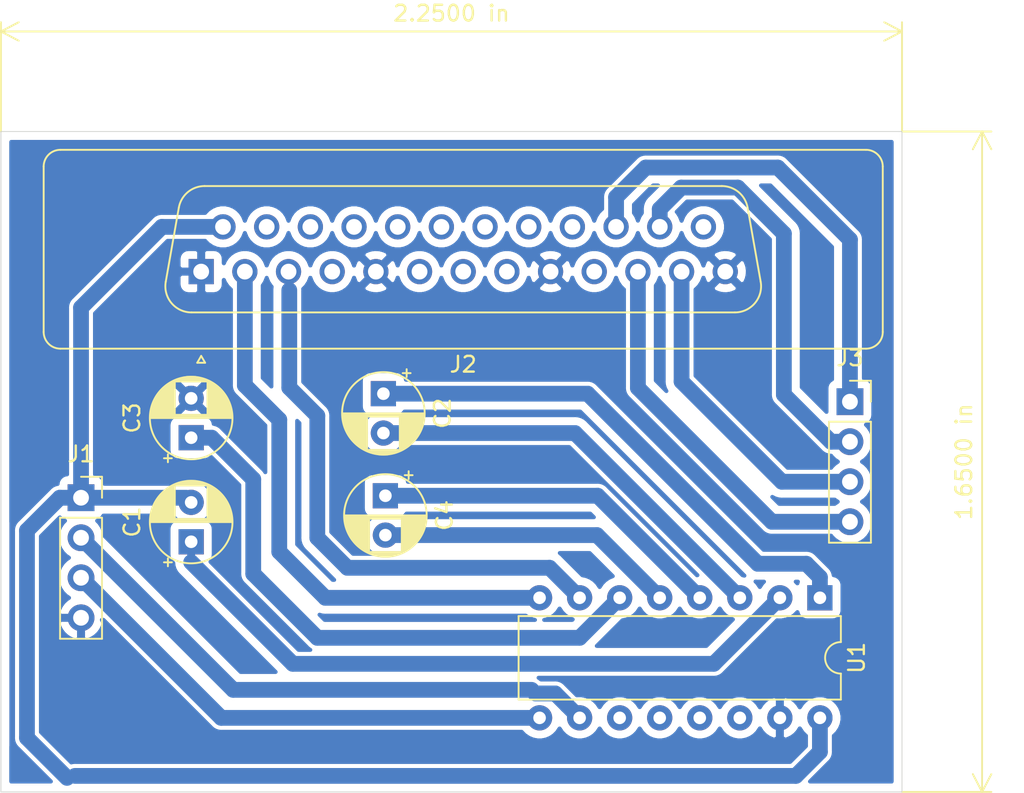
<source format=kicad_pcb>
(kicad_pcb (version 20171130) (host pcbnew 5.1.5-52549c5~84~ubuntu18.04.1)

  (general
    (thickness 1.6)
    (drawings 6)
    (tracks 74)
    (zones 0)
    (modules 8)
    (nets 34)
  )

  (page A4)
  (layers
    (0 F.Cu signal)
    (31 B.Cu signal)
    (32 B.Adhes user)
    (33 F.Adhes user)
    (34 B.Paste user)
    (35 F.Paste user)
    (36 B.SilkS user)
    (37 F.SilkS user)
    (38 B.Mask user)
    (39 F.Mask user)
    (40 Dwgs.User user)
    (41 Cmts.User user)
    (42 Eco1.User user)
    (43 Eco2.User user)
    (44 Edge.Cuts user)
    (45 Margin user)
    (46 B.CrtYd user)
    (47 F.CrtYd user)
    (48 B.Fab user)
    (49 F.Fab user)
  )

  (setup
    (last_trace_width 1)
    (trace_clearance 0.5)
    (zone_clearance 0.508)
    (zone_45_only no)
    (trace_min 0.2)
    (via_size 2)
    (via_drill 1)
    (via_min_size 0.7)
    (via_min_drill 0.3)
    (uvia_size 0.3)
    (uvia_drill 0.1)
    (uvias_allowed no)
    (uvia_min_size 0.1)
    (uvia_min_drill 0.1)
    (edge_width 0.05)
    (segment_width 0.2)
    (pcb_text_width 0.3)
    (pcb_text_size 1.5 1.5)
    (mod_edge_width 0.12)
    (mod_text_size 1 1)
    (mod_text_width 0.15)
    (pad_size 1.524 1.524)
    (pad_drill 0.762)
    (pad_to_mask_clearance 0.051)
    (solder_mask_min_width 0.25)
    (aux_axis_origin 0 0)
    (visible_elements FFFFFF7F)
    (pcbplotparams
      (layerselection 0x010fc_ffffffff)
      (usegerberextensions false)
      (usegerberattributes false)
      (usegerberadvancedattributes false)
      (creategerberjobfile false)
      (excludeedgelayer true)
      (linewidth 0.100000)
      (plotframeref false)
      (viasonmask false)
      (mode 1)
      (useauxorigin false)
      (hpglpennumber 1)
      (hpglpenspeed 20)
      (hpglpendiameter 15.000000)
      (psnegative false)
      (psa4output false)
      (plotreference true)
      (plotvalue true)
      (plotinvisibletext false)
      (padsonsilk false)
      (subtractmaskfromsilk false)
      (outputformat 1)
      (mirror false)
      (drillshape 1)
      (scaleselection 1)
      (outputdirectory ""))
  )

  (net 0 "")
  (net 1 "Net-(C1-Pad1)")
  (net 2 "Net-(C2-Pad2)")
  (net 3 "Net-(C2-Pad1)")
  (net 4 GND)
  (net 5 "Net-(C3-Pad1)")
  (net 6 "Net-(C4-Pad1)")
  (net 7 "Net-(C4-Pad2)")
  (net 8 "Net-(J1-Pad2)")
  (net 9 "Net-(J1-Pad3)")
  (net 10 "Net-(J2-Pad2)")
  (net 11 "Net-(J2-Pad3)")
  (net 12 "Net-(J2-Pad4)")
  (net 13 "Net-(J2-Pad6)")
  (net 14 "Net-(J2-Pad7)")
  (net 15 "Net-(J2-Pad8)")
  (net 16 "Net-(J2-Pad10)")
  (net 17 "Net-(J2-Pad11)")
  (net 18 "Net-(J2-Pad12)")
  (net 19 "Net-(J2-Pad15)")
  (net 20 "Net-(J2-Pad16)")
  (net 21 "Net-(J2-Pad17)")
  (net 22 "Net-(J2-Pad18)")
  (net 23 "Net-(J2-Pad19)")
  (net 24 "Net-(J2-Pad20)")
  (net 25 "Net-(J2-Pad21)")
  (net 26 "Net-(J2-Pad22)")
  (net 27 "Net-(J2-Pad23)")
  (net 28 "Net-(J2-Pad24)")
  (net 29 +5C)
  (net 30 "Net-(U1-Pad11)")
  (net 31 "Net-(U1-Pad12)")
  (net 32 "Net-(U1-Pad13)")
  (net 33 "Net-(U1-Pad14)")

  (net_class Default "This is the default net class."
    (clearance 0.5)
    (trace_width 1)
    (via_dia 2)
    (via_drill 1)
    (uvia_dia 0.3)
    (uvia_drill 0.1)
    (add_net +5C)
    (add_net GND)
    (add_net "Net-(C1-Pad1)")
    (add_net "Net-(C2-Pad1)")
    (add_net "Net-(C2-Pad2)")
    (add_net "Net-(C3-Pad1)")
    (add_net "Net-(C4-Pad1)")
    (add_net "Net-(C4-Pad2)")
    (add_net "Net-(J1-Pad2)")
    (add_net "Net-(J1-Pad3)")
    (add_net "Net-(J2-Pad10)")
    (add_net "Net-(J2-Pad11)")
    (add_net "Net-(J2-Pad12)")
    (add_net "Net-(J2-Pad15)")
    (add_net "Net-(J2-Pad16)")
    (add_net "Net-(J2-Pad17)")
    (add_net "Net-(J2-Pad18)")
    (add_net "Net-(J2-Pad19)")
    (add_net "Net-(J2-Pad2)")
    (add_net "Net-(J2-Pad20)")
    (add_net "Net-(J2-Pad21)")
    (add_net "Net-(J2-Pad22)")
    (add_net "Net-(J2-Pad23)")
    (add_net "Net-(J2-Pad24)")
    (add_net "Net-(J2-Pad3)")
    (add_net "Net-(J2-Pad4)")
    (add_net "Net-(J2-Pad6)")
    (add_net "Net-(J2-Pad7)")
    (add_net "Net-(J2-Pad8)")
    (add_net "Net-(U1-Pad11)")
    (add_net "Net-(U1-Pad12)")
    (add_net "Net-(U1-Pad13)")
    (add_net "Net-(U1-Pad14)")
  )

  (net_class Power ""
    (clearance 0.5)
    (trace_width 1.2)
    (via_dia 2)
    (via_drill 1)
    (uvia_dia 0.3)
    (uvia_drill 0.1)
  )

  (module Connector_PinSocket_2.54mm:PinSocket_1x04_P2.54mm_Vertical (layer F.Cu) (tedit 5A19A429) (tstamp 5E4F08F9)
    (at 155.448 59.055)
    (descr "Through hole straight socket strip, 1x04, 2.54mm pitch, single row (from Kicad 4.0.7), script generated")
    (tags "Through hole socket strip THT 1x04 2.54mm single row")
    (path /5E4F10B5)
    (fp_text reference J3 (at 0 -2.77) (layer F.SilkS)
      (effects (font (size 1 1) (thickness 0.15)))
    )
    (fp_text value Conn_01x04 (at 0 10.39) (layer F.Fab)
      (effects (font (size 1 1) (thickness 0.15)))
    )
    (fp_text user %R (at 0 3.81 90) (layer F.Fab)
      (effects (font (size 1 1) (thickness 0.15)))
    )
    (fp_line (start -1.8 9.4) (end -1.8 -1.8) (layer F.CrtYd) (width 0.05))
    (fp_line (start 1.75 9.4) (end -1.8 9.4) (layer F.CrtYd) (width 0.05))
    (fp_line (start 1.75 -1.8) (end 1.75 9.4) (layer F.CrtYd) (width 0.05))
    (fp_line (start -1.8 -1.8) (end 1.75 -1.8) (layer F.CrtYd) (width 0.05))
    (fp_line (start 0 -1.33) (end 1.33 -1.33) (layer F.SilkS) (width 0.12))
    (fp_line (start 1.33 -1.33) (end 1.33 0) (layer F.SilkS) (width 0.12))
    (fp_line (start 1.33 1.27) (end 1.33 8.95) (layer F.SilkS) (width 0.12))
    (fp_line (start -1.33 8.95) (end 1.33 8.95) (layer F.SilkS) (width 0.12))
    (fp_line (start -1.33 1.27) (end -1.33 8.95) (layer F.SilkS) (width 0.12))
    (fp_line (start -1.33 1.27) (end 1.33 1.27) (layer F.SilkS) (width 0.12))
    (fp_line (start -1.27 8.89) (end -1.27 -1.27) (layer F.Fab) (width 0.1))
    (fp_line (start 1.27 8.89) (end -1.27 8.89) (layer F.Fab) (width 0.1))
    (fp_line (start 1.27 -0.635) (end 1.27 8.89) (layer F.Fab) (width 0.1))
    (fp_line (start 0.635 -1.27) (end 1.27 -0.635) (layer F.Fab) (width 0.1))
    (fp_line (start -1.27 -1.27) (end 0.635 -1.27) (layer F.Fab) (width 0.1))
    (pad 4 thru_hole oval (at 0 7.62) (size 1.7 1.7) (drill 1) (layers *.Cu *.Mask)
      (net 17 "Net-(J2-Pad11)"))
    (pad 3 thru_hole oval (at 0 5.08) (size 1.7 1.7) (drill 1) (layers *.Cu *.Mask)
      (net 18 "Net-(J2-Pad12)"))
    (pad 2 thru_hole oval (at 0 2.54) (size 1.7 1.7) (drill 1) (layers *.Cu *.Mask)
      (net 28 "Net-(J2-Pad24)"))
    (pad 1 thru_hole rect (at 0 0) (size 1.7 1.7) (drill 1) (layers *.Cu *.Mask)
      (net 27 "Net-(J2-Pad23)"))
    (model ${KISYS3DMOD}/Connector_PinSocket_2.54mm.3dshapes/PinSocket_1x04_P2.54mm_Vertical.wrl
      (at (xyz 0 0 0))
      (scale (xyz 1 1 1))
      (rotate (xyz 0 0 0))
    )
  )

  (module Connector_Dsub:DSUB-25_Female_Vertical_P2.77x2.84mm (layer F.Cu) (tedit 59FEDEE2) (tstamp 5E46EB26)
    (at 114.3 50.8 180)
    (descr "25-pin D-Sub connector, straight/vertical, THT-mount, female, pitch 2.77x2.84mm, distance of mounting holes 47.1mm, see https://disti-assets.s3.amazonaws.com/tonar/files/datasheets/16730.pdf")
    (tags "25-pin D-Sub connector straight vertical THT female pitch 2.77x2.84mm mounting holes distance 47.1mm")
    (path /5E4574EF)
    (fp_text reference J2 (at -16.62 -5.89) (layer F.SilkS)
      (effects (font (size 1 1) (thickness 0.15)))
    )
    (fp_text value DB25_Female (at -16.62 8.73) (layer F.Fab)
      (effects (font (size 1 1) (thickness 0.15)))
    )
    (fp_arc (start -42.17 -3.83) (end -43.17 -3.83) (angle 90) (layer F.Fab) (width 0.1))
    (fp_arc (start 8.93 -3.83) (end 8.93 -4.83) (angle 90) (layer F.Fab) (width 0.1))
    (fp_arc (start -42.17 6.67) (end -43.17 6.67) (angle -90) (layer F.Fab) (width 0.1))
    (fp_arc (start 8.93 6.67) (end 9.93 6.67) (angle 90) (layer F.Fab) (width 0.1))
    (fp_arc (start -42.17 -3.83) (end -43.23 -3.83) (angle 90) (layer F.SilkS) (width 0.12))
    (fp_arc (start 8.93 -3.83) (end 8.93 -4.89) (angle 90) (layer F.SilkS) (width 0.12))
    (fp_arc (start -42.17 6.67) (end -43.23 6.67) (angle -90) (layer F.SilkS) (width 0.12))
    (fp_arc (start 8.93 6.67) (end 9.99 6.67) (angle 90) (layer F.SilkS) (width 0.12))
    (fp_arc (start -33.863194 -0.93) (end -33.863194 -2.53) (angle -100) (layer F.Fab) (width 0.1))
    (fp_arc (start 0.623194 -0.93) (end 0.623194 -2.53) (angle 100) (layer F.Fab) (width 0.1))
    (fp_arc (start -33.034457 3.77) (end -33.034457 5.37) (angle 80) (layer F.Fab) (width 0.1))
    (fp_arc (start -0.205543 3.77) (end -0.205543 5.37) (angle -80) (layer F.Fab) (width 0.1))
    (fp_arc (start -33.851689 -0.93) (end -33.851689 -2.59) (angle -100) (layer F.SilkS) (width 0.12))
    (fp_arc (start 0.611689 -0.93) (end 0.611689 -2.59) (angle 100) (layer F.SilkS) (width 0.12))
    (fp_arc (start -33.022952 3.77) (end -33.022952 5.43) (angle 80) (layer F.SilkS) (width 0.12))
    (fp_arc (start -0.217048 3.77) (end -0.217048 5.43) (angle -80) (layer F.SilkS) (width 0.12))
    (fp_line (start -42.17 -4.83) (end 8.93 -4.83) (layer F.Fab) (width 0.1))
    (fp_line (start 9.93 -3.83) (end 9.93 6.67) (layer F.Fab) (width 0.1))
    (fp_line (start 8.93 7.67) (end -42.17 7.67) (layer F.Fab) (width 0.1))
    (fp_line (start -43.17 6.67) (end -43.17 -3.83) (layer F.Fab) (width 0.1))
    (fp_line (start -42.17 -4.89) (end 8.93 -4.89) (layer F.SilkS) (width 0.12))
    (fp_line (start 9.99 -3.83) (end 9.99 6.67) (layer F.SilkS) (width 0.12))
    (fp_line (start 8.93 7.73) (end -42.17 7.73) (layer F.SilkS) (width 0.12))
    (fp_line (start -43.23 6.67) (end -43.23 -3.83) (layer F.SilkS) (width 0.12))
    (fp_line (start -0.25 -5.784338) (end 0.25 -5.784338) (layer F.SilkS) (width 0.12))
    (fp_line (start 0.25 -5.784338) (end 0 -5.351325) (layer F.SilkS) (width 0.12))
    (fp_line (start 0 -5.351325) (end -0.25 -5.784338) (layer F.SilkS) (width 0.12))
    (fp_line (start -33.863194 -2.53) (end 0.623194 -2.53) (layer F.Fab) (width 0.1))
    (fp_line (start -33.034457 5.37) (end -0.205543 5.37) (layer F.Fab) (width 0.1))
    (fp_line (start 2.198887 -0.652163) (end 1.37015 4.047837) (layer F.Fab) (width 0.1))
    (fp_line (start -35.438887 -0.652163) (end -34.61015 4.047837) (layer F.Fab) (width 0.1))
    (fp_line (start -33.851689 -2.59) (end 0.611689 -2.59) (layer F.SilkS) (width 0.12))
    (fp_line (start -33.022952 5.43) (end -0.217048 5.43) (layer F.SilkS) (width 0.12))
    (fp_line (start 2.24647 -0.641744) (end 1.417733 4.058256) (layer F.SilkS) (width 0.12))
    (fp_line (start -35.48647 -0.641744) (end -34.657733 4.058256) (layer F.SilkS) (width 0.12))
    (fp_line (start -43.7 -5.35) (end -43.7 8.2) (layer F.CrtYd) (width 0.05))
    (fp_line (start -43.7 8.2) (end 10.45 8.2) (layer F.CrtYd) (width 0.05))
    (fp_line (start 10.45 8.2) (end 10.45 -5.35) (layer F.CrtYd) (width 0.05))
    (fp_line (start 10.45 -5.35) (end -43.7 -5.35) (layer F.CrtYd) (width 0.05))
    (fp_text user %R (at -16.62 1.42) (layer F.Fab)
      (effects (font (size 1 1) (thickness 0.15)))
    )
    (pad 1 thru_hole rect (at 0 0 180) (size 1.6 1.6) (drill 1) (layers *.Cu *.Mask)
      (net 4 GND))
    (pad 2 thru_hole circle (at -2.77 0 180) (size 1.6 1.6) (drill 1) (layers *.Cu *.Mask)
      (net 10 "Net-(J2-Pad2)"))
    (pad 3 thru_hole circle (at -5.54 0 180) (size 1.6 1.6) (drill 1) (layers *.Cu *.Mask)
      (net 11 "Net-(J2-Pad3)"))
    (pad 4 thru_hole circle (at -8.31 0 180) (size 1.6 1.6) (drill 1) (layers *.Cu *.Mask)
      (net 12 "Net-(J2-Pad4)"))
    (pad 5 thru_hole circle (at -11.08 0 180) (size 1.6 1.6) (drill 1) (layers *.Cu *.Mask)
      (net 4 GND))
    (pad 6 thru_hole circle (at -13.85 0 180) (size 1.6 1.6) (drill 1) (layers *.Cu *.Mask)
      (net 13 "Net-(J2-Pad6)"))
    (pad 7 thru_hole circle (at -16.62 0 180) (size 1.6 1.6) (drill 1) (layers *.Cu *.Mask)
      (net 14 "Net-(J2-Pad7)"))
    (pad 8 thru_hole circle (at -19.39 0 180) (size 1.6 1.6) (drill 1) (layers *.Cu *.Mask)
      (net 15 "Net-(J2-Pad8)"))
    (pad 9 thru_hole circle (at -22.16 0 180) (size 1.6 1.6) (drill 1) (layers *.Cu *.Mask)
      (net 4 GND))
    (pad 10 thru_hole circle (at -24.93 0 180) (size 1.6 1.6) (drill 1) (layers *.Cu *.Mask)
      (net 16 "Net-(J2-Pad10)"))
    (pad 11 thru_hole circle (at -27.7 0 180) (size 1.6 1.6) (drill 1) (layers *.Cu *.Mask)
      (net 17 "Net-(J2-Pad11)"))
    (pad 12 thru_hole circle (at -30.47 0 180) (size 1.6 1.6) (drill 1) (layers *.Cu *.Mask)
      (net 18 "Net-(J2-Pad12)"))
    (pad 13 thru_hole circle (at -33.24 0 180) (size 1.6 1.6) (drill 1) (layers *.Cu *.Mask)
      (net 4 GND))
    (pad 14 thru_hole circle (at -1.385 2.84 180) (size 1.6 1.6) (drill 1) (layers *.Cu *.Mask)
      (net 29 +5C))
    (pad 15 thru_hole circle (at -4.155 2.84 180) (size 1.6 1.6) (drill 1) (layers *.Cu *.Mask)
      (net 19 "Net-(J2-Pad15)"))
    (pad 16 thru_hole circle (at -6.925 2.84 180) (size 1.6 1.6) (drill 1) (layers *.Cu *.Mask)
      (net 20 "Net-(J2-Pad16)"))
    (pad 17 thru_hole circle (at -9.695 2.84 180) (size 1.6 1.6) (drill 1) (layers *.Cu *.Mask)
      (net 21 "Net-(J2-Pad17)"))
    (pad 18 thru_hole circle (at -12.465 2.84 180) (size 1.6 1.6) (drill 1) (layers *.Cu *.Mask)
      (net 22 "Net-(J2-Pad18)"))
    (pad 19 thru_hole circle (at -15.235 2.84 180) (size 1.6 1.6) (drill 1) (layers *.Cu *.Mask)
      (net 23 "Net-(J2-Pad19)"))
    (pad 20 thru_hole circle (at -18.005 2.84 180) (size 1.6 1.6) (drill 1) (layers *.Cu *.Mask)
      (net 24 "Net-(J2-Pad20)"))
    (pad 21 thru_hole circle (at -20.775 2.84 180) (size 1.6 1.6) (drill 1) (layers *.Cu *.Mask)
      (net 25 "Net-(J2-Pad21)"))
    (pad 22 thru_hole circle (at -23.545 2.84 180) (size 1.6 1.6) (drill 1) (layers *.Cu *.Mask)
      (net 26 "Net-(J2-Pad22)"))
    (pad 23 thru_hole circle (at -26.315 2.84 180) (size 1.6 1.6) (drill 1) (layers *.Cu *.Mask)
      (net 27 "Net-(J2-Pad23)"))
    (pad 24 thru_hole circle (at -29.085 2.84 180) (size 1.6 1.6) (drill 1) (layers *.Cu *.Mask)
      (net 28 "Net-(J2-Pad24)"))
    (pad 25 thru_hole circle (at -31.855 2.84 180) (size 1.6 1.6) (drill 1) (layers *.Cu *.Mask)
      (net 29 +5C))
    (model ${KISYS3DMOD}/Connector_Dsub.3dshapes/DSUB-25_Female_Vertical_P2.77x2.84mm.wrl
      (at (xyz 0 0 0))
      (scale (xyz 1 1 1))
      (rotate (xyz 0 0 0))
    )
  )

  (module Package_DIP:DIP-16_W7.62mm (layer F.Cu) (tedit 5A02E8C5) (tstamp 5E4AE5BD)
    (at 153.543 71.501 270)
    (descr "16-lead though-hole mounted DIP package, row spacing 7.62 mm (300 mils)")
    (tags "THT DIP DIL PDIP 2.54mm 7.62mm 300mil")
    (path /5E4556C3)
    (fp_text reference U1 (at 3.81 -2.33 90) (layer F.SilkS)
      (effects (font (size 1 1) (thickness 0.15)))
    )
    (fp_text value MAX232 (at 3.81 20.11 90) (layer F.Fab)
      (effects (font (size 1 1) (thickness 0.15)))
    )
    (fp_arc (start 3.81 -1.33) (end 2.81 -1.33) (angle -180) (layer F.SilkS) (width 0.12))
    (fp_line (start 1.635 -1.27) (end 6.985 -1.27) (layer F.Fab) (width 0.1))
    (fp_line (start 6.985 -1.27) (end 6.985 19.05) (layer F.Fab) (width 0.1))
    (fp_line (start 6.985 19.05) (end 0.635 19.05) (layer F.Fab) (width 0.1))
    (fp_line (start 0.635 19.05) (end 0.635 -0.27) (layer F.Fab) (width 0.1))
    (fp_line (start 0.635 -0.27) (end 1.635 -1.27) (layer F.Fab) (width 0.1))
    (fp_line (start 2.81 -1.33) (end 1.16 -1.33) (layer F.SilkS) (width 0.12))
    (fp_line (start 1.16 -1.33) (end 1.16 19.11) (layer F.SilkS) (width 0.12))
    (fp_line (start 1.16 19.11) (end 6.46 19.11) (layer F.SilkS) (width 0.12))
    (fp_line (start 6.46 19.11) (end 6.46 -1.33) (layer F.SilkS) (width 0.12))
    (fp_line (start 6.46 -1.33) (end 4.81 -1.33) (layer F.SilkS) (width 0.12))
    (fp_line (start -1.1 -1.55) (end -1.1 19.3) (layer F.CrtYd) (width 0.05))
    (fp_line (start -1.1 19.3) (end 8.7 19.3) (layer F.CrtYd) (width 0.05))
    (fp_line (start 8.7 19.3) (end 8.7 -1.55) (layer F.CrtYd) (width 0.05))
    (fp_line (start 8.7 -1.55) (end -1.1 -1.55) (layer F.CrtYd) (width 0.05))
    (fp_text user %R (at 3.81 8.89 90) (layer F.Fab)
      (effects (font (size 1 1) (thickness 0.15)))
    )
    (pad 1 thru_hole rect (at 0 0 270) (size 1.6 1.6) (drill 0.8) (layers *.Cu *.Mask)
      (net 3 "Net-(C2-Pad1)"))
    (pad 9 thru_hole oval (at 7.62 17.78 270) (size 1.6 1.6) (drill 0.8) (layers *.Cu *.Mask)
      (net 9 "Net-(J1-Pad3)"))
    (pad 2 thru_hole oval (at 0 2.54 270) (size 1.6 1.6) (drill 0.8) (layers *.Cu *.Mask)
      (net 1 "Net-(C1-Pad1)"))
    (pad 10 thru_hole oval (at 7.62 15.24 270) (size 1.6 1.6) (drill 0.8) (layers *.Cu *.Mask)
      (net 8 "Net-(J1-Pad2)"))
    (pad 3 thru_hole oval (at 0 5.08 270) (size 1.6 1.6) (drill 0.8) (layers *.Cu *.Mask)
      (net 2 "Net-(C2-Pad2)"))
    (pad 11 thru_hole oval (at 7.62 12.7 270) (size 1.6 1.6) (drill 0.8) (layers *.Cu *.Mask)
      (net 30 "Net-(U1-Pad11)"))
    (pad 4 thru_hole oval (at 0 7.62 270) (size 1.6 1.6) (drill 0.8) (layers *.Cu *.Mask)
      (net 6 "Net-(C4-Pad1)"))
    (pad 12 thru_hole oval (at 7.62 10.16 270) (size 1.6 1.6) (drill 0.8) (layers *.Cu *.Mask)
      (net 31 "Net-(U1-Pad12)"))
    (pad 5 thru_hole oval (at 0 10.16 270) (size 1.6 1.6) (drill 0.8) (layers *.Cu *.Mask)
      (net 7 "Net-(C4-Pad2)"))
    (pad 13 thru_hole oval (at 7.62 7.62 270) (size 1.6 1.6) (drill 0.8) (layers *.Cu *.Mask)
      (net 32 "Net-(U1-Pad13)"))
    (pad 6 thru_hole oval (at 0 12.7 270) (size 1.6 1.6) (drill 0.8) (layers *.Cu *.Mask)
      (net 5 "Net-(C3-Pad1)"))
    (pad 14 thru_hole oval (at 7.62 5.08 270) (size 1.6 1.6) (drill 0.8) (layers *.Cu *.Mask)
      (net 33 "Net-(U1-Pad14)"))
    (pad 7 thru_hole oval (at 0 15.24 270) (size 1.6 1.6) (drill 0.8) (layers *.Cu *.Mask)
      (net 11 "Net-(J2-Pad3)"))
    (pad 15 thru_hole oval (at 7.62 2.54 270) (size 1.6 1.6) (drill 0.8) (layers *.Cu *.Mask)
      (net 4 GND))
    (pad 8 thru_hole oval (at 0 17.78 270) (size 1.6 1.6) (drill 0.8) (layers *.Cu *.Mask)
      (net 10 "Net-(J2-Pad2)"))
    (pad 16 thru_hole oval (at 7.62 0 270) (size 1.6 1.6) (drill 0.8) (layers *.Cu *.Mask)
      (net 29 +5C))
    (model ${KISYS3DMOD}/Package_DIP.3dshapes/DIP-16_W7.62mm.wrl
      (at (xyz 0 0 0))
      (scale (xyz 1 1 1))
      (rotate (xyz 0 0 0))
    )
  )

  (module Connector_PinSocket_2.54mm:PinSocket_1x04_P2.54mm_Vertical (layer F.Cu) (tedit 5A19A429) (tstamp 5E470758)
    (at 106.68 65.151)
    (descr "Through hole straight socket strip, 1x04, 2.54mm pitch, single row (from Kicad 4.0.7), script generated")
    (tags "Through hole socket strip THT 1x04 2.54mm single row")
    (path /5E46CB90)
    (fp_text reference J1 (at 0 -2.77) (layer F.SilkS)
      (effects (font (size 1 1) (thickness 0.15)))
    )
    (fp_text value Conn_01x04 (at 0 10.39) (layer F.Fab)
      (effects (font (size 1 1) (thickness 0.15)))
    )
    (fp_text user %R (at 0 3.81 90) (layer F.Fab)
      (effects (font (size 1 1) (thickness 0.15)))
    )
    (fp_line (start -1.8 9.4) (end -1.8 -1.8) (layer F.CrtYd) (width 0.05))
    (fp_line (start 1.75 9.4) (end -1.8 9.4) (layer F.CrtYd) (width 0.05))
    (fp_line (start 1.75 -1.8) (end 1.75 9.4) (layer F.CrtYd) (width 0.05))
    (fp_line (start -1.8 -1.8) (end 1.75 -1.8) (layer F.CrtYd) (width 0.05))
    (fp_line (start 0 -1.33) (end 1.33 -1.33) (layer F.SilkS) (width 0.12))
    (fp_line (start 1.33 -1.33) (end 1.33 0) (layer F.SilkS) (width 0.12))
    (fp_line (start 1.33 1.27) (end 1.33 8.95) (layer F.SilkS) (width 0.12))
    (fp_line (start -1.33 8.95) (end 1.33 8.95) (layer F.SilkS) (width 0.12))
    (fp_line (start -1.33 1.27) (end -1.33 8.95) (layer F.SilkS) (width 0.12))
    (fp_line (start -1.33 1.27) (end 1.33 1.27) (layer F.SilkS) (width 0.12))
    (fp_line (start -1.27 8.89) (end -1.27 -1.27) (layer F.Fab) (width 0.1))
    (fp_line (start 1.27 8.89) (end -1.27 8.89) (layer F.Fab) (width 0.1))
    (fp_line (start 1.27 -0.635) (end 1.27 8.89) (layer F.Fab) (width 0.1))
    (fp_line (start 0.635 -1.27) (end 1.27 -0.635) (layer F.Fab) (width 0.1))
    (fp_line (start -1.27 -1.27) (end 0.635 -1.27) (layer F.Fab) (width 0.1))
    (pad 4 thru_hole oval (at 0 7.62) (size 1.7 1.7) (drill 1) (layers *.Cu *.Mask)
      (net 4 GND))
    (pad 3 thru_hole oval (at 0 5.08) (size 1.7 1.7) (drill 1) (layers *.Cu *.Mask)
      (net 9 "Net-(J1-Pad3)"))
    (pad 2 thru_hole oval (at 0 2.54) (size 1.7 1.7) (drill 1) (layers *.Cu *.Mask)
      (net 8 "Net-(J1-Pad2)"))
    (pad 1 thru_hole rect (at 0 0) (size 1.7 1.7) (drill 1) (layers *.Cu *.Mask)
      (net 29 +5C))
    (model ${KISYS3DMOD}/Connector_PinSocket_2.54mm.3dshapes/PinSocket_1x04_P2.54mm_Vertical.wrl
      (at (xyz 0 0 0))
      (scale (xyz 1 1 1))
      (rotate (xyz 0 0 0))
    )
  )

  (module Capacitor_THT:CP_Radial_D5.0mm_P2.50mm (layer F.Cu) (tedit 5AE50EF0) (tstamp 5E46E93E)
    (at 113.665 67.945 90)
    (descr "CP, Radial series, Radial, pin pitch=2.50mm, , diameter=5mm, Electrolytic Capacitor")
    (tags "CP Radial series Radial pin pitch 2.50mm  diameter 5mm Electrolytic Capacitor")
    (path /5E456B3B)
    (fp_text reference C1 (at 1.25 -3.75 90) (layer F.SilkS)
      (effects (font (size 1 1) (thickness 0.15)))
    )
    (fp_text value CAP (at 1.25 3.75 90) (layer F.Fab)
      (effects (font (size 1 1) (thickness 0.15)))
    )
    (fp_text user %R (at 1.27 0 90) (layer F.Fab)
      (effects (font (size 1 1) (thickness 0.15)))
    )
    (fp_line (start -1.304775 -1.725) (end -1.304775 -1.225) (layer F.SilkS) (width 0.12))
    (fp_line (start -1.554775 -1.475) (end -1.054775 -1.475) (layer F.SilkS) (width 0.12))
    (fp_line (start 3.851 -0.284) (end 3.851 0.284) (layer F.SilkS) (width 0.12))
    (fp_line (start 3.811 -0.518) (end 3.811 0.518) (layer F.SilkS) (width 0.12))
    (fp_line (start 3.771 -0.677) (end 3.771 0.677) (layer F.SilkS) (width 0.12))
    (fp_line (start 3.731 -0.805) (end 3.731 0.805) (layer F.SilkS) (width 0.12))
    (fp_line (start 3.691 -0.915) (end 3.691 0.915) (layer F.SilkS) (width 0.12))
    (fp_line (start 3.651 -1.011) (end 3.651 1.011) (layer F.SilkS) (width 0.12))
    (fp_line (start 3.611 -1.098) (end 3.611 1.098) (layer F.SilkS) (width 0.12))
    (fp_line (start 3.571 -1.178) (end 3.571 1.178) (layer F.SilkS) (width 0.12))
    (fp_line (start 3.531 1.04) (end 3.531 1.251) (layer F.SilkS) (width 0.12))
    (fp_line (start 3.531 -1.251) (end 3.531 -1.04) (layer F.SilkS) (width 0.12))
    (fp_line (start 3.491 1.04) (end 3.491 1.319) (layer F.SilkS) (width 0.12))
    (fp_line (start 3.491 -1.319) (end 3.491 -1.04) (layer F.SilkS) (width 0.12))
    (fp_line (start 3.451 1.04) (end 3.451 1.383) (layer F.SilkS) (width 0.12))
    (fp_line (start 3.451 -1.383) (end 3.451 -1.04) (layer F.SilkS) (width 0.12))
    (fp_line (start 3.411 1.04) (end 3.411 1.443) (layer F.SilkS) (width 0.12))
    (fp_line (start 3.411 -1.443) (end 3.411 -1.04) (layer F.SilkS) (width 0.12))
    (fp_line (start 3.371 1.04) (end 3.371 1.5) (layer F.SilkS) (width 0.12))
    (fp_line (start 3.371 -1.5) (end 3.371 -1.04) (layer F.SilkS) (width 0.12))
    (fp_line (start 3.331 1.04) (end 3.331 1.554) (layer F.SilkS) (width 0.12))
    (fp_line (start 3.331 -1.554) (end 3.331 -1.04) (layer F.SilkS) (width 0.12))
    (fp_line (start 3.291 1.04) (end 3.291 1.605) (layer F.SilkS) (width 0.12))
    (fp_line (start 3.291 -1.605) (end 3.291 -1.04) (layer F.SilkS) (width 0.12))
    (fp_line (start 3.251 1.04) (end 3.251 1.653) (layer F.SilkS) (width 0.12))
    (fp_line (start 3.251 -1.653) (end 3.251 -1.04) (layer F.SilkS) (width 0.12))
    (fp_line (start 3.211 1.04) (end 3.211 1.699) (layer F.SilkS) (width 0.12))
    (fp_line (start 3.211 -1.699) (end 3.211 -1.04) (layer F.SilkS) (width 0.12))
    (fp_line (start 3.171 1.04) (end 3.171 1.743) (layer F.SilkS) (width 0.12))
    (fp_line (start 3.171 -1.743) (end 3.171 -1.04) (layer F.SilkS) (width 0.12))
    (fp_line (start 3.131 1.04) (end 3.131 1.785) (layer F.SilkS) (width 0.12))
    (fp_line (start 3.131 -1.785) (end 3.131 -1.04) (layer F.SilkS) (width 0.12))
    (fp_line (start 3.091 1.04) (end 3.091 1.826) (layer F.SilkS) (width 0.12))
    (fp_line (start 3.091 -1.826) (end 3.091 -1.04) (layer F.SilkS) (width 0.12))
    (fp_line (start 3.051 1.04) (end 3.051 1.864) (layer F.SilkS) (width 0.12))
    (fp_line (start 3.051 -1.864) (end 3.051 -1.04) (layer F.SilkS) (width 0.12))
    (fp_line (start 3.011 1.04) (end 3.011 1.901) (layer F.SilkS) (width 0.12))
    (fp_line (start 3.011 -1.901) (end 3.011 -1.04) (layer F.SilkS) (width 0.12))
    (fp_line (start 2.971 1.04) (end 2.971 1.937) (layer F.SilkS) (width 0.12))
    (fp_line (start 2.971 -1.937) (end 2.971 -1.04) (layer F.SilkS) (width 0.12))
    (fp_line (start 2.931 1.04) (end 2.931 1.971) (layer F.SilkS) (width 0.12))
    (fp_line (start 2.931 -1.971) (end 2.931 -1.04) (layer F.SilkS) (width 0.12))
    (fp_line (start 2.891 1.04) (end 2.891 2.004) (layer F.SilkS) (width 0.12))
    (fp_line (start 2.891 -2.004) (end 2.891 -1.04) (layer F.SilkS) (width 0.12))
    (fp_line (start 2.851 1.04) (end 2.851 2.035) (layer F.SilkS) (width 0.12))
    (fp_line (start 2.851 -2.035) (end 2.851 -1.04) (layer F.SilkS) (width 0.12))
    (fp_line (start 2.811 1.04) (end 2.811 2.065) (layer F.SilkS) (width 0.12))
    (fp_line (start 2.811 -2.065) (end 2.811 -1.04) (layer F.SilkS) (width 0.12))
    (fp_line (start 2.771 1.04) (end 2.771 2.095) (layer F.SilkS) (width 0.12))
    (fp_line (start 2.771 -2.095) (end 2.771 -1.04) (layer F.SilkS) (width 0.12))
    (fp_line (start 2.731 1.04) (end 2.731 2.122) (layer F.SilkS) (width 0.12))
    (fp_line (start 2.731 -2.122) (end 2.731 -1.04) (layer F.SilkS) (width 0.12))
    (fp_line (start 2.691 1.04) (end 2.691 2.149) (layer F.SilkS) (width 0.12))
    (fp_line (start 2.691 -2.149) (end 2.691 -1.04) (layer F.SilkS) (width 0.12))
    (fp_line (start 2.651 1.04) (end 2.651 2.175) (layer F.SilkS) (width 0.12))
    (fp_line (start 2.651 -2.175) (end 2.651 -1.04) (layer F.SilkS) (width 0.12))
    (fp_line (start 2.611 1.04) (end 2.611 2.2) (layer F.SilkS) (width 0.12))
    (fp_line (start 2.611 -2.2) (end 2.611 -1.04) (layer F.SilkS) (width 0.12))
    (fp_line (start 2.571 1.04) (end 2.571 2.224) (layer F.SilkS) (width 0.12))
    (fp_line (start 2.571 -2.224) (end 2.571 -1.04) (layer F.SilkS) (width 0.12))
    (fp_line (start 2.531 1.04) (end 2.531 2.247) (layer F.SilkS) (width 0.12))
    (fp_line (start 2.531 -2.247) (end 2.531 -1.04) (layer F.SilkS) (width 0.12))
    (fp_line (start 2.491 1.04) (end 2.491 2.268) (layer F.SilkS) (width 0.12))
    (fp_line (start 2.491 -2.268) (end 2.491 -1.04) (layer F.SilkS) (width 0.12))
    (fp_line (start 2.451 1.04) (end 2.451 2.29) (layer F.SilkS) (width 0.12))
    (fp_line (start 2.451 -2.29) (end 2.451 -1.04) (layer F.SilkS) (width 0.12))
    (fp_line (start 2.411 1.04) (end 2.411 2.31) (layer F.SilkS) (width 0.12))
    (fp_line (start 2.411 -2.31) (end 2.411 -1.04) (layer F.SilkS) (width 0.12))
    (fp_line (start 2.371 1.04) (end 2.371 2.329) (layer F.SilkS) (width 0.12))
    (fp_line (start 2.371 -2.329) (end 2.371 -1.04) (layer F.SilkS) (width 0.12))
    (fp_line (start 2.331 1.04) (end 2.331 2.348) (layer F.SilkS) (width 0.12))
    (fp_line (start 2.331 -2.348) (end 2.331 -1.04) (layer F.SilkS) (width 0.12))
    (fp_line (start 2.291 1.04) (end 2.291 2.365) (layer F.SilkS) (width 0.12))
    (fp_line (start 2.291 -2.365) (end 2.291 -1.04) (layer F.SilkS) (width 0.12))
    (fp_line (start 2.251 1.04) (end 2.251 2.382) (layer F.SilkS) (width 0.12))
    (fp_line (start 2.251 -2.382) (end 2.251 -1.04) (layer F.SilkS) (width 0.12))
    (fp_line (start 2.211 1.04) (end 2.211 2.398) (layer F.SilkS) (width 0.12))
    (fp_line (start 2.211 -2.398) (end 2.211 -1.04) (layer F.SilkS) (width 0.12))
    (fp_line (start 2.171 1.04) (end 2.171 2.414) (layer F.SilkS) (width 0.12))
    (fp_line (start 2.171 -2.414) (end 2.171 -1.04) (layer F.SilkS) (width 0.12))
    (fp_line (start 2.131 1.04) (end 2.131 2.428) (layer F.SilkS) (width 0.12))
    (fp_line (start 2.131 -2.428) (end 2.131 -1.04) (layer F.SilkS) (width 0.12))
    (fp_line (start 2.091 1.04) (end 2.091 2.442) (layer F.SilkS) (width 0.12))
    (fp_line (start 2.091 -2.442) (end 2.091 -1.04) (layer F.SilkS) (width 0.12))
    (fp_line (start 2.051 1.04) (end 2.051 2.455) (layer F.SilkS) (width 0.12))
    (fp_line (start 2.051 -2.455) (end 2.051 -1.04) (layer F.SilkS) (width 0.12))
    (fp_line (start 2.011 1.04) (end 2.011 2.468) (layer F.SilkS) (width 0.12))
    (fp_line (start 2.011 -2.468) (end 2.011 -1.04) (layer F.SilkS) (width 0.12))
    (fp_line (start 1.971 1.04) (end 1.971 2.48) (layer F.SilkS) (width 0.12))
    (fp_line (start 1.971 -2.48) (end 1.971 -1.04) (layer F.SilkS) (width 0.12))
    (fp_line (start 1.93 1.04) (end 1.93 2.491) (layer F.SilkS) (width 0.12))
    (fp_line (start 1.93 -2.491) (end 1.93 -1.04) (layer F.SilkS) (width 0.12))
    (fp_line (start 1.89 1.04) (end 1.89 2.501) (layer F.SilkS) (width 0.12))
    (fp_line (start 1.89 -2.501) (end 1.89 -1.04) (layer F.SilkS) (width 0.12))
    (fp_line (start 1.85 1.04) (end 1.85 2.511) (layer F.SilkS) (width 0.12))
    (fp_line (start 1.85 -2.511) (end 1.85 -1.04) (layer F.SilkS) (width 0.12))
    (fp_line (start 1.81 1.04) (end 1.81 2.52) (layer F.SilkS) (width 0.12))
    (fp_line (start 1.81 -2.52) (end 1.81 -1.04) (layer F.SilkS) (width 0.12))
    (fp_line (start 1.77 1.04) (end 1.77 2.528) (layer F.SilkS) (width 0.12))
    (fp_line (start 1.77 -2.528) (end 1.77 -1.04) (layer F.SilkS) (width 0.12))
    (fp_line (start 1.73 1.04) (end 1.73 2.536) (layer F.SilkS) (width 0.12))
    (fp_line (start 1.73 -2.536) (end 1.73 -1.04) (layer F.SilkS) (width 0.12))
    (fp_line (start 1.69 1.04) (end 1.69 2.543) (layer F.SilkS) (width 0.12))
    (fp_line (start 1.69 -2.543) (end 1.69 -1.04) (layer F.SilkS) (width 0.12))
    (fp_line (start 1.65 1.04) (end 1.65 2.55) (layer F.SilkS) (width 0.12))
    (fp_line (start 1.65 -2.55) (end 1.65 -1.04) (layer F.SilkS) (width 0.12))
    (fp_line (start 1.61 1.04) (end 1.61 2.556) (layer F.SilkS) (width 0.12))
    (fp_line (start 1.61 -2.556) (end 1.61 -1.04) (layer F.SilkS) (width 0.12))
    (fp_line (start 1.57 1.04) (end 1.57 2.561) (layer F.SilkS) (width 0.12))
    (fp_line (start 1.57 -2.561) (end 1.57 -1.04) (layer F.SilkS) (width 0.12))
    (fp_line (start 1.53 1.04) (end 1.53 2.565) (layer F.SilkS) (width 0.12))
    (fp_line (start 1.53 -2.565) (end 1.53 -1.04) (layer F.SilkS) (width 0.12))
    (fp_line (start 1.49 1.04) (end 1.49 2.569) (layer F.SilkS) (width 0.12))
    (fp_line (start 1.49 -2.569) (end 1.49 -1.04) (layer F.SilkS) (width 0.12))
    (fp_line (start 1.45 -2.573) (end 1.45 2.573) (layer F.SilkS) (width 0.12))
    (fp_line (start 1.41 -2.576) (end 1.41 2.576) (layer F.SilkS) (width 0.12))
    (fp_line (start 1.37 -2.578) (end 1.37 2.578) (layer F.SilkS) (width 0.12))
    (fp_line (start 1.33 -2.579) (end 1.33 2.579) (layer F.SilkS) (width 0.12))
    (fp_line (start 1.29 -2.58) (end 1.29 2.58) (layer F.SilkS) (width 0.12))
    (fp_line (start 1.25 -2.58) (end 1.25 2.58) (layer F.SilkS) (width 0.12))
    (fp_line (start -0.633605 -1.3375) (end -0.633605 -0.8375) (layer F.Fab) (width 0.1))
    (fp_line (start -0.883605 -1.0875) (end -0.383605 -1.0875) (layer F.Fab) (width 0.1))
    (fp_circle (center 1.25 0) (end 4 0) (layer F.CrtYd) (width 0.05))
    (fp_circle (center 1.25 0) (end 3.87 0) (layer F.SilkS) (width 0.12))
    (fp_circle (center 1.25 0) (end 3.75 0) (layer F.Fab) (width 0.1))
    (pad 2 thru_hole circle (at 2.5 0 90) (size 1.6 1.6) (drill 0.8) (layers *.Cu *.Mask)
      (net 29 +5C))
    (pad 1 thru_hole rect (at 0 0 90) (size 1.6 1.6) (drill 0.8) (layers *.Cu *.Mask)
      (net 1 "Net-(C1-Pad1)"))
    (model ${KISYS3DMOD}/Capacitor_THT.3dshapes/CP_Radial_D5.0mm_P2.50mm.wrl
      (at (xyz 0 0 0))
      (scale (xyz 1 1 1))
      (rotate (xyz 0 0 0))
    )
  )

  (module Capacitor_THT:CP_Radial_D5.0mm_P2.50mm (layer F.Cu) (tedit 5AE50EF0) (tstamp 5E4F1BAC)
    (at 125.857 58.547 270)
    (descr "CP, Radial series, Radial, pin pitch=2.50mm, , diameter=5mm, Electrolytic Capacitor")
    (tags "CP Radial series Radial pin pitch 2.50mm  diameter 5mm Electrolytic Capacitor")
    (path /5E487C7B)
    (fp_text reference C2 (at 1.25 -3.75 90) (layer F.SilkS)
      (effects (font (size 1 1) (thickness 0.15)))
    )
    (fp_text value CAP (at 1.25 3.75 90) (layer F.Fab)
      (effects (font (size 1 1) (thickness 0.15)))
    )
    (fp_text user %R (at 1.27 0 90) (layer F.Fab)
      (effects (font (size 1 1) (thickness 0.15)))
    )
    (fp_line (start -1.304775 -1.725) (end -1.304775 -1.225) (layer F.SilkS) (width 0.12))
    (fp_line (start -1.554775 -1.475) (end -1.054775 -1.475) (layer F.SilkS) (width 0.12))
    (fp_line (start 3.851 -0.284) (end 3.851 0.284) (layer F.SilkS) (width 0.12))
    (fp_line (start 3.811 -0.518) (end 3.811 0.518) (layer F.SilkS) (width 0.12))
    (fp_line (start 3.771 -0.677) (end 3.771 0.677) (layer F.SilkS) (width 0.12))
    (fp_line (start 3.731 -0.805) (end 3.731 0.805) (layer F.SilkS) (width 0.12))
    (fp_line (start 3.691 -0.915) (end 3.691 0.915) (layer F.SilkS) (width 0.12))
    (fp_line (start 3.651 -1.011) (end 3.651 1.011) (layer F.SilkS) (width 0.12))
    (fp_line (start 3.611 -1.098) (end 3.611 1.098) (layer F.SilkS) (width 0.12))
    (fp_line (start 3.571 -1.178) (end 3.571 1.178) (layer F.SilkS) (width 0.12))
    (fp_line (start 3.531 1.04) (end 3.531 1.251) (layer F.SilkS) (width 0.12))
    (fp_line (start 3.531 -1.251) (end 3.531 -1.04) (layer F.SilkS) (width 0.12))
    (fp_line (start 3.491 1.04) (end 3.491 1.319) (layer F.SilkS) (width 0.12))
    (fp_line (start 3.491 -1.319) (end 3.491 -1.04) (layer F.SilkS) (width 0.12))
    (fp_line (start 3.451 1.04) (end 3.451 1.383) (layer F.SilkS) (width 0.12))
    (fp_line (start 3.451 -1.383) (end 3.451 -1.04) (layer F.SilkS) (width 0.12))
    (fp_line (start 3.411 1.04) (end 3.411 1.443) (layer F.SilkS) (width 0.12))
    (fp_line (start 3.411 -1.443) (end 3.411 -1.04) (layer F.SilkS) (width 0.12))
    (fp_line (start 3.371 1.04) (end 3.371 1.5) (layer F.SilkS) (width 0.12))
    (fp_line (start 3.371 -1.5) (end 3.371 -1.04) (layer F.SilkS) (width 0.12))
    (fp_line (start 3.331 1.04) (end 3.331 1.554) (layer F.SilkS) (width 0.12))
    (fp_line (start 3.331 -1.554) (end 3.331 -1.04) (layer F.SilkS) (width 0.12))
    (fp_line (start 3.291 1.04) (end 3.291 1.605) (layer F.SilkS) (width 0.12))
    (fp_line (start 3.291 -1.605) (end 3.291 -1.04) (layer F.SilkS) (width 0.12))
    (fp_line (start 3.251 1.04) (end 3.251 1.653) (layer F.SilkS) (width 0.12))
    (fp_line (start 3.251 -1.653) (end 3.251 -1.04) (layer F.SilkS) (width 0.12))
    (fp_line (start 3.211 1.04) (end 3.211 1.699) (layer F.SilkS) (width 0.12))
    (fp_line (start 3.211 -1.699) (end 3.211 -1.04) (layer F.SilkS) (width 0.12))
    (fp_line (start 3.171 1.04) (end 3.171 1.743) (layer F.SilkS) (width 0.12))
    (fp_line (start 3.171 -1.743) (end 3.171 -1.04) (layer F.SilkS) (width 0.12))
    (fp_line (start 3.131 1.04) (end 3.131 1.785) (layer F.SilkS) (width 0.12))
    (fp_line (start 3.131 -1.785) (end 3.131 -1.04) (layer F.SilkS) (width 0.12))
    (fp_line (start 3.091 1.04) (end 3.091 1.826) (layer F.SilkS) (width 0.12))
    (fp_line (start 3.091 -1.826) (end 3.091 -1.04) (layer F.SilkS) (width 0.12))
    (fp_line (start 3.051 1.04) (end 3.051 1.864) (layer F.SilkS) (width 0.12))
    (fp_line (start 3.051 -1.864) (end 3.051 -1.04) (layer F.SilkS) (width 0.12))
    (fp_line (start 3.011 1.04) (end 3.011 1.901) (layer F.SilkS) (width 0.12))
    (fp_line (start 3.011 -1.901) (end 3.011 -1.04) (layer F.SilkS) (width 0.12))
    (fp_line (start 2.971 1.04) (end 2.971 1.937) (layer F.SilkS) (width 0.12))
    (fp_line (start 2.971 -1.937) (end 2.971 -1.04) (layer F.SilkS) (width 0.12))
    (fp_line (start 2.931 1.04) (end 2.931 1.971) (layer F.SilkS) (width 0.12))
    (fp_line (start 2.931 -1.971) (end 2.931 -1.04) (layer F.SilkS) (width 0.12))
    (fp_line (start 2.891 1.04) (end 2.891 2.004) (layer F.SilkS) (width 0.12))
    (fp_line (start 2.891 -2.004) (end 2.891 -1.04) (layer F.SilkS) (width 0.12))
    (fp_line (start 2.851 1.04) (end 2.851 2.035) (layer F.SilkS) (width 0.12))
    (fp_line (start 2.851 -2.035) (end 2.851 -1.04) (layer F.SilkS) (width 0.12))
    (fp_line (start 2.811 1.04) (end 2.811 2.065) (layer F.SilkS) (width 0.12))
    (fp_line (start 2.811 -2.065) (end 2.811 -1.04) (layer F.SilkS) (width 0.12))
    (fp_line (start 2.771 1.04) (end 2.771 2.095) (layer F.SilkS) (width 0.12))
    (fp_line (start 2.771 -2.095) (end 2.771 -1.04) (layer F.SilkS) (width 0.12))
    (fp_line (start 2.731 1.04) (end 2.731 2.122) (layer F.SilkS) (width 0.12))
    (fp_line (start 2.731 -2.122) (end 2.731 -1.04) (layer F.SilkS) (width 0.12))
    (fp_line (start 2.691 1.04) (end 2.691 2.149) (layer F.SilkS) (width 0.12))
    (fp_line (start 2.691 -2.149) (end 2.691 -1.04) (layer F.SilkS) (width 0.12))
    (fp_line (start 2.651 1.04) (end 2.651 2.175) (layer F.SilkS) (width 0.12))
    (fp_line (start 2.651 -2.175) (end 2.651 -1.04) (layer F.SilkS) (width 0.12))
    (fp_line (start 2.611 1.04) (end 2.611 2.2) (layer F.SilkS) (width 0.12))
    (fp_line (start 2.611 -2.2) (end 2.611 -1.04) (layer F.SilkS) (width 0.12))
    (fp_line (start 2.571 1.04) (end 2.571 2.224) (layer F.SilkS) (width 0.12))
    (fp_line (start 2.571 -2.224) (end 2.571 -1.04) (layer F.SilkS) (width 0.12))
    (fp_line (start 2.531 1.04) (end 2.531 2.247) (layer F.SilkS) (width 0.12))
    (fp_line (start 2.531 -2.247) (end 2.531 -1.04) (layer F.SilkS) (width 0.12))
    (fp_line (start 2.491 1.04) (end 2.491 2.268) (layer F.SilkS) (width 0.12))
    (fp_line (start 2.491 -2.268) (end 2.491 -1.04) (layer F.SilkS) (width 0.12))
    (fp_line (start 2.451 1.04) (end 2.451 2.29) (layer F.SilkS) (width 0.12))
    (fp_line (start 2.451 -2.29) (end 2.451 -1.04) (layer F.SilkS) (width 0.12))
    (fp_line (start 2.411 1.04) (end 2.411 2.31) (layer F.SilkS) (width 0.12))
    (fp_line (start 2.411 -2.31) (end 2.411 -1.04) (layer F.SilkS) (width 0.12))
    (fp_line (start 2.371 1.04) (end 2.371 2.329) (layer F.SilkS) (width 0.12))
    (fp_line (start 2.371 -2.329) (end 2.371 -1.04) (layer F.SilkS) (width 0.12))
    (fp_line (start 2.331 1.04) (end 2.331 2.348) (layer F.SilkS) (width 0.12))
    (fp_line (start 2.331 -2.348) (end 2.331 -1.04) (layer F.SilkS) (width 0.12))
    (fp_line (start 2.291 1.04) (end 2.291 2.365) (layer F.SilkS) (width 0.12))
    (fp_line (start 2.291 -2.365) (end 2.291 -1.04) (layer F.SilkS) (width 0.12))
    (fp_line (start 2.251 1.04) (end 2.251 2.382) (layer F.SilkS) (width 0.12))
    (fp_line (start 2.251 -2.382) (end 2.251 -1.04) (layer F.SilkS) (width 0.12))
    (fp_line (start 2.211 1.04) (end 2.211 2.398) (layer F.SilkS) (width 0.12))
    (fp_line (start 2.211 -2.398) (end 2.211 -1.04) (layer F.SilkS) (width 0.12))
    (fp_line (start 2.171 1.04) (end 2.171 2.414) (layer F.SilkS) (width 0.12))
    (fp_line (start 2.171 -2.414) (end 2.171 -1.04) (layer F.SilkS) (width 0.12))
    (fp_line (start 2.131 1.04) (end 2.131 2.428) (layer F.SilkS) (width 0.12))
    (fp_line (start 2.131 -2.428) (end 2.131 -1.04) (layer F.SilkS) (width 0.12))
    (fp_line (start 2.091 1.04) (end 2.091 2.442) (layer F.SilkS) (width 0.12))
    (fp_line (start 2.091 -2.442) (end 2.091 -1.04) (layer F.SilkS) (width 0.12))
    (fp_line (start 2.051 1.04) (end 2.051 2.455) (layer F.SilkS) (width 0.12))
    (fp_line (start 2.051 -2.455) (end 2.051 -1.04) (layer F.SilkS) (width 0.12))
    (fp_line (start 2.011 1.04) (end 2.011 2.468) (layer F.SilkS) (width 0.12))
    (fp_line (start 2.011 -2.468) (end 2.011 -1.04) (layer F.SilkS) (width 0.12))
    (fp_line (start 1.971 1.04) (end 1.971 2.48) (layer F.SilkS) (width 0.12))
    (fp_line (start 1.971 -2.48) (end 1.971 -1.04) (layer F.SilkS) (width 0.12))
    (fp_line (start 1.93 1.04) (end 1.93 2.491) (layer F.SilkS) (width 0.12))
    (fp_line (start 1.93 -2.491) (end 1.93 -1.04) (layer F.SilkS) (width 0.12))
    (fp_line (start 1.89 1.04) (end 1.89 2.501) (layer F.SilkS) (width 0.12))
    (fp_line (start 1.89 -2.501) (end 1.89 -1.04) (layer F.SilkS) (width 0.12))
    (fp_line (start 1.85 1.04) (end 1.85 2.511) (layer F.SilkS) (width 0.12))
    (fp_line (start 1.85 -2.511) (end 1.85 -1.04) (layer F.SilkS) (width 0.12))
    (fp_line (start 1.81 1.04) (end 1.81 2.52) (layer F.SilkS) (width 0.12))
    (fp_line (start 1.81 -2.52) (end 1.81 -1.04) (layer F.SilkS) (width 0.12))
    (fp_line (start 1.77 1.04) (end 1.77 2.528) (layer F.SilkS) (width 0.12))
    (fp_line (start 1.77 -2.528) (end 1.77 -1.04) (layer F.SilkS) (width 0.12))
    (fp_line (start 1.73 1.04) (end 1.73 2.536) (layer F.SilkS) (width 0.12))
    (fp_line (start 1.73 -2.536) (end 1.73 -1.04) (layer F.SilkS) (width 0.12))
    (fp_line (start 1.69 1.04) (end 1.69 2.543) (layer F.SilkS) (width 0.12))
    (fp_line (start 1.69 -2.543) (end 1.69 -1.04) (layer F.SilkS) (width 0.12))
    (fp_line (start 1.65 1.04) (end 1.65 2.55) (layer F.SilkS) (width 0.12))
    (fp_line (start 1.65 -2.55) (end 1.65 -1.04) (layer F.SilkS) (width 0.12))
    (fp_line (start 1.61 1.04) (end 1.61 2.556) (layer F.SilkS) (width 0.12))
    (fp_line (start 1.61 -2.556) (end 1.61 -1.04) (layer F.SilkS) (width 0.12))
    (fp_line (start 1.57 1.04) (end 1.57 2.561) (layer F.SilkS) (width 0.12))
    (fp_line (start 1.57 -2.561) (end 1.57 -1.04) (layer F.SilkS) (width 0.12))
    (fp_line (start 1.53 1.04) (end 1.53 2.565) (layer F.SilkS) (width 0.12))
    (fp_line (start 1.53 -2.565) (end 1.53 -1.04) (layer F.SilkS) (width 0.12))
    (fp_line (start 1.49 1.04) (end 1.49 2.569) (layer F.SilkS) (width 0.12))
    (fp_line (start 1.49 -2.569) (end 1.49 -1.04) (layer F.SilkS) (width 0.12))
    (fp_line (start 1.45 -2.573) (end 1.45 2.573) (layer F.SilkS) (width 0.12))
    (fp_line (start 1.41 -2.576) (end 1.41 2.576) (layer F.SilkS) (width 0.12))
    (fp_line (start 1.37 -2.578) (end 1.37 2.578) (layer F.SilkS) (width 0.12))
    (fp_line (start 1.33 -2.579) (end 1.33 2.579) (layer F.SilkS) (width 0.12))
    (fp_line (start 1.29 -2.58) (end 1.29 2.58) (layer F.SilkS) (width 0.12))
    (fp_line (start 1.25 -2.58) (end 1.25 2.58) (layer F.SilkS) (width 0.12))
    (fp_line (start -0.633605 -1.3375) (end -0.633605 -0.8375) (layer F.Fab) (width 0.1))
    (fp_line (start -0.883605 -1.0875) (end -0.383605 -1.0875) (layer F.Fab) (width 0.1))
    (fp_circle (center 1.25 0) (end 4 0) (layer F.CrtYd) (width 0.05))
    (fp_circle (center 1.25 0) (end 3.87 0) (layer F.SilkS) (width 0.12))
    (fp_circle (center 1.25 0) (end 3.75 0) (layer F.Fab) (width 0.1))
    (pad 2 thru_hole circle (at 2.5 0 270) (size 1.6 1.6) (drill 0.8) (layers *.Cu *.Mask)
      (net 2 "Net-(C2-Pad2)"))
    (pad 1 thru_hole rect (at 0 0 270) (size 1.6 1.6) (drill 0.8) (layers *.Cu *.Mask)
      (net 3 "Net-(C2-Pad1)"))
    (model ${KISYS3DMOD}/Capacitor_THT.3dshapes/CP_Radial_D5.0mm_P2.50mm.wrl
      (at (xyz 0 0 0))
      (scale (xyz 1 1 1))
      (rotate (xyz 0 0 0))
    )
  )

  (module Capacitor_THT:CP_Radial_D5.0mm_P2.50mm (layer F.Cu) (tedit 5AE50EF0) (tstamp 5E4F1790)
    (at 113.665 61.341 90)
    (descr "CP, Radial series, Radial, pin pitch=2.50mm, , diameter=5mm, Electrolytic Capacitor")
    (tags "CP Radial series Radial pin pitch 2.50mm  diameter 5mm Electrolytic Capacitor")
    (path /5E4A9677)
    (fp_text reference C3 (at 1.25 -3.75 90) (layer F.SilkS)
      (effects (font (size 1 1) (thickness 0.15)))
    )
    (fp_text value CAP (at 1.25 3.75 90) (layer F.Fab)
      (effects (font (size 1 1) (thickness 0.15)))
    )
    (fp_text user %R (at 0 0 90) (layer F.Fab)
      (effects (font (size 1 1) (thickness 0.15)))
    )
    (fp_line (start -1.304775 -1.725) (end -1.304775 -1.225) (layer F.SilkS) (width 0.12))
    (fp_line (start -1.554775 -1.475) (end -1.054775 -1.475) (layer F.SilkS) (width 0.12))
    (fp_line (start 3.851 -0.284) (end 3.851 0.284) (layer F.SilkS) (width 0.12))
    (fp_line (start 3.811 -0.518) (end 3.811 0.518) (layer F.SilkS) (width 0.12))
    (fp_line (start 3.771 -0.677) (end 3.771 0.677) (layer F.SilkS) (width 0.12))
    (fp_line (start 3.731 -0.805) (end 3.731 0.805) (layer F.SilkS) (width 0.12))
    (fp_line (start 3.691 -0.915) (end 3.691 0.915) (layer F.SilkS) (width 0.12))
    (fp_line (start 3.651 -1.011) (end 3.651 1.011) (layer F.SilkS) (width 0.12))
    (fp_line (start 3.611 -1.098) (end 3.611 1.098) (layer F.SilkS) (width 0.12))
    (fp_line (start 3.571 -1.178) (end 3.571 1.178) (layer F.SilkS) (width 0.12))
    (fp_line (start 3.531 1.04) (end 3.531 1.251) (layer F.SilkS) (width 0.12))
    (fp_line (start 3.531 -1.251) (end 3.531 -1.04) (layer F.SilkS) (width 0.12))
    (fp_line (start 3.491 1.04) (end 3.491 1.319) (layer F.SilkS) (width 0.12))
    (fp_line (start 3.491 -1.319) (end 3.491 -1.04) (layer F.SilkS) (width 0.12))
    (fp_line (start 3.451 1.04) (end 3.451 1.383) (layer F.SilkS) (width 0.12))
    (fp_line (start 3.451 -1.383) (end 3.451 -1.04) (layer F.SilkS) (width 0.12))
    (fp_line (start 3.411 1.04) (end 3.411 1.443) (layer F.SilkS) (width 0.12))
    (fp_line (start 3.411 -1.443) (end 3.411 -1.04) (layer F.SilkS) (width 0.12))
    (fp_line (start 3.371 1.04) (end 3.371 1.5) (layer F.SilkS) (width 0.12))
    (fp_line (start 3.371 -1.5) (end 3.371 -1.04) (layer F.SilkS) (width 0.12))
    (fp_line (start 3.331 1.04) (end 3.331 1.554) (layer F.SilkS) (width 0.12))
    (fp_line (start 3.331 -1.554) (end 3.331 -1.04) (layer F.SilkS) (width 0.12))
    (fp_line (start 3.291 1.04) (end 3.291 1.605) (layer F.SilkS) (width 0.12))
    (fp_line (start 3.291 -1.605) (end 3.291 -1.04) (layer F.SilkS) (width 0.12))
    (fp_line (start 3.251 1.04) (end 3.251 1.653) (layer F.SilkS) (width 0.12))
    (fp_line (start 3.251 -1.653) (end 3.251 -1.04) (layer F.SilkS) (width 0.12))
    (fp_line (start 3.211 1.04) (end 3.211 1.699) (layer F.SilkS) (width 0.12))
    (fp_line (start 3.211 -1.699) (end 3.211 -1.04) (layer F.SilkS) (width 0.12))
    (fp_line (start 3.171 1.04) (end 3.171 1.743) (layer F.SilkS) (width 0.12))
    (fp_line (start 3.171 -1.743) (end 3.171 -1.04) (layer F.SilkS) (width 0.12))
    (fp_line (start 3.131 1.04) (end 3.131 1.785) (layer F.SilkS) (width 0.12))
    (fp_line (start 3.131 -1.785) (end 3.131 -1.04) (layer F.SilkS) (width 0.12))
    (fp_line (start 3.091 1.04) (end 3.091 1.826) (layer F.SilkS) (width 0.12))
    (fp_line (start 3.091 -1.826) (end 3.091 -1.04) (layer F.SilkS) (width 0.12))
    (fp_line (start 3.051 1.04) (end 3.051 1.864) (layer F.SilkS) (width 0.12))
    (fp_line (start 3.051 -1.864) (end 3.051 -1.04) (layer F.SilkS) (width 0.12))
    (fp_line (start 3.011 1.04) (end 3.011 1.901) (layer F.SilkS) (width 0.12))
    (fp_line (start 3.011 -1.901) (end 3.011 -1.04) (layer F.SilkS) (width 0.12))
    (fp_line (start 2.971 1.04) (end 2.971 1.937) (layer F.SilkS) (width 0.12))
    (fp_line (start 2.971 -1.937) (end 2.971 -1.04) (layer F.SilkS) (width 0.12))
    (fp_line (start 2.931 1.04) (end 2.931 1.971) (layer F.SilkS) (width 0.12))
    (fp_line (start 2.931 -1.971) (end 2.931 -1.04) (layer F.SilkS) (width 0.12))
    (fp_line (start 2.891 1.04) (end 2.891 2.004) (layer F.SilkS) (width 0.12))
    (fp_line (start 2.891 -2.004) (end 2.891 -1.04) (layer F.SilkS) (width 0.12))
    (fp_line (start 2.851 1.04) (end 2.851 2.035) (layer F.SilkS) (width 0.12))
    (fp_line (start 2.851 -2.035) (end 2.851 -1.04) (layer F.SilkS) (width 0.12))
    (fp_line (start 2.811 1.04) (end 2.811 2.065) (layer F.SilkS) (width 0.12))
    (fp_line (start 2.811 -2.065) (end 2.811 -1.04) (layer F.SilkS) (width 0.12))
    (fp_line (start 2.771 1.04) (end 2.771 2.095) (layer F.SilkS) (width 0.12))
    (fp_line (start 2.771 -2.095) (end 2.771 -1.04) (layer F.SilkS) (width 0.12))
    (fp_line (start 2.731 1.04) (end 2.731 2.122) (layer F.SilkS) (width 0.12))
    (fp_line (start 2.731 -2.122) (end 2.731 -1.04) (layer F.SilkS) (width 0.12))
    (fp_line (start 2.691 1.04) (end 2.691 2.149) (layer F.SilkS) (width 0.12))
    (fp_line (start 2.691 -2.149) (end 2.691 -1.04) (layer F.SilkS) (width 0.12))
    (fp_line (start 2.651 1.04) (end 2.651 2.175) (layer F.SilkS) (width 0.12))
    (fp_line (start 2.651 -2.175) (end 2.651 -1.04) (layer F.SilkS) (width 0.12))
    (fp_line (start 2.611 1.04) (end 2.611 2.2) (layer F.SilkS) (width 0.12))
    (fp_line (start 2.611 -2.2) (end 2.611 -1.04) (layer F.SilkS) (width 0.12))
    (fp_line (start 2.571 1.04) (end 2.571 2.224) (layer F.SilkS) (width 0.12))
    (fp_line (start 2.571 -2.224) (end 2.571 -1.04) (layer F.SilkS) (width 0.12))
    (fp_line (start 2.531 1.04) (end 2.531 2.247) (layer F.SilkS) (width 0.12))
    (fp_line (start 2.531 -2.247) (end 2.531 -1.04) (layer F.SilkS) (width 0.12))
    (fp_line (start 2.491 1.04) (end 2.491 2.268) (layer F.SilkS) (width 0.12))
    (fp_line (start 2.491 -2.268) (end 2.491 -1.04) (layer F.SilkS) (width 0.12))
    (fp_line (start 2.451 1.04) (end 2.451 2.29) (layer F.SilkS) (width 0.12))
    (fp_line (start 2.451 -2.29) (end 2.451 -1.04) (layer F.SilkS) (width 0.12))
    (fp_line (start 2.411 1.04) (end 2.411 2.31) (layer F.SilkS) (width 0.12))
    (fp_line (start 2.411 -2.31) (end 2.411 -1.04) (layer F.SilkS) (width 0.12))
    (fp_line (start 2.371 1.04) (end 2.371 2.329) (layer F.SilkS) (width 0.12))
    (fp_line (start 2.371 -2.329) (end 2.371 -1.04) (layer F.SilkS) (width 0.12))
    (fp_line (start 2.331 1.04) (end 2.331 2.348) (layer F.SilkS) (width 0.12))
    (fp_line (start 2.331 -2.348) (end 2.331 -1.04) (layer F.SilkS) (width 0.12))
    (fp_line (start 2.291 1.04) (end 2.291 2.365) (layer F.SilkS) (width 0.12))
    (fp_line (start 2.291 -2.365) (end 2.291 -1.04) (layer F.SilkS) (width 0.12))
    (fp_line (start 2.251 1.04) (end 2.251 2.382) (layer F.SilkS) (width 0.12))
    (fp_line (start 2.251 -2.382) (end 2.251 -1.04) (layer F.SilkS) (width 0.12))
    (fp_line (start 2.211 1.04) (end 2.211 2.398) (layer F.SilkS) (width 0.12))
    (fp_line (start 2.211 -2.398) (end 2.211 -1.04) (layer F.SilkS) (width 0.12))
    (fp_line (start 2.171 1.04) (end 2.171 2.414) (layer F.SilkS) (width 0.12))
    (fp_line (start 2.171 -2.414) (end 2.171 -1.04) (layer F.SilkS) (width 0.12))
    (fp_line (start 2.131 1.04) (end 2.131 2.428) (layer F.SilkS) (width 0.12))
    (fp_line (start 2.131 -2.428) (end 2.131 -1.04) (layer F.SilkS) (width 0.12))
    (fp_line (start 2.091 1.04) (end 2.091 2.442) (layer F.SilkS) (width 0.12))
    (fp_line (start 2.091 -2.442) (end 2.091 -1.04) (layer F.SilkS) (width 0.12))
    (fp_line (start 2.051 1.04) (end 2.051 2.455) (layer F.SilkS) (width 0.12))
    (fp_line (start 2.051 -2.455) (end 2.051 -1.04) (layer F.SilkS) (width 0.12))
    (fp_line (start 2.011 1.04) (end 2.011 2.468) (layer F.SilkS) (width 0.12))
    (fp_line (start 2.011 -2.468) (end 2.011 -1.04) (layer F.SilkS) (width 0.12))
    (fp_line (start 1.971 1.04) (end 1.971 2.48) (layer F.SilkS) (width 0.12))
    (fp_line (start 1.971 -2.48) (end 1.971 -1.04) (layer F.SilkS) (width 0.12))
    (fp_line (start 1.93 1.04) (end 1.93 2.491) (layer F.SilkS) (width 0.12))
    (fp_line (start 1.93 -2.491) (end 1.93 -1.04) (layer F.SilkS) (width 0.12))
    (fp_line (start 1.89 1.04) (end 1.89 2.501) (layer F.SilkS) (width 0.12))
    (fp_line (start 1.89 -2.501) (end 1.89 -1.04) (layer F.SilkS) (width 0.12))
    (fp_line (start 1.85 1.04) (end 1.85 2.511) (layer F.SilkS) (width 0.12))
    (fp_line (start 1.85 -2.511) (end 1.85 -1.04) (layer F.SilkS) (width 0.12))
    (fp_line (start 1.81 1.04) (end 1.81 2.52) (layer F.SilkS) (width 0.12))
    (fp_line (start 1.81 -2.52) (end 1.81 -1.04) (layer F.SilkS) (width 0.12))
    (fp_line (start 1.77 1.04) (end 1.77 2.528) (layer F.SilkS) (width 0.12))
    (fp_line (start 1.77 -2.528) (end 1.77 -1.04) (layer F.SilkS) (width 0.12))
    (fp_line (start 1.73 1.04) (end 1.73 2.536) (layer F.SilkS) (width 0.12))
    (fp_line (start 1.73 -2.536) (end 1.73 -1.04) (layer F.SilkS) (width 0.12))
    (fp_line (start 1.69 1.04) (end 1.69 2.543) (layer F.SilkS) (width 0.12))
    (fp_line (start 1.69 -2.543) (end 1.69 -1.04) (layer F.SilkS) (width 0.12))
    (fp_line (start 1.65 1.04) (end 1.65 2.55) (layer F.SilkS) (width 0.12))
    (fp_line (start 1.65 -2.55) (end 1.65 -1.04) (layer F.SilkS) (width 0.12))
    (fp_line (start 1.61 1.04) (end 1.61 2.556) (layer F.SilkS) (width 0.12))
    (fp_line (start 1.61 -2.556) (end 1.61 -1.04) (layer F.SilkS) (width 0.12))
    (fp_line (start 1.57 1.04) (end 1.57 2.561) (layer F.SilkS) (width 0.12))
    (fp_line (start 1.57 -2.561) (end 1.57 -1.04) (layer F.SilkS) (width 0.12))
    (fp_line (start 1.53 1.04) (end 1.53 2.565) (layer F.SilkS) (width 0.12))
    (fp_line (start 1.53 -2.565) (end 1.53 -1.04) (layer F.SilkS) (width 0.12))
    (fp_line (start 1.49 1.04) (end 1.49 2.569) (layer F.SilkS) (width 0.12))
    (fp_line (start 1.49 -2.569) (end 1.49 -1.04) (layer F.SilkS) (width 0.12))
    (fp_line (start 1.45 -2.573) (end 1.45 2.573) (layer F.SilkS) (width 0.12))
    (fp_line (start 1.41 -2.576) (end 1.41 2.576) (layer F.SilkS) (width 0.12))
    (fp_line (start 1.37 -2.578) (end 1.37 2.578) (layer F.SilkS) (width 0.12))
    (fp_line (start 1.33 -2.579) (end 1.33 2.579) (layer F.SilkS) (width 0.12))
    (fp_line (start 1.29 -2.58) (end 1.29 2.58) (layer F.SilkS) (width 0.12))
    (fp_line (start 1.25 -2.58) (end 1.25 2.58) (layer F.SilkS) (width 0.12))
    (fp_line (start -0.633605 -1.3375) (end -0.633605 -0.8375) (layer F.Fab) (width 0.1))
    (fp_line (start -0.883605 -1.0875) (end -0.383605 -1.0875) (layer F.Fab) (width 0.1))
    (fp_circle (center 1.25 0) (end 4 0) (layer F.CrtYd) (width 0.05))
    (fp_circle (center 1.25 0) (end 3.87 0) (layer F.SilkS) (width 0.12))
    (fp_circle (center 1.25 0) (end 3.75 0) (layer F.Fab) (width 0.1))
    (pad 2 thru_hole circle (at 2.5 0 90) (size 1.6 1.6) (drill 0.8) (layers *.Cu *.Mask)
      (net 4 GND))
    (pad 1 thru_hole rect (at 0 0 90) (size 1.6 1.6) (drill 0.8) (layers *.Cu *.Mask)
      (net 5 "Net-(C3-Pad1)"))
    (model ${KISYS3DMOD}/Capacitor_THT.3dshapes/CP_Radial_D5.0mm_P2.50mm.wrl
      (at (xyz 0 0 0))
      (scale (xyz 1 1 1))
      (rotate (xyz 0 0 0))
    )
  )

  (module Capacitor_THT:CP_Radial_D5.0mm_P2.50mm (layer F.Cu) (tedit 5AE50EF0) (tstamp 5E4F05AE)
    (at 125.984 65.024 270)
    (descr "CP, Radial series, Radial, pin pitch=2.50mm, , diameter=5mm, Electrolytic Capacitor")
    (tags "CP Radial series Radial pin pitch 2.50mm  diameter 5mm Electrolytic Capacitor")
    (path /5E4A2D2D)
    (fp_text reference C4 (at 1.25 -3.75 90) (layer F.SilkS)
      (effects (font (size 1 1) (thickness 0.15)))
    )
    (fp_text value CAP (at 1.25 3.75 90) (layer F.Fab)
      (effects (font (size 1 1) (thickness 0.15)))
    )
    (fp_circle (center 1.25 0) (end 3.75 0) (layer F.Fab) (width 0.1))
    (fp_circle (center 1.25 0) (end 3.87 0) (layer F.SilkS) (width 0.12))
    (fp_circle (center 1.25 0) (end 4 0) (layer F.CrtYd) (width 0.05))
    (fp_line (start -0.883605 -1.0875) (end -0.383605 -1.0875) (layer F.Fab) (width 0.1))
    (fp_line (start -0.633605 -1.3375) (end -0.633605 -0.8375) (layer F.Fab) (width 0.1))
    (fp_line (start 1.25 -2.58) (end 1.25 2.58) (layer F.SilkS) (width 0.12))
    (fp_line (start 1.29 -2.58) (end 1.29 2.58) (layer F.SilkS) (width 0.12))
    (fp_line (start 1.33 -2.579) (end 1.33 2.579) (layer F.SilkS) (width 0.12))
    (fp_line (start 1.37 -2.578) (end 1.37 2.578) (layer F.SilkS) (width 0.12))
    (fp_line (start 1.41 -2.576) (end 1.41 2.576) (layer F.SilkS) (width 0.12))
    (fp_line (start 1.45 -2.573) (end 1.45 2.573) (layer F.SilkS) (width 0.12))
    (fp_line (start 1.49 -2.569) (end 1.49 -1.04) (layer F.SilkS) (width 0.12))
    (fp_line (start 1.49 1.04) (end 1.49 2.569) (layer F.SilkS) (width 0.12))
    (fp_line (start 1.53 -2.565) (end 1.53 -1.04) (layer F.SilkS) (width 0.12))
    (fp_line (start 1.53 1.04) (end 1.53 2.565) (layer F.SilkS) (width 0.12))
    (fp_line (start 1.57 -2.561) (end 1.57 -1.04) (layer F.SilkS) (width 0.12))
    (fp_line (start 1.57 1.04) (end 1.57 2.561) (layer F.SilkS) (width 0.12))
    (fp_line (start 1.61 -2.556) (end 1.61 -1.04) (layer F.SilkS) (width 0.12))
    (fp_line (start 1.61 1.04) (end 1.61 2.556) (layer F.SilkS) (width 0.12))
    (fp_line (start 1.65 -2.55) (end 1.65 -1.04) (layer F.SilkS) (width 0.12))
    (fp_line (start 1.65 1.04) (end 1.65 2.55) (layer F.SilkS) (width 0.12))
    (fp_line (start 1.69 -2.543) (end 1.69 -1.04) (layer F.SilkS) (width 0.12))
    (fp_line (start 1.69 1.04) (end 1.69 2.543) (layer F.SilkS) (width 0.12))
    (fp_line (start 1.73 -2.536) (end 1.73 -1.04) (layer F.SilkS) (width 0.12))
    (fp_line (start 1.73 1.04) (end 1.73 2.536) (layer F.SilkS) (width 0.12))
    (fp_line (start 1.77 -2.528) (end 1.77 -1.04) (layer F.SilkS) (width 0.12))
    (fp_line (start 1.77 1.04) (end 1.77 2.528) (layer F.SilkS) (width 0.12))
    (fp_line (start 1.81 -2.52) (end 1.81 -1.04) (layer F.SilkS) (width 0.12))
    (fp_line (start 1.81 1.04) (end 1.81 2.52) (layer F.SilkS) (width 0.12))
    (fp_line (start 1.85 -2.511) (end 1.85 -1.04) (layer F.SilkS) (width 0.12))
    (fp_line (start 1.85 1.04) (end 1.85 2.511) (layer F.SilkS) (width 0.12))
    (fp_line (start 1.89 -2.501) (end 1.89 -1.04) (layer F.SilkS) (width 0.12))
    (fp_line (start 1.89 1.04) (end 1.89 2.501) (layer F.SilkS) (width 0.12))
    (fp_line (start 1.93 -2.491) (end 1.93 -1.04) (layer F.SilkS) (width 0.12))
    (fp_line (start 1.93 1.04) (end 1.93 2.491) (layer F.SilkS) (width 0.12))
    (fp_line (start 1.971 -2.48) (end 1.971 -1.04) (layer F.SilkS) (width 0.12))
    (fp_line (start 1.971 1.04) (end 1.971 2.48) (layer F.SilkS) (width 0.12))
    (fp_line (start 2.011 -2.468) (end 2.011 -1.04) (layer F.SilkS) (width 0.12))
    (fp_line (start 2.011 1.04) (end 2.011 2.468) (layer F.SilkS) (width 0.12))
    (fp_line (start 2.051 -2.455) (end 2.051 -1.04) (layer F.SilkS) (width 0.12))
    (fp_line (start 2.051 1.04) (end 2.051 2.455) (layer F.SilkS) (width 0.12))
    (fp_line (start 2.091 -2.442) (end 2.091 -1.04) (layer F.SilkS) (width 0.12))
    (fp_line (start 2.091 1.04) (end 2.091 2.442) (layer F.SilkS) (width 0.12))
    (fp_line (start 2.131 -2.428) (end 2.131 -1.04) (layer F.SilkS) (width 0.12))
    (fp_line (start 2.131 1.04) (end 2.131 2.428) (layer F.SilkS) (width 0.12))
    (fp_line (start 2.171 -2.414) (end 2.171 -1.04) (layer F.SilkS) (width 0.12))
    (fp_line (start 2.171 1.04) (end 2.171 2.414) (layer F.SilkS) (width 0.12))
    (fp_line (start 2.211 -2.398) (end 2.211 -1.04) (layer F.SilkS) (width 0.12))
    (fp_line (start 2.211 1.04) (end 2.211 2.398) (layer F.SilkS) (width 0.12))
    (fp_line (start 2.251 -2.382) (end 2.251 -1.04) (layer F.SilkS) (width 0.12))
    (fp_line (start 2.251 1.04) (end 2.251 2.382) (layer F.SilkS) (width 0.12))
    (fp_line (start 2.291 -2.365) (end 2.291 -1.04) (layer F.SilkS) (width 0.12))
    (fp_line (start 2.291 1.04) (end 2.291 2.365) (layer F.SilkS) (width 0.12))
    (fp_line (start 2.331 -2.348) (end 2.331 -1.04) (layer F.SilkS) (width 0.12))
    (fp_line (start 2.331 1.04) (end 2.331 2.348) (layer F.SilkS) (width 0.12))
    (fp_line (start 2.371 -2.329) (end 2.371 -1.04) (layer F.SilkS) (width 0.12))
    (fp_line (start 2.371 1.04) (end 2.371 2.329) (layer F.SilkS) (width 0.12))
    (fp_line (start 2.411 -2.31) (end 2.411 -1.04) (layer F.SilkS) (width 0.12))
    (fp_line (start 2.411 1.04) (end 2.411 2.31) (layer F.SilkS) (width 0.12))
    (fp_line (start 2.451 -2.29) (end 2.451 -1.04) (layer F.SilkS) (width 0.12))
    (fp_line (start 2.451 1.04) (end 2.451 2.29) (layer F.SilkS) (width 0.12))
    (fp_line (start 2.491 -2.268) (end 2.491 -1.04) (layer F.SilkS) (width 0.12))
    (fp_line (start 2.491 1.04) (end 2.491 2.268) (layer F.SilkS) (width 0.12))
    (fp_line (start 2.531 -2.247) (end 2.531 -1.04) (layer F.SilkS) (width 0.12))
    (fp_line (start 2.531 1.04) (end 2.531 2.247) (layer F.SilkS) (width 0.12))
    (fp_line (start 2.571 -2.224) (end 2.571 -1.04) (layer F.SilkS) (width 0.12))
    (fp_line (start 2.571 1.04) (end 2.571 2.224) (layer F.SilkS) (width 0.12))
    (fp_line (start 2.611 -2.2) (end 2.611 -1.04) (layer F.SilkS) (width 0.12))
    (fp_line (start 2.611 1.04) (end 2.611 2.2) (layer F.SilkS) (width 0.12))
    (fp_line (start 2.651 -2.175) (end 2.651 -1.04) (layer F.SilkS) (width 0.12))
    (fp_line (start 2.651 1.04) (end 2.651 2.175) (layer F.SilkS) (width 0.12))
    (fp_line (start 2.691 -2.149) (end 2.691 -1.04) (layer F.SilkS) (width 0.12))
    (fp_line (start 2.691 1.04) (end 2.691 2.149) (layer F.SilkS) (width 0.12))
    (fp_line (start 2.731 -2.122) (end 2.731 -1.04) (layer F.SilkS) (width 0.12))
    (fp_line (start 2.731 1.04) (end 2.731 2.122) (layer F.SilkS) (width 0.12))
    (fp_line (start 2.771 -2.095) (end 2.771 -1.04) (layer F.SilkS) (width 0.12))
    (fp_line (start 2.771 1.04) (end 2.771 2.095) (layer F.SilkS) (width 0.12))
    (fp_line (start 2.811 -2.065) (end 2.811 -1.04) (layer F.SilkS) (width 0.12))
    (fp_line (start 2.811 1.04) (end 2.811 2.065) (layer F.SilkS) (width 0.12))
    (fp_line (start 2.851 -2.035) (end 2.851 -1.04) (layer F.SilkS) (width 0.12))
    (fp_line (start 2.851 1.04) (end 2.851 2.035) (layer F.SilkS) (width 0.12))
    (fp_line (start 2.891 -2.004) (end 2.891 -1.04) (layer F.SilkS) (width 0.12))
    (fp_line (start 2.891 1.04) (end 2.891 2.004) (layer F.SilkS) (width 0.12))
    (fp_line (start 2.931 -1.971) (end 2.931 -1.04) (layer F.SilkS) (width 0.12))
    (fp_line (start 2.931 1.04) (end 2.931 1.971) (layer F.SilkS) (width 0.12))
    (fp_line (start 2.971 -1.937) (end 2.971 -1.04) (layer F.SilkS) (width 0.12))
    (fp_line (start 2.971 1.04) (end 2.971 1.937) (layer F.SilkS) (width 0.12))
    (fp_line (start 3.011 -1.901) (end 3.011 -1.04) (layer F.SilkS) (width 0.12))
    (fp_line (start 3.011 1.04) (end 3.011 1.901) (layer F.SilkS) (width 0.12))
    (fp_line (start 3.051 -1.864) (end 3.051 -1.04) (layer F.SilkS) (width 0.12))
    (fp_line (start 3.051 1.04) (end 3.051 1.864) (layer F.SilkS) (width 0.12))
    (fp_line (start 3.091 -1.826) (end 3.091 -1.04) (layer F.SilkS) (width 0.12))
    (fp_line (start 3.091 1.04) (end 3.091 1.826) (layer F.SilkS) (width 0.12))
    (fp_line (start 3.131 -1.785) (end 3.131 -1.04) (layer F.SilkS) (width 0.12))
    (fp_line (start 3.131 1.04) (end 3.131 1.785) (layer F.SilkS) (width 0.12))
    (fp_line (start 3.171 -1.743) (end 3.171 -1.04) (layer F.SilkS) (width 0.12))
    (fp_line (start 3.171 1.04) (end 3.171 1.743) (layer F.SilkS) (width 0.12))
    (fp_line (start 3.211 -1.699) (end 3.211 -1.04) (layer F.SilkS) (width 0.12))
    (fp_line (start 3.211 1.04) (end 3.211 1.699) (layer F.SilkS) (width 0.12))
    (fp_line (start 3.251 -1.653) (end 3.251 -1.04) (layer F.SilkS) (width 0.12))
    (fp_line (start 3.251 1.04) (end 3.251 1.653) (layer F.SilkS) (width 0.12))
    (fp_line (start 3.291 -1.605) (end 3.291 -1.04) (layer F.SilkS) (width 0.12))
    (fp_line (start 3.291 1.04) (end 3.291 1.605) (layer F.SilkS) (width 0.12))
    (fp_line (start 3.331 -1.554) (end 3.331 -1.04) (layer F.SilkS) (width 0.12))
    (fp_line (start 3.331 1.04) (end 3.331 1.554) (layer F.SilkS) (width 0.12))
    (fp_line (start 3.371 -1.5) (end 3.371 -1.04) (layer F.SilkS) (width 0.12))
    (fp_line (start 3.371 1.04) (end 3.371 1.5) (layer F.SilkS) (width 0.12))
    (fp_line (start 3.411 -1.443) (end 3.411 -1.04) (layer F.SilkS) (width 0.12))
    (fp_line (start 3.411 1.04) (end 3.411 1.443) (layer F.SilkS) (width 0.12))
    (fp_line (start 3.451 -1.383) (end 3.451 -1.04) (layer F.SilkS) (width 0.12))
    (fp_line (start 3.451 1.04) (end 3.451 1.383) (layer F.SilkS) (width 0.12))
    (fp_line (start 3.491 -1.319) (end 3.491 -1.04) (layer F.SilkS) (width 0.12))
    (fp_line (start 3.491 1.04) (end 3.491 1.319) (layer F.SilkS) (width 0.12))
    (fp_line (start 3.531 -1.251) (end 3.531 -1.04) (layer F.SilkS) (width 0.12))
    (fp_line (start 3.531 1.04) (end 3.531 1.251) (layer F.SilkS) (width 0.12))
    (fp_line (start 3.571 -1.178) (end 3.571 1.178) (layer F.SilkS) (width 0.12))
    (fp_line (start 3.611 -1.098) (end 3.611 1.098) (layer F.SilkS) (width 0.12))
    (fp_line (start 3.651 -1.011) (end 3.651 1.011) (layer F.SilkS) (width 0.12))
    (fp_line (start 3.691 -0.915) (end 3.691 0.915) (layer F.SilkS) (width 0.12))
    (fp_line (start 3.731 -0.805) (end 3.731 0.805) (layer F.SilkS) (width 0.12))
    (fp_line (start 3.771 -0.677) (end 3.771 0.677) (layer F.SilkS) (width 0.12))
    (fp_line (start 3.811 -0.518) (end 3.811 0.518) (layer F.SilkS) (width 0.12))
    (fp_line (start 3.851 -0.284) (end 3.851 0.284) (layer F.SilkS) (width 0.12))
    (fp_line (start -1.554775 -1.475) (end -1.054775 -1.475) (layer F.SilkS) (width 0.12))
    (fp_line (start -1.304775 -1.725) (end -1.304775 -1.225) (layer F.SilkS) (width 0.12))
    (fp_text user %R (at 0 0 90) (layer F.Fab)
      (effects (font (size 1 1) (thickness 0.15)))
    )
    (pad 1 thru_hole rect (at 0 0 270) (size 1.6 1.6) (drill 0.8) (layers *.Cu *.Mask)
      (net 6 "Net-(C4-Pad1)"))
    (pad 2 thru_hole circle (at 2.5 0 270) (size 1.6 1.6) (drill 0.8) (layers *.Cu *.Mask)
      (net 7 "Net-(C4-Pad2)"))
    (model ${KISYS3DMOD}/Capacitor_THT.3dshapes/CP_Radial_D5.0mm_P2.50mm.wrl
      (at (xyz 0 0 0))
      (scale (xyz 1 1 1))
      (rotate (xyz 0 0 0))
    )
  )

  (gr_line (start 101.6 83.82) (end 101.6 41.91) (layer Edge.Cuts) (width 0.05) (tstamp 5E477F86))
  (dimension 57.15 (width 0.12) (layer F.SilkS)
    (gr_text "57,150 mm" (at 130.175 34.29) (layer F.SilkS)
      (effects (font (size 1 1) (thickness 0.15)))
    )
    (feature1 (pts (xy 158.75 41.91) (xy 158.75 34.973579)))
    (feature2 (pts (xy 101.6 41.91) (xy 101.6 34.973579)))
    (crossbar (pts (xy 101.6 35.56) (xy 158.75 35.56)))
    (arrow1a (pts (xy 158.75 35.56) (xy 157.623496 36.146421)))
    (arrow1b (pts (xy 158.75 35.56) (xy 157.623496 34.973579)))
    (arrow2a (pts (xy 101.6 35.56) (xy 102.726504 36.146421)))
    (arrow2b (pts (xy 101.6 35.56) (xy 102.726504 34.973579)))
  )
  (dimension 41.91 (width 0.12) (layer F.SilkS)
    (gr_text "41,910 mm" (at 165.1 62.865 270) (layer F.SilkS)
      (effects (font (size 1 1) (thickness 0.15)))
    )
    (feature1 (pts (xy 158.75 83.82) (xy 164.416421 83.82)))
    (feature2 (pts (xy 158.75 41.91) (xy 164.416421 41.91)))
    (crossbar (pts (xy 163.83 41.91) (xy 163.83 83.82)))
    (arrow1a (pts (xy 163.83 83.82) (xy 163.243579 82.693496)))
    (arrow1b (pts (xy 163.83 83.82) (xy 164.416421 82.693496)))
    (arrow2a (pts (xy 163.83 41.91) (xy 163.243579 43.036504)))
    (arrow2b (pts (xy 163.83 41.91) (xy 164.416421 43.036504)))
  )
  (gr_line (start 158.75 83.82) (end 101.6 83.82) (layer Edge.Cuts) (width 0.05))
  (gr_line (start 158.75 41.91) (end 158.75 83.82) (layer Edge.Cuts) (width 0.05))
  (gr_line (start 101.6 41.91) (end 158.75 41.91) (layer Edge.Cuts) (width 0.05))

  (segment (start 113.665 69.245) (end 120.112 75.692) (width 1) (layer B.Cu) (net 1))
  (segment (start 113.665 67.945) (end 113.665 69.245) (width 0.5) (layer B.Cu) (net 1))
  (segment (start 146.812 75.692) (end 151.003 71.501) (width 1) (layer B.Cu) (net 1))
  (segment (start 120.112 75.692) (end 146.812 75.692) (width 1) (layer B.Cu) (net 1))
  (segment (start 138.009 61.047) (end 148.463 71.501) (width 1) (layer B.Cu) (net 2))
  (segment (start 125.857 61.047) (end 138.009 61.047) (width 1) (layer B.Cu) (net 2))
  (segment (start 125.857 58.547) (end 138.811 58.547) (width 1) (layer B.Cu) (net 3))
  (segment (start 138.811 58.547) (end 149.606 69.342) (width 1) (layer B.Cu) (net 3))
  (segment (start 153.543 70.201) (end 153.543 71.501) (width 1) (layer B.Cu) (net 3))
  (segment (start 152.684 69.342) (end 153.543 70.201) (width 1) (layer B.Cu) (net 3))
  (segment (start 149.606 69.342) (end 152.684 69.342) (width 1) (layer B.Cu) (net 3))
  (segment (start 114.965 61.341) (end 117.602 63.978) (width 1) (layer B.Cu) (net 5))
  (segment (start 113.665 61.341) (end 114.965 61.341) (width 1) (layer B.Cu) (net 5))
  (segment (start 117.602 63.978) (end 117.602 69.977) (width 1) (layer B.Cu) (net 5))
  (segment (start 117.602 69.977) (end 121.666 74.041) (width 1) (layer B.Cu) (net 5))
  (segment (start 138.303 74.041) (end 140.843 71.501) (width 1) (layer B.Cu) (net 5))
  (segment (start 121.666 74.041) (end 138.303 74.041) (width 1) (layer B.Cu) (net 5))
  (segment (start 139.446 65.024) (end 145.923 71.501) (width 1) (layer B.Cu) (net 6))
  (segment (start 125.984 65.024) (end 139.446 65.024) (width 1) (layer B.Cu) (net 6))
  (segment (start 139.406 67.524) (end 143.383 71.501) (width 1) (layer B.Cu) (net 7))
  (segment (start 125.984 67.524) (end 139.406 67.524) (width 1) (layer B.Cu) (net 7))
  (segment (start 106.68 67.691) (end 116.332 77.343) (width 1) (layer B.Cu) (net 8))
  (segment (start 137.503001 78.321001) (end 138.303 79.121) (width 1) (layer B.Cu) (net 8))
  (segment (start 135.482999 77.570999) (end 136.752999 77.570999) (width 1) (layer B.Cu) (net 8))
  (segment (start 135.255 77.343) (end 135.482999 77.570999) (width 0.5) (layer B.Cu) (net 8))
  (segment (start 136.752999 77.570999) (end 137.503001 78.321001) (width 1) (layer B.Cu) (net 8))
  (segment (start 116.332 77.343) (end 135.255 77.343) (width 1) (layer B.Cu) (net 8))
  (segment (start 115.57 79.121) (end 135.763 79.121) (width 1) (layer B.Cu) (net 9))
  (segment (start 106.68 70.231) (end 115.57 79.121) (width 1) (layer B.Cu) (net 9))
  (segment (start 135.763 71.501) (end 122.174 71.501) (width 1) (layer B.Cu) (net 10))
  (segment (start 122.174 71.501) (end 119.253 68.58) (width 1) (layer B.Cu) (net 10))
  (segment (start 119.253 68.58) (end 119.253 60.198) (width 1) (layer B.Cu) (net 10))
  (segment (start 117.07 58.015) (end 117.07 50.8) (width 1) (layer B.Cu) (net 10))
  (segment (start 119.253 60.198) (end 117.07 58.015) (width 1) (layer B.Cu) (net 10))
  (segment (start 119.84 51.93137) (end 119.888 51.97937) (width 0.5) (layer B.Cu) (net 11))
  (segment (start 119.84 50.8) (end 119.84 51.93137) (width 0.5) (layer B.Cu) (net 11))
  (segment (start 119.888 51.97937) (end 119.888 58.166) (width 1) (layer B.Cu) (net 11))
  (segment (start 119.888 58.166) (end 121.666 59.944) (width 1) (layer B.Cu) (net 11))
  (segment (start 121.666 59.944) (end 121.666 67.691) (width 1) (layer B.Cu) (net 11))
  (segment (start 121.666 67.691) (end 123.571 69.596) (width 1) (layer B.Cu) (net 11))
  (segment (start 136.398 69.596) (end 138.303 71.501) (width 1) (layer B.Cu) (net 11))
  (segment (start 123.571 69.596) (end 136.398 69.596) (width 1) (layer B.Cu) (net 11))
  (segment (start 150.495 66.675) (end 155.448 66.675) (width 1) (layer B.Cu) (net 17))
  (segment (start 142 50.8) (end 142 58.18) (width 1) (layer B.Cu) (net 17))
  (segment (start 142 58.18) (end 150.495 66.675) (width 1) (layer B.Cu) (net 17))
  (segment (start 144.77 50.8) (end 144.77 57.775) (width 1) (layer B.Cu) (net 18))
  (segment (start 151.13 64.135) (end 155.448 64.135) (width 1) (layer B.Cu) (net 18))
  (segment (start 144.77 57.775) (end 151.13 64.135) (width 1) (layer B.Cu) (net 18))
  (segment (start 140.615 47.96) (end 140.615 46.075) (width 1) (layer B.Cu) (net 27))
  (segment (start 140.615 46.075) (end 142.494 44.196) (width 1) (layer B.Cu) (net 27))
  (segment (start 142.494 44.196) (end 150.876 44.196) (width 1) (layer B.Cu) (net 27))
  (segment (start 155.448 48.768) (end 155.448 59.055) (width 1) (layer B.Cu) (net 27))
  (segment (start 150.876 44.196) (end 155.448 48.768) (width 1) (layer B.Cu) (net 27))
  (segment (start 143.385 46.82863) (end 144.74763 45.466) (width 1) (layer B.Cu) (net 28))
  (segment (start 143.385 47.96) (end 143.385 46.82863) (width 1) (layer B.Cu) (net 28))
  (segment (start 144.74763 45.466) (end 148.336 45.466) (width 1) (layer B.Cu) (net 28))
  (segment (start 148.336 45.466) (end 151.257 48.387) (width 1) (layer B.Cu) (net 28))
  (segment (start 154.245919 61.595) (end 155.448 61.595) (width 1) (layer B.Cu) (net 28))
  (segment (start 151.257 58.606081) (end 154.245919 61.595) (width 1) (layer B.Cu) (net 28))
  (segment (start 151.257 48.387) (end 151.257 58.606081) (width 1) (layer B.Cu) (net 28))
  (segment (start 111.806 47.96) (end 115.685 47.96) (width 1) (layer B.Cu) (net 29))
  (segment (start 106.68 65.151) (end 106.68 53.086) (width 1) (layer B.Cu) (net 29))
  (segment (start 106.68 53.086) (end 111.806 47.96) (width 1) (layer B.Cu) (net 29))
  (segment (start 113.371 65.151) (end 113.665 65.445) (width 0.5) (layer B.Cu) (net 29))
  (segment (start 106.68 65.151) (end 113.371 65.151) (width 1) (layer B.Cu) (net 29))
  (segment (start 106.299 82.804) (end 152.019 82.804) (width 1) (layer B.Cu) (net 29))
  (segment (start 106.172 82.931) (end 106.299 82.804) (width 0.5) (layer B.Cu) (net 29))
  (segment (start 106.68 65.151) (end 105.33 65.151) (width 1) (layer B.Cu) (net 29))
  (segment (start 152.019 82.804) (end 153.543 81.28) (width 1) (layer B.Cu) (net 29))
  (segment (start 103.251 80.391) (end 105.791 82.931) (width 1) (layer B.Cu) (net 29))
  (segment (start 103.251 67.23) (end 103.251 80.391) (width 1) (layer B.Cu) (net 29))
  (segment (start 153.543 81.28) (end 153.543 79.121) (width 1) (layer B.Cu) (net 29))
  (segment (start 105.33 65.151) (end 103.251 67.23) (width 1) (layer B.Cu) (net 29))
  (segment (start 105.791 82.931) (end 106.172 82.931) (width 0.5) (layer B.Cu) (net 29))

  (zone (net 4) (net_name GND) (layer B.Cu) (tstamp 5E4F2B89) (hatch edge 0.508)
    (connect_pads (clearance 0.508))
    (min_thickness 0.254)
    (fill yes (arc_segments 32) (thermal_gap 0.508) (thermal_bridge_width 0.508))
    (polygon
      (pts
        (xy 158.75 83.82) (xy 101.6 83.82) (xy 101.6 41.91) (xy 158.75 41.91)
      )
    )
    (filled_polygon
      (pts
        (xy 158.090001 83.16) (xy 152.914578 83.16) (xy 154.13805 81.936529) (xy 154.171817 81.908817) (xy 154.282411 81.774059)
        (xy 154.364589 81.620313) (xy 154.415195 81.45349) (xy 154.428 81.323477) (xy 154.428 81.323467) (xy 154.432281 81.280001)
        (xy 154.428 81.236535) (xy 154.428 80.255521) (xy 154.457759 80.235637) (xy 154.657637 80.035759) (xy 154.81468 79.800727)
        (xy 154.922853 79.539574) (xy 154.978 79.262335) (xy 154.978 78.979665) (xy 154.922853 78.702426) (xy 154.81468 78.441273)
        (xy 154.657637 78.206241) (xy 154.457759 78.006363) (xy 154.222727 77.84932) (xy 153.961574 77.741147) (xy 153.684335 77.686)
        (xy 153.401665 77.686) (xy 153.124426 77.741147) (xy 152.863273 77.84932) (xy 152.628241 78.006363) (xy 152.428363 78.206241)
        (xy 152.27132 78.441273) (xy 152.266933 78.451865) (xy 152.155385 78.265869) (xy 151.966414 78.057481) (xy 151.74042 77.889963)
        (xy 151.486087 77.769754) (xy 151.352039 77.729096) (xy 151.13 77.851085) (xy 151.13 78.994) (xy 151.15 78.994)
        (xy 151.15 79.248) (xy 151.13 79.248) (xy 151.13 80.390915) (xy 151.352039 80.512904) (xy 151.486087 80.472246)
        (xy 151.74042 80.352037) (xy 151.966414 80.184519) (xy 152.155385 79.976131) (xy 152.266933 79.790135) (xy 152.27132 79.800727)
        (xy 152.428363 80.035759) (xy 152.628241 80.235637) (xy 152.658 80.255522) (xy 152.658 80.913421) (xy 151.652422 81.919)
        (xy 106.342465 81.919) (xy 106.298999 81.914719) (xy 106.255533 81.919) (xy 106.255523 81.919) (xy 106.12551 81.931805)
        (xy 106.062498 81.95092) (xy 104.136 80.024422) (xy 104.136 73.12789) (xy 105.238524 73.12789) (xy 105.283175 73.275099)
        (xy 105.408359 73.53792) (xy 105.582412 73.771269) (xy 105.798645 73.966178) (xy 106.048748 74.115157) (xy 106.323109 74.212481)
        (xy 106.553 74.091814) (xy 106.553 72.898) (xy 105.359845 72.898) (xy 105.238524 73.12789) (xy 104.136 73.12789)
        (xy 104.136 67.596578) (xy 105.334451 66.398127) (xy 105.378815 66.452185) (xy 105.475506 66.531537) (xy 105.58582 66.590502)
        (xy 105.65838 66.612513) (xy 105.526525 66.744368) (xy 105.36401 66.987589) (xy 105.252068 67.257842) (xy 105.195 67.54474)
        (xy 105.195 67.83726) (xy 105.252068 68.124158) (xy 105.36401 68.394411) (xy 105.526525 68.637632) (xy 105.733368 68.844475)
        (xy 105.90776 68.961) (xy 105.733368 69.077525) (xy 105.526525 69.284368) (xy 105.36401 69.527589) (xy 105.252068 69.797842)
        (xy 105.195 70.08474) (xy 105.195 70.37726) (xy 105.252068 70.664158) (xy 105.36401 70.934411) (xy 105.526525 71.177632)
        (xy 105.733368 71.384475) (xy 105.915534 71.506195) (xy 105.798645 71.575822) (xy 105.582412 71.770731) (xy 105.408359 72.00408)
        (xy 105.283175 72.266901) (xy 105.238524 72.41411) (xy 105.359845 72.644) (xy 106.553 72.644) (xy 106.553 72.624)
        (xy 106.807 72.624) (xy 106.807 72.644) (xy 106.827 72.644) (xy 106.827 72.898) (xy 106.807 72.898)
        (xy 106.807 74.091814) (xy 107.036891 74.212481) (xy 107.311252 74.115157) (xy 107.561355 73.966178) (xy 107.777588 73.771269)
        (xy 107.951641 73.53792) (xy 108.076825 73.275099) (xy 108.121476 73.12789) (xy 108.000156 72.898002) (xy 108.095424 72.898002)
        (xy 114.91347 79.716049) (xy 114.941183 79.749817) (xy 114.974951 79.77753) (xy 114.974953 79.777532) (xy 115.075941 79.860411)
        (xy 115.229686 79.942589) (xy 115.340258 79.976131) (xy 115.39651 79.993195) (xy 115.526523 80.006) (xy 115.526531 80.006)
        (xy 115.57 80.010281) (xy 115.613469 80.006) (xy 134.628479 80.006) (xy 134.648363 80.035759) (xy 134.848241 80.235637)
        (xy 135.083273 80.39268) (xy 135.344426 80.500853) (xy 135.621665 80.556) (xy 135.904335 80.556) (xy 136.181574 80.500853)
        (xy 136.442727 80.39268) (xy 136.677759 80.235637) (xy 136.877637 80.035759) (xy 137.033 79.803241) (xy 137.188363 80.035759)
        (xy 137.388241 80.235637) (xy 137.623273 80.39268) (xy 137.884426 80.500853) (xy 138.161665 80.556) (xy 138.444335 80.556)
        (xy 138.721574 80.500853) (xy 138.982727 80.39268) (xy 139.217759 80.235637) (xy 139.417637 80.035759) (xy 139.573 79.803241)
        (xy 139.728363 80.035759) (xy 139.928241 80.235637) (xy 140.163273 80.39268) (xy 140.424426 80.500853) (xy 140.701665 80.556)
        (xy 140.984335 80.556) (xy 141.261574 80.500853) (xy 141.522727 80.39268) (xy 141.757759 80.235637) (xy 141.957637 80.035759)
        (xy 142.113 79.803241) (xy 142.268363 80.035759) (xy 142.468241 80.235637) (xy 142.703273 80.39268) (xy 142.964426 80.500853)
        (xy 143.241665 80.556) (xy 143.524335 80.556) (xy 143.801574 80.500853) (xy 144.062727 80.39268) (xy 144.297759 80.235637)
        (xy 144.497637 80.035759) (xy 144.653 79.803241) (xy 144.808363 80.035759) (xy 145.008241 80.235637) (xy 145.243273 80.39268)
        (xy 145.504426 80.500853) (xy 145.781665 80.556) (xy 146.064335 80.556) (xy 146.341574 80.500853) (xy 146.602727 80.39268)
        (xy 146.837759 80.235637) (xy 147.037637 80.035759) (xy 147.193 79.803241) (xy 147.348363 80.035759) (xy 147.548241 80.235637)
        (xy 147.783273 80.39268) (xy 148.044426 80.500853) (xy 148.321665 80.556) (xy 148.604335 80.556) (xy 148.881574 80.500853)
        (xy 149.142727 80.39268) (xy 149.377759 80.235637) (xy 149.577637 80.035759) (xy 149.73468 79.800727) (xy 149.739067 79.790135)
        (xy 149.850615 79.976131) (xy 150.039586 80.184519) (xy 150.26558 80.352037) (xy 150.519913 80.472246) (xy 150.653961 80.512904)
        (xy 150.876 80.390915) (xy 150.876 79.248) (xy 150.856 79.248) (xy 150.856 78.994) (xy 150.876 78.994)
        (xy 150.876 77.851085) (xy 150.653961 77.729096) (xy 150.519913 77.769754) (xy 150.26558 77.889963) (xy 150.039586 78.057481)
        (xy 149.850615 78.265869) (xy 149.739067 78.451865) (xy 149.73468 78.441273) (xy 149.577637 78.206241) (xy 149.377759 78.006363)
        (xy 149.142727 77.84932) (xy 148.881574 77.741147) (xy 148.604335 77.686) (xy 148.321665 77.686) (xy 148.044426 77.741147)
        (xy 147.783273 77.84932) (xy 147.548241 78.006363) (xy 147.348363 78.206241) (xy 147.193 78.438759) (xy 147.037637 78.206241)
        (xy 146.837759 78.006363) (xy 146.602727 77.84932) (xy 146.341574 77.741147) (xy 146.064335 77.686) (xy 145.781665 77.686)
        (xy 145.504426 77.741147) (xy 145.243273 77.84932) (xy 145.008241 78.006363) (xy 144.808363 78.206241) (xy 144.653 78.438759)
        (xy 144.497637 78.206241) (xy 144.297759 78.006363) (xy 144.062727 77.84932) (xy 143.801574 77.741147) (xy 143.524335 77.686)
        (xy 143.241665 77.686) (xy 142.964426 77.741147) (xy 142.703273 77.84932) (xy 142.468241 78.006363) (xy 142.268363 78.206241)
        (xy 142.113 78.438759) (xy 141.957637 78.206241) (xy 141.757759 78.006363) (xy 141.522727 77.84932) (xy 141.261574 77.741147)
        (xy 140.984335 77.686) (xy 140.701665 77.686) (xy 140.424426 77.741147) (xy 140.163273 77.84932) (xy 139.928241 78.006363)
        (xy 139.728363 78.206241) (xy 139.573 78.438759) (xy 139.417637 78.206241) (xy 139.217759 78.006363) (xy 138.982727 77.84932)
        (xy 138.721574 77.741147) (xy 138.444335 77.686) (xy 138.161665 77.686) (xy 138.126562 77.692983) (xy 137.409531 76.975953)
        (xy 137.381816 76.942182) (xy 137.247058 76.831588) (xy 137.093312 76.74941) (xy 136.926489 76.698804) (xy 136.796476 76.685999)
        (xy 136.796468 76.685999) (xy 136.752999 76.681718) (xy 136.70953 76.685999) (xy 135.849475 76.685999) (xy 135.749059 76.603589)
        (xy 135.699314 76.577) (xy 146.768531 76.577) (xy 146.812 76.581281) (xy 146.855469 76.577) (xy 146.855477 76.577)
        (xy 146.98549 76.564195) (xy 147.152313 76.513589) (xy 147.306059 76.431411) (xy 147.440817 76.320817) (xy 147.468534 76.287044)
        (xy 150.826561 72.929017) (xy 150.861665 72.936) (xy 151.144335 72.936) (xy 151.421574 72.880853) (xy 151.682727 72.77268)
        (xy 151.917759 72.615637) (xy 152.116357 72.417039) (xy 152.117188 72.425482) (xy 152.153498 72.54518) (xy 152.212463 72.655494)
        (xy 152.291815 72.752185) (xy 152.388506 72.831537) (xy 152.49882 72.890502) (xy 152.618518 72.926812) (xy 152.743 72.939072)
        (xy 154.343 72.939072) (xy 154.467482 72.926812) (xy 154.58718 72.890502) (xy 154.697494 72.831537) (xy 154.794185 72.752185)
        (xy 154.873537 72.655494) (xy 154.932502 72.54518) (xy 154.968812 72.425482) (xy 154.981072 72.301) (xy 154.981072 70.701)
        (xy 154.968812 70.576518) (xy 154.932502 70.45682) (xy 154.873537 70.346506) (xy 154.794185 70.249815) (xy 154.697494 70.170463)
        (xy 154.58718 70.111498) (xy 154.467482 70.075188) (xy 154.419425 70.070455) (xy 154.415195 70.02751) (xy 154.364589 69.860687)
        (xy 154.282411 69.706941) (xy 154.171817 69.572183) (xy 154.13805 69.544471) (xy 153.340534 68.746956) (xy 153.312817 68.713183)
        (xy 153.178059 68.602589) (xy 153.024313 68.520411) (xy 152.85749 68.469805) (xy 152.727477 68.457) (xy 152.727469 68.457)
        (xy 152.684 68.452719) (xy 152.640531 68.457) (xy 149.972579 68.457) (xy 139.467534 57.951956) (xy 139.439817 57.918183)
        (xy 139.305059 57.807589) (xy 139.151313 57.725411) (xy 138.98449 57.674805) (xy 138.854477 57.662) (xy 138.854469 57.662)
        (xy 138.811 57.657719) (xy 138.767531 57.662) (xy 127.286701 57.662) (xy 127.282812 57.622518) (xy 127.246502 57.50282)
        (xy 127.187537 57.392506) (xy 127.108185 57.295815) (xy 127.011494 57.216463) (xy 126.90118 57.157498) (xy 126.781482 57.121188)
        (xy 126.657 57.108928) (xy 125.057 57.108928) (xy 124.932518 57.121188) (xy 124.81282 57.157498) (xy 124.702506 57.216463)
        (xy 124.605815 57.295815) (xy 124.526463 57.392506) (xy 124.467498 57.50282) (xy 124.431188 57.622518) (xy 124.418928 57.747)
        (xy 124.418928 59.347) (xy 124.431188 59.471482) (xy 124.467498 59.59118) (xy 124.526463 59.701494) (xy 124.605815 59.798185)
        (xy 124.702506 59.877537) (xy 124.81282 59.936502) (xy 124.908943 59.965661) (xy 124.742363 60.132241) (xy 124.58532 60.367273)
        (xy 124.477147 60.628426) (xy 124.422 60.905665) (xy 124.422 61.188335) (xy 124.477147 61.465574) (xy 124.58532 61.726727)
        (xy 124.742363 61.961759) (xy 124.942241 62.161637) (xy 125.177273 62.31868) (xy 125.438426 62.426853) (xy 125.715665 62.482)
        (xy 125.998335 62.482) (xy 126.275574 62.426853) (xy 126.536727 62.31868) (xy 126.771759 62.161637) (xy 126.971637 61.961759)
        (xy 126.991521 61.932) (xy 137.642422 61.932) (xy 145.777291 70.06687) (xy 145.746561 70.072983) (xy 140.102534 64.428956)
        (xy 140.074817 64.395183) (xy 139.940059 64.284589) (xy 139.786313 64.202411) (xy 139.61949 64.151805) (xy 139.489477 64.139)
        (xy 139.489469 64.139) (xy 139.446 64.134719) (xy 139.402531 64.139) (xy 127.413701 64.139) (xy 127.409812 64.099518)
        (xy 127.373502 63.97982) (xy 127.314537 63.869506) (xy 127.235185 63.772815) (xy 127.138494 63.693463) (xy 127.02818 63.634498)
        (xy 126.908482 63.598188) (xy 126.784 63.585928) (xy 125.184 63.585928) (xy 125.059518 63.598188) (xy 124.93982 63.634498)
        (xy 124.829506 63.693463) (xy 124.732815 63.772815) (xy 124.653463 63.869506) (xy 124.594498 63.97982) (xy 124.558188 64.099518)
        (xy 124.545928 64.224) (xy 124.545928 65.824) (xy 124.558188 65.948482) (xy 124.594498 66.06818) (xy 124.653463 66.178494)
        (xy 124.732815 66.275185) (xy 124.829506 66.354537) (xy 124.93982 66.413502) (xy 125.035943 66.442661) (xy 124.869363 66.609241)
        (xy 124.71232 66.844273) (xy 124.604147 67.105426) (xy 124.549 67.382665) (xy 124.549 67.665335) (xy 124.604147 67.942574)
        (xy 124.71232 68.203727) (xy 124.869363 68.438759) (xy 125.069241 68.638637) (xy 125.17754 68.711) (xy 123.937579 68.711)
        (xy 122.551 67.324422) (xy 122.551 59.987469) (xy 122.555281 59.944) (xy 122.551 59.900531) (xy 122.551 59.900523)
        (xy 122.538195 59.77051) (xy 122.487589 59.603687) (xy 122.405411 59.449941) (xy 122.294817 59.315183) (xy 122.26105 59.287471)
        (xy 120.773 57.799422) (xy 120.773 52.022835) (xy 120.777281 51.979369) (xy 120.773 51.935903) (xy 120.773 51.935893)
        (xy 120.769459 51.899937) (xy 120.954637 51.714759) (xy 121.11168 51.479727) (xy 121.219853 51.218574) (xy 121.225 51.192699)
        (xy 121.230147 51.218574) (xy 121.33832 51.479727) (xy 121.495363 51.714759) (xy 121.695241 51.914637) (xy 121.930273 52.07168)
        (xy 122.191426 52.179853) (xy 122.468665 52.235) (xy 122.751335 52.235) (xy 123.028574 52.179853) (xy 123.289727 52.07168)
        (xy 123.524759 51.914637) (xy 123.646694 51.792702) (xy 124.566903 51.792702) (xy 124.638486 52.036671) (xy 124.893996 52.157571)
        (xy 125.168184 52.2263) (xy 125.450512 52.240217) (xy 125.73013 52.198787) (xy 125.996292 52.103603) (xy 126.121514 52.036671)
        (xy 126.193097 51.792702) (xy 125.38 50.979605) (xy 124.566903 51.792702) (xy 123.646694 51.792702) (xy 123.724637 51.714759)
        (xy 123.88168 51.479727) (xy 123.989853 51.218574) (xy 123.995513 51.190118) (xy 124.076397 51.416292) (xy 124.143329 51.541514)
        (xy 124.387298 51.613097) (xy 125.200395 50.8) (xy 125.559605 50.8) (xy 126.372702 51.613097) (xy 126.616671 51.541514)
        (xy 126.737571 51.286004) (xy 126.763212 51.183711) (xy 126.770147 51.218574) (xy 126.87832 51.479727) (xy 127.035363 51.714759)
        (xy 127.235241 51.914637) (xy 127.470273 52.07168) (xy 127.731426 52.179853) (xy 128.008665 52.235) (xy 128.291335 52.235)
        (xy 128.568574 52.179853) (xy 128.829727 52.07168) (xy 129.064759 51.914637) (xy 129.264637 51.714759) (xy 129.42168 51.479727)
        (xy 129.529853 51.218574) (xy 129.535 51.192699) (xy 129.540147 51.218574) (xy 129.64832 51.479727) (xy 129.805363 51.714759)
        (xy 130.005241 51.914637) (xy 130.240273 52.07168) (xy 130.501426 52.179853) (xy 130.778665 52.235) (xy 131.061335 52.235)
        (xy 131.338574 52.179853) (xy 131.599727 52.07168) (xy 131.834759 51.914637) (xy 132.034637 51.714759) (xy 132.19168 51.479727)
        (xy 132.299853 51.218574) (xy 132.305 51.192699) (xy 132.310147 51.218574) (xy 132.41832 51.479727) (xy 132.575363 51.714759)
        (xy 132.775241 51.914637) (xy 133.010273 52.07168) (xy 133.271426 52.179853) (xy 133.548665 52.235) (xy 133.831335 52.235)
        (xy 134.108574 52.179853) (xy 134.369727 52.07168) (xy 134.604759 51.914637) (xy 134.726694 51.792702) (xy 135.646903 51.792702)
        (xy 135.718486 52.036671) (xy 135.973996 52.157571) (xy 136.248184 52.2263) (xy 136.530512 52.240217) (xy 136.81013 52.198787)
        (xy 137.076292 52.103603) (xy 137.201514 52.036671) (xy 137.273097 51.792702) (xy 136.46 50.979605) (xy 135.646903 51.792702)
        (xy 134.726694 51.792702) (xy 134.804637 51.714759) (xy 134.96168 51.479727) (xy 135.069853 51.218574) (xy 135.075513 51.190118)
        (xy 135.156397 51.416292) (xy 135.223329 51.541514) (xy 135.467298 51.613097) (xy 136.280395 50.8) (xy 135.467298 49.986903)
        (xy 135.223329 50.058486) (xy 135.102429 50.313996) (xy 135.076788 50.416289) (xy 135.069853 50.381426) (xy 134.96168 50.120273)
        (xy 134.804637 49.885241) (xy 134.726694 49.807298) (xy 135.646903 49.807298) (xy 136.46 50.620395) (xy 137.273097 49.807298)
        (xy 137.201514 49.563329) (xy 136.946004 49.442429) (xy 136.671816 49.3737) (xy 136.389488 49.359783) (xy 136.10987 49.401213)
        (xy 135.843708 49.496397) (xy 135.718486 49.563329) (xy 135.646903 49.807298) (xy 134.726694 49.807298) (xy 134.604759 49.685363)
        (xy 134.369727 49.52832) (xy 134.108574 49.420147) (xy 133.831335 49.365) (xy 133.548665 49.365) (xy 133.271426 49.420147)
        (xy 133.010273 49.52832) (xy 132.775241 49.685363) (xy 132.575363 49.885241) (xy 132.41832 50.120273) (xy 132.310147 50.381426)
        (xy 132.305 50.407301) (xy 132.299853 50.381426) (xy 132.19168 50.120273) (xy 132.034637 49.885241) (xy 131.834759 49.685363)
        (xy 131.599727 49.52832) (xy 131.338574 49.420147) (xy 131.061335 49.365) (xy 130.778665 49.365) (xy 130.501426 49.420147)
        (xy 130.240273 49.52832) (xy 130.005241 49.685363) (xy 129.805363 49.885241) (xy 129.64832 50.120273) (xy 129.540147 50.381426)
        (xy 129.535 50.407301) (xy 129.529853 50.381426) (xy 129.42168 50.120273) (xy 129.264637 49.885241) (xy 129.064759 49.685363)
        (xy 128.829727 49.52832) (xy 128.568574 49.420147) (xy 128.291335 49.365) (xy 128.008665 49.365) (xy 127.731426 49.420147)
        (xy 127.470273 49.52832) (xy 127.235241 49.685363) (xy 127.035363 49.885241) (xy 126.87832 50.120273) (xy 126.770147 50.381426)
        (xy 126.764487 50.409882) (xy 126.683603 50.183708) (xy 126.616671 50.058486) (xy 126.372702 49.986903) (xy 125.559605 50.8)
        (xy 125.200395 50.8) (xy 124.387298 49.986903) (xy 124.143329 50.058486) (xy 124.022429 50.313996) (xy 123.996788 50.416289)
        (xy 123.989853 50.381426) (xy 123.88168 50.120273) (xy 123.724637 49.885241) (xy 123.646694 49.807298) (xy 124.566903 49.807298)
        (xy 125.38 50.620395) (xy 126.193097 49.807298) (xy 126.121514 49.563329) (xy 125.866004 49.442429) (xy 125.591816 49.3737)
        (xy 125.309488 49.359783) (xy 125.02987 49.401213) (xy 124.763708 49.496397) (xy 124.638486 49.563329) (xy 124.566903 49.807298)
        (xy 123.646694 49.807298) (xy 123.524759 49.685363) (xy 123.289727 49.52832) (xy 123.028574 49.420147) (xy 122.751335 49.365)
        (xy 122.468665 49.365) (xy 122.191426 49.420147) (xy 121.930273 49.52832) (xy 121.695241 49.685363) (xy 121.495363 49.885241)
        (xy 121.33832 50.120273) (xy 121.230147 50.381426) (xy 121.225 50.407301) (xy 121.219853 50.381426) (xy 121.11168 50.120273)
        (xy 120.954637 49.885241) (xy 120.754759 49.685363) (xy 120.519727 49.52832) (xy 120.258574 49.420147) (xy 119.981335 49.365)
        (xy 119.698665 49.365) (xy 119.421426 49.420147) (xy 119.160273 49.52832) (xy 118.925241 49.685363) (xy 118.725363 49.885241)
        (xy 118.56832 50.120273) (xy 118.460147 50.381426) (xy 118.455 50.407301) (xy 118.449853 50.381426) (xy 118.34168 50.120273)
        (xy 118.184637 49.885241) (xy 117.984759 49.685363) (xy 117.749727 49.52832) (xy 117.488574 49.420147) (xy 117.211335 49.365)
        (xy 116.928665 49.365) (xy 116.651426 49.420147) (xy 116.390273 49.52832) (xy 116.155241 49.685363) (xy 115.955363 49.885241)
        (xy 115.79832 50.120273) (xy 115.736461 50.269613) (xy 115.738072 50) (xy 115.725812 49.875518) (xy 115.689502 49.75582)
        (xy 115.630537 49.645506) (xy 115.551185 49.548815) (xy 115.454494 49.469463) (xy 115.34418 49.410498) (xy 115.224482 49.374188)
        (xy 115.1 49.361928) (xy 114.58575 49.365) (xy 114.427 49.52375) (xy 114.427 50.673) (xy 114.447 50.673)
        (xy 114.447 50.927) (xy 114.427 50.927) (xy 114.427 52.07625) (xy 114.58575 52.235) (xy 115.1 52.238072)
        (xy 115.224482 52.225812) (xy 115.34418 52.189502) (xy 115.454494 52.130537) (xy 115.551185 52.051185) (xy 115.630537 51.954494)
        (xy 115.689502 51.84418) (xy 115.725812 51.724482) (xy 115.738072 51.6) (xy 115.736461 51.330387) (xy 115.79832 51.479727)
        (xy 115.955363 51.714759) (xy 116.155241 51.914637) (xy 116.185001 51.934522) (xy 116.185 57.971531) (xy 116.180719 58.015)
        (xy 116.185 58.058469) (xy 116.185 58.058476) (xy 116.190274 58.112022) (xy 116.197805 58.18849) (xy 116.203325 58.206687)
        (xy 116.248411 58.355312) (xy 116.330589 58.509058) (xy 116.441183 58.643817) (xy 116.474956 58.671534) (xy 118.368001 60.56458)
        (xy 118.368001 63.533687) (xy 118.341411 63.483941) (xy 118.31721 63.454452) (xy 118.258532 63.382953) (xy 118.25853 63.382951)
        (xy 118.230817 63.349183) (xy 118.19705 63.321471) (xy 115.621534 60.745956) (xy 115.593817 60.712183) (xy 115.459059 60.601589)
        (xy 115.305313 60.519411) (xy 115.13849 60.468805) (xy 115.095545 60.464575) (xy 115.090812 60.416518) (xy 115.054502 60.29682)
        (xy 114.995537 60.186506) (xy 114.916185 60.089815) (xy 114.819494 60.010463) (xy 114.70918 59.951498) (xy 114.589482 59.915188)
        (xy 114.465 59.902928) (xy 114.457785 59.902928) (xy 114.478097 59.833702) (xy 113.665 59.020605) (xy 112.851903 59.833702)
        (xy 112.872215 59.902928) (xy 112.865 59.902928) (xy 112.740518 59.915188) (xy 112.62082 59.951498) (xy 112.510506 60.010463)
        (xy 112.413815 60.089815) (xy 112.334463 60.186506) (xy 112.275498 60.29682) (xy 112.239188 60.416518) (xy 112.226928 60.541)
        (xy 112.226928 62.141) (xy 112.239188 62.265482) (xy 112.275498 62.38518) (xy 112.334463 62.495494) (xy 112.413815 62.592185)
        (xy 112.510506 62.671537) (xy 112.62082 62.730502) (xy 112.740518 62.766812) (xy 112.865 62.779072) (xy 114.465 62.779072)
        (xy 114.589482 62.766812) (xy 114.70918 62.730502) (xy 114.819494 62.671537) (xy 114.916185 62.592185) (xy 114.938011 62.56559)
        (xy 116.717 64.344579) (xy 116.717001 69.933521) (xy 116.712719 69.977) (xy 116.729805 70.15049) (xy 116.780412 70.317313)
        (xy 116.86259 70.471059) (xy 116.945468 70.572046) (xy 116.945471 70.572049) (xy 116.973184 70.605817) (xy 117.006951 70.63353)
        (xy 121.00947 74.636049) (xy 121.037183 74.669817) (xy 121.070951 74.69753) (xy 121.070953 74.697532) (xy 121.17194 74.78041)
        (xy 121.171941 74.780411) (xy 121.221686 74.807) (xy 120.478579 74.807) (xy 114.889589 69.218011) (xy 114.916185 69.196185)
        (xy 114.995537 69.099494) (xy 115.054502 68.98918) (xy 115.090812 68.869482) (xy 115.103072 68.745) (xy 115.103072 67.145)
        (xy 115.090812 67.020518) (xy 115.054502 66.90082) (xy 114.995537 66.790506) (xy 114.916185 66.693815) (xy 114.819494 66.614463)
        (xy 114.70918 66.555498) (xy 114.613057 66.526339) (xy 114.779637 66.359759) (xy 114.93668 66.124727) (xy 115.044853 65.863574)
        (xy 115.1 65.586335) (xy 115.1 65.303665) (xy 115.044853 65.026426) (xy 114.93668 64.765273) (xy 114.779637 64.530241)
        (xy 114.579759 64.330363) (xy 114.344727 64.17332) (xy 114.083574 64.065147) (xy 113.806335 64.01) (xy 113.523665 64.01)
        (xy 113.246426 64.065147) (xy 112.985273 64.17332) (xy 112.846567 64.266) (xy 108.164625 64.266) (xy 108.155812 64.176518)
        (xy 108.119502 64.05682) (xy 108.060537 63.946506) (xy 107.981185 63.849815) (xy 107.884494 63.770463) (xy 107.77418 63.711498)
        (xy 107.654482 63.675188) (xy 107.565 63.666375) (xy 107.565 58.911512) (xy 112.224783 58.911512) (xy 112.266213 59.19113)
        (xy 112.361397 59.457292) (xy 112.428329 59.582514) (xy 112.672298 59.654097) (xy 113.485395 58.841) (xy 113.844605 58.841)
        (xy 114.657702 59.654097) (xy 114.901671 59.582514) (xy 115.022571 59.327004) (xy 115.0913 59.052816) (xy 115.105217 58.770488)
        (xy 115.063787 58.49087) (xy 114.968603 58.224708) (xy 114.901671 58.099486) (xy 114.657702 58.027903) (xy 113.844605 58.841)
        (xy 113.485395 58.841) (xy 112.672298 58.027903) (xy 112.428329 58.099486) (xy 112.307429 58.354996) (xy 112.2387 58.629184)
        (xy 112.224783 58.911512) (xy 107.565 58.911512) (xy 107.565 57.848298) (xy 112.851903 57.848298) (xy 113.665 58.661395)
        (xy 114.478097 57.848298) (xy 114.406514 57.604329) (xy 114.151004 57.483429) (xy 113.876816 57.4147) (xy 113.594488 57.400783)
        (xy 113.31487 57.442213) (xy 113.048708 57.537397) (xy 112.923486 57.604329) (xy 112.851903 57.848298) (xy 107.565 57.848298)
        (xy 107.565 53.452578) (xy 109.417578 51.6) (xy 112.861928 51.6) (xy 112.874188 51.724482) (xy 112.910498 51.84418)
        (xy 112.969463 51.954494) (xy 113.048815 52.051185) (xy 113.145506 52.130537) (xy 113.25582 52.189502) (xy 113.375518 52.225812)
        (xy 113.5 52.238072) (xy 114.01425 52.235) (xy 114.173 52.07625) (xy 114.173 50.927) (xy 113.02375 50.927)
        (xy 112.865 51.08575) (xy 112.861928 51.6) (xy 109.417578 51.6) (xy 111.017578 50) (xy 112.861928 50)
        (xy 112.865 50.51425) (xy 113.02375 50.673) (xy 114.173 50.673) (xy 114.173 49.52375) (xy 114.01425 49.365)
        (xy 113.5 49.361928) (xy 113.375518 49.374188) (xy 113.25582 49.410498) (xy 113.145506 49.469463) (xy 113.048815 49.548815)
        (xy 112.969463 49.645506) (xy 112.910498 49.75582) (xy 112.874188 49.875518) (xy 112.861928 50) (xy 111.017578 50)
        (xy 112.172579 48.845) (xy 114.550479 48.845) (xy 114.570363 48.874759) (xy 114.770241 49.074637) (xy 115.005273 49.23168)
        (xy 115.266426 49.339853) (xy 115.543665 49.395) (xy 115.826335 49.395) (xy 116.103574 49.339853) (xy 116.364727 49.23168)
        (xy 116.599759 49.074637) (xy 116.799637 48.874759) (xy 116.95668 48.639727) (xy 117.064853 48.378574) (xy 117.07 48.352699)
        (xy 117.075147 48.378574) (xy 117.18332 48.639727) (xy 117.340363 48.874759) (xy 117.540241 49.074637) (xy 117.775273 49.23168)
        (xy 118.036426 49.339853) (xy 118.313665 49.395) (xy 118.596335 49.395) (xy 118.873574 49.339853) (xy 119.134727 49.23168)
        (xy 119.369759 49.074637) (xy 119.569637 48.874759) (xy 119.72668 48.639727) (xy 119.834853 48.378574) (xy 119.84 48.352699)
        (xy 119.845147 48.378574) (xy 119.95332 48.639727) (xy 120.110363 48.874759) (xy 120.310241 49.074637) (xy 120.545273 49.23168)
        (xy 120.806426 49.339853) (xy 121.083665 49.395) (xy 121.366335 49.395) (xy 121.643574 49.339853) (xy 121.904727 49.23168)
        (xy 122.139759 49.074637) (xy 122.339637 48.874759) (xy 122.49668 48.639727) (xy 122.604853 48.378574) (xy 122.61 48.352699)
        (xy 122.615147 48.378574) (xy 122.72332 48.639727) (xy 122.880363 48.874759) (xy 123.080241 49.074637) (xy 123.315273 49.23168)
        (xy 123.576426 49.339853) (xy 123.853665 49.395) (xy 124.136335 49.395) (xy 124.413574 49.339853) (xy 124.674727 49.23168)
        (xy 124.909759 49.074637) (xy 125.109637 48.874759) (xy 125.26668 48.639727) (xy 125.374853 48.378574) (xy 125.38 48.352699)
        (xy 125.385147 48.378574) (xy 125.49332 48.639727) (xy 125.650363 48.874759) (xy 125.850241 49.074637) (xy 126.085273 49.23168)
        (xy 126.346426 49.339853) (xy 126.623665 49.395) (xy 126.906335 49.395) (xy 127.183574 49.339853) (xy 127.444727 49.23168)
        (xy 127.679759 49.074637) (xy 127.879637 48.874759) (xy 128.03668 48.639727) (xy 128.144853 48.378574) (xy 128.15 48.352699)
        (xy 128.155147 48.378574) (xy 128.26332 48.639727) (xy 128.420363 48.874759) (xy 128.620241 49.074637) (xy 128.855273 49.23168)
        (xy 129.116426 49.339853) (xy 129.393665 49.395) (xy 129.676335 49.395) (xy 129.953574 49.339853) (xy 130.214727 49.23168)
        (xy 130.449759 49.074637) (xy 130.649637 48.874759) (xy 130.80668 48.639727) (xy 130.914853 48.378574) (xy 130.92 48.352699)
        (xy 130.925147 48.378574) (xy 131.03332 48.639727) (xy 131.190363 48.874759) (xy 131.390241 49.074637) (xy 131.625273 49.23168)
        (xy 131.886426 49.339853) (xy 132.163665 49.395) (xy 132.446335 49.395) (xy 132.723574 49.339853) (xy 132.984727 49.23168)
        (xy 133.219759 49.074637) (xy 133.419637 48.874759) (xy 133.57668 48.639727) (xy 133.684853 48.378574) (xy 133.69 48.352699)
        (xy 133.695147 48.378574) (xy 133.80332 48.639727) (xy 133.960363 48.874759) (xy 134.160241 49.074637) (xy 134.395273 49.23168)
        (xy 134.656426 49.339853) (xy 134.933665 49.395) (xy 135.216335 49.395) (xy 135.493574 49.339853) (xy 135.754727 49.23168)
        (xy 135.989759 49.074637) (xy 136.189637 48.874759) (xy 136.34668 48.639727) (xy 136.454853 48.378574) (xy 136.46 48.352699)
        (xy 136.465147 48.378574) (xy 136.57332 48.639727) (xy 136.730363 48.874759) (xy 136.930241 49.074637) (xy 137.165273 49.23168)
        (xy 137.426426 49.339853) (xy 137.703665 49.395) (xy 137.986335 49.395) (xy 138.263574 49.339853) (xy 138.524727 49.23168)
        (xy 138.759759 49.074637) (xy 138.959637 48.874759) (xy 139.11668 48.639727) (xy 139.224853 48.378574) (xy 139.23 48.352699)
        (xy 139.235147 48.378574) (xy 139.34332 48.639727) (xy 139.500363 48.874759) (xy 139.700241 49.074637) (xy 139.935273 49.23168)
        (xy 140.196426 49.339853) (xy 140.473665 49.395) (xy 140.756335 49.395) (xy 141.033574 49.339853) (xy 141.294727 49.23168)
        (xy 141.529759 49.074637) (xy 141.729637 48.874759) (xy 141.88668 48.639727) (xy 141.994853 48.378574) (xy 142 48.352699)
        (xy 142.005147 48.378574) (xy 142.11332 48.639727) (xy 142.270363 48.874759) (xy 142.470241 49.074637) (xy 142.705273 49.23168)
        (xy 142.966426 49.339853) (xy 143.243665 49.395) (xy 143.526335 49.395) (xy 143.803574 49.339853) (xy 144.064727 49.23168)
        (xy 144.299759 49.074637) (xy 144.499637 48.874759) (xy 144.65668 48.639727) (xy 144.764853 48.378574) (xy 144.77 48.352699)
        (xy 144.775147 48.378574) (xy 144.88332 48.639727) (xy 145.040363 48.874759) (xy 145.240241 49.074637) (xy 145.475273 49.23168)
        (xy 145.736426 49.339853) (xy 146.013665 49.395) (xy 146.296335 49.395) (xy 146.573574 49.339853) (xy 146.834727 49.23168)
        (xy 147.069759 49.074637) (xy 147.269637 48.874759) (xy 147.42668 48.639727) (xy 147.534853 48.378574) (xy 147.59 48.101335)
        (xy 147.59 47.818665) (xy 147.534853 47.541426) (xy 147.42668 47.280273) (xy 147.269637 47.045241) (xy 147.069759 46.845363)
        (xy 146.834727 46.68832) (xy 146.573574 46.580147) (xy 146.296335 46.525) (xy 146.013665 46.525) (xy 145.736426 46.580147)
        (xy 145.475273 46.68832) (xy 145.240241 46.845363) (xy 145.040363 47.045241) (xy 144.88332 47.280273) (xy 144.775147 47.541426)
        (xy 144.77 47.567301) (xy 144.764853 47.541426) (xy 144.65668 47.280273) (xy 144.499637 47.045241) (xy 144.459802 47.005406)
        (xy 145.114209 46.351) (xy 147.969422 46.351) (xy 150.372 48.753579) (xy 150.372001 58.562602) (xy 150.367719 58.606081)
        (xy 150.384805 58.779571) (xy 150.435412 58.946394) (xy 150.51759 59.10014) (xy 150.600468 59.201127) (xy 150.600471 59.20113)
        (xy 150.628184 59.234898) (xy 150.661951 59.26261) (xy 153.589389 62.190049) (xy 153.617102 62.223817) (xy 153.65087 62.25153)
        (xy 153.650872 62.251532) (xy 153.707994 62.298411) (xy 153.75186 62.334411) (xy 153.905606 62.416589) (xy 154.072429 62.467195)
        (xy 154.202442 62.48) (xy 154.20245 62.48) (xy 154.245919 62.484281) (xy 154.255569 62.483331) (xy 154.294525 62.541632)
        (xy 154.501368 62.748475) (xy 154.67576 62.865) (xy 154.501368 62.981525) (xy 154.294525 63.188368) (xy 154.253344 63.25)
        (xy 151.496579 63.25) (xy 145.655 57.408422) (xy 145.655 51.934521) (xy 145.684759 51.914637) (xy 145.806694 51.792702)
        (xy 146.726903 51.792702) (xy 146.798486 52.036671) (xy 147.053996 52.157571) (xy 147.328184 52.2263) (xy 147.610512 52.240217)
        (xy 147.89013 52.198787) (xy 148.156292 52.103603) (xy 148.281514 52.036671) (xy 148.353097 51.792702) (xy 147.54 50.979605)
        (xy 146.726903 51.792702) (xy 145.806694 51.792702) (xy 145.884637 51.714759) (xy 146.04168 51.479727) (xy 146.149853 51.218574)
        (xy 146.155513 51.190118) (xy 146.236397 51.416292) (xy 146.303329 51.541514) (xy 146.547298 51.613097) (xy 147.360395 50.8)
        (xy 147.719605 50.8) (xy 148.532702 51.613097) (xy 148.776671 51.541514) (xy 148.897571 51.286004) (xy 148.9663 51.011816)
        (xy 148.980217 50.729488) (xy 148.938787 50.44987) (xy 148.843603 50.183708) (xy 148.776671 50.058486) (xy 148.532702 49.986903)
        (xy 147.719605 50.8) (xy 147.360395 50.8) (xy 146.547298 49.986903) (xy 146.303329 50.058486) (xy 146.182429 50.313996)
        (xy 146.156788 50.416289) (xy 146.149853 50.381426) (xy 146.04168 50.120273) (xy 145.884637 49.885241) (xy 145.806694 49.807298)
        (xy 146.726903 49.807298) (xy 147.54 50.620395) (xy 148.353097 49.807298) (xy 148.281514 49.563329) (xy 148.026004 49.442429)
        (xy 147.751816 49.3737) (xy 147.469488 49.359783) (xy 147.18987 49.401213) (xy 146.923708 49.496397) (xy 146.798486 49.563329)
        (xy 146.726903 49.807298) (xy 145.806694 49.807298) (xy 145.684759 49.685363) (xy 145.449727 49.52832) (xy 145.188574 49.420147)
        (xy 144.911335 49.365) (xy 144.628665 49.365) (xy 144.351426 49.420147) (xy 144.090273 49.52832) (xy 143.855241 49.685363)
        (xy 143.655363 49.885241) (xy 143.49832 50.120273) (xy 143.390147 50.381426) (xy 143.385 50.407301) (xy 143.379853 50.381426)
        (xy 143.27168 50.120273) (xy 143.114637 49.885241) (xy 142.914759 49.685363) (xy 142.679727 49.52832) (xy 142.418574 49.420147)
        (xy 142.141335 49.365) (xy 141.858665 49.365) (xy 141.581426 49.420147) (xy 141.320273 49.52832) (xy 141.085241 49.685363)
        (xy 140.885363 49.885241) (xy 140.72832 50.120273) (xy 140.620147 50.381426) (xy 140.615 50.407301) (xy 140.609853 50.381426)
        (xy 140.50168 50.120273) (xy 140.344637 49.885241) (xy 140.144759 49.685363) (xy 139.909727 49.52832) (xy 139.648574 49.420147)
        (xy 139.371335 49.365) (xy 139.088665 49.365) (xy 138.811426 49.420147) (xy 138.550273 49.52832) (xy 138.315241 49.685363)
        (xy 138.115363 49.885241) (xy 137.95832 50.120273) (xy 137.850147 50.381426) (xy 137.844487 50.409882) (xy 137.763603 50.183708)
        (xy 137.696671 50.058486) (xy 137.452702 49.986903) (xy 136.639605 50.8) (xy 137.452702 51.613097) (xy 137.696671 51.541514)
        (xy 137.817571 51.286004) (xy 137.843212 51.183711) (xy 137.850147 51.218574) (xy 137.95832 51.479727) (xy 138.115363 51.714759)
        (xy 138.315241 51.914637) (xy 138.550273 52.07168) (xy 138.811426 52.179853) (xy 139.088665 52.235) (xy 139.371335 52.235)
        (xy 139.648574 52.179853) (xy 139.909727 52.07168) (xy 140.144759 51.914637) (xy 140.344637 51.714759) (xy 140.50168 51.479727)
        (xy 140.609853 51.218574) (xy 140.615 51.192699) (xy 140.620147 51.218574) (xy 140.72832 51.479727) (xy 140.885363 51.714759)
        (xy 141.085241 51.914637) (xy 141.115 51.934521) (xy 141.115001 58.136521) (xy 141.110719 58.18) (xy 141.127805 58.35349)
        (xy 141.178412 58.520313) (xy 141.26059 58.674059) (xy 141.343468 58.775046) (xy 141.343471 58.775049) (xy 141.371184 58.808817)
        (xy 141.404952 58.83653) (xy 149.83847 67.270049) (xy 149.866183 67.303817) (xy 149.899951 67.33153) (xy 149.899953 67.331532)
        (xy 149.957075 67.378411) (xy 150.000941 67.414411) (xy 150.154687 67.496589) (xy 150.32151 67.547195) (xy 150.451523 67.56)
        (xy 150.451533 67.56) (xy 150.494999 67.564281) (xy 150.538465 67.56) (xy 154.253344 67.56) (xy 154.294525 67.621632)
        (xy 154.501368 67.828475) (xy 154.744589 67.99099) (xy 155.014842 68.102932) (xy 155.30174 68.16) (xy 155.59426 68.16)
        (xy 155.881158 68.102932) (xy 156.151411 67.99099) (xy 156.394632 67.828475) (xy 156.601475 67.621632) (xy 156.76399 67.378411)
        (xy 156.875932 67.108158) (xy 156.933 66.82126) (xy 156.933 66.52874) (xy 156.875932 66.241842) (xy 156.76399 65.971589)
        (xy 156.601475 65.728368) (xy 156.394632 65.521525) (xy 156.22024 65.405) (xy 156.394632 65.288475) (xy 156.601475 65.081632)
        (xy 156.76399 64.838411) (xy 156.875932 64.568158) (xy 156.933 64.28126) (xy 156.933 63.98874) (xy 156.875932 63.701842)
        (xy 156.76399 63.431589) (xy 156.601475 63.188368) (xy 156.394632 62.981525) (xy 156.22024 62.865) (xy 156.394632 62.748475)
        (xy 156.601475 62.541632) (xy 156.76399 62.298411) (xy 156.875932 62.028158) (xy 156.933 61.74126) (xy 156.933 61.44874)
        (xy 156.875932 61.161842) (xy 156.76399 60.891589) (xy 156.601475 60.648368) (xy 156.46962 60.516513) (xy 156.54218 60.494502)
        (xy 156.652494 60.435537) (xy 156.749185 60.356185) (xy 156.828537 60.259494) (xy 156.887502 60.14918) (xy 156.923812 60.029482)
        (xy 156.936072 59.905) (xy 156.936072 58.205) (xy 156.923812 58.080518) (xy 156.887502 57.96082) (xy 156.828537 57.850506)
        (xy 156.749185 57.753815) (xy 156.652494 57.674463) (xy 156.54218 57.615498) (xy 156.422482 57.579188) (xy 156.333 57.570375)
        (xy 156.333 48.811465) (xy 156.337281 48.767999) (xy 156.333 48.724533) (xy 156.333 48.724523) (xy 156.320195 48.59451)
        (xy 156.269589 48.427687) (xy 156.187411 48.273941) (xy 156.076817 48.139183) (xy 156.04305 48.111472) (xy 151.532534 43.600956)
        (xy 151.504817 43.567183) (xy 151.370059 43.456589) (xy 151.216313 43.374411) (xy 151.04949 43.323805) (xy 150.919477 43.311)
        (xy 150.919469 43.311) (xy 150.876 43.306719) (xy 150.832531 43.311) (xy 142.537465 43.311) (xy 142.493999 43.306719)
        (xy 142.450533 43.311) (xy 142.450523 43.311) (xy 142.32051 43.323805) (xy 142.153687 43.374411) (xy 141.999941 43.456589)
        (xy 141.999939 43.45659) (xy 141.99994 43.45659) (xy 141.898953 43.539468) (xy 141.898951 43.53947) (xy 141.865183 43.567183)
        (xy 141.83747 43.600951) (xy 140.019951 45.418471) (xy 139.986184 45.446183) (xy 139.958471 45.479951) (xy 139.958468 45.479954)
        (xy 139.87559 45.580941) (xy 139.793412 45.734687) (xy 139.742805 45.90151) (xy 139.725719 46.075) (xy 139.730001 46.118479)
        (xy 139.730001 46.825478) (xy 139.700241 46.845363) (xy 139.500363 47.045241) (xy 139.34332 47.280273) (xy 139.235147 47.541426)
        (xy 139.23 47.567301) (xy 139.224853 47.541426) (xy 139.11668 47.280273) (xy 138.959637 47.045241) (xy 138.759759 46.845363)
        (xy 138.524727 46.68832) (xy 138.263574 46.580147) (xy 137.986335 46.525) (xy 137.703665 46.525) (xy 137.426426 46.580147)
        (xy 137.165273 46.68832) (xy 136.930241 46.845363) (xy 136.730363 47.045241) (xy 136.57332 47.280273) (xy 136.465147 47.541426)
        (xy 136.46 47.567301) (xy 136.454853 47.541426) (xy 136.34668 47.280273) (xy 136.189637 47.045241) (xy 135.989759 46.845363)
        (xy 135.754727 46.68832) (xy 135.493574 46.580147) (xy 135.216335 46.525) (xy 134.933665 46.525) (xy 134.656426 46.580147)
        (xy 134.395273 46.68832) (xy 134.160241 46.845363) (xy 133.960363 47.045241) (xy 133.80332 47.280273) (xy 133.695147 47.541426)
        (xy 133.69 47.567301) (xy 133.684853 47.541426) (xy 133.57668 47.280273) (xy 133.419637 47.045241) (xy 133.219759 46.845363)
        (xy 132.984727 46.68832) (xy 132.723574 46.580147) (xy 132.446335 46.525) (xy 132.163665 46.525) (xy 131.886426 46.580147)
        (xy 131.625273 46.68832) (xy 131.390241 46.845363) (xy 131.190363 47.045241) (xy 131.03332 47.280273) (xy 130.925147 47.541426)
        (xy 130.92 47.567301) (xy 130.914853 47.541426) (xy 130.80668 47.280273) (xy 130.649637 47.045241) (xy 130.449759 46.845363)
        (xy 130.214727 46.68832) (xy 129.953574 46.580147) (xy 129.676335 46.525) (xy 129.393665 46.525) (xy 129.116426 46.580147)
        (xy 128.855273 46.68832) (xy 128.620241 46.845363) (xy 128.420363 47.045241) (xy 128.26332 47.280273) (xy 128.155147 47.541426)
        (xy 128.15 47.567301) (xy 128.144853 47.541426) (xy 128.03668 47.280273) (xy 127.879637 47.045241) (xy 127.679759 46.845363)
        (xy 127.444727 46.68832) (xy 127.183574 46.580147) (xy 126.906335 46.525) (xy 126.623665 46.525) (xy 126.346426 46.580147)
        (xy 126.085273 46.68832) (xy 125.850241 46.845363) (xy 125.650363 47.045241) (xy 125.49332 47.280273) (xy 125.385147 47.541426)
        (xy 125.38 47.567301) (xy 125.374853 47.541426) (xy 125.26668 47.280273) (xy 125.109637 47.045241) (xy 124.909759 46.845363)
        (xy 124.674727 46.68832) (xy 124.413574 46.580147) (xy 124.136335 46.525) (xy 123.853665 46.525) (xy 123.576426 46.580147)
        (xy 123.315273 46.68832) (xy 123.080241 46.845363) (xy 122.880363 47.045241) (xy 122.72332 47.280273) (xy 122.615147 47.541426)
        (xy 122.61 47.567301) (xy 122.604853 47.541426) (xy 122.49668 47.280273) (xy 122.339637 47.045241) (xy 122.139759 46.845363)
        (xy 121.904727 46.68832) (xy 121.643574 46.580147) (xy 121.366335 46.525) (xy 121.083665 46.525) (xy 120.806426 46.580147)
        (xy 120.545273 46.68832) (xy 120.310241 46.845363) (xy 120.110363 47.045241) (xy 119.95332 47.280273) (xy 119.845147 47.541426)
        (xy 119.84 47.567301) (xy 119.834853 47.541426) (xy 119.72668 47.280273) (xy 119.569637 47.045241) (xy 119.369759 46.845363)
        (xy 119.134727 46.68832) (xy 118.873574 46.580147) (xy 118.596335 46.525) (xy 118.313665 46.525) (xy 118.036426 46.580147)
        (xy 117.775273 46.68832) (xy 117.540241 46.845363) (xy 117.340363 47.045241) (xy 117.18332 47.280273) (xy 117.075147 47.541426)
        (xy 117.07 47.567301) (xy 117.064853 47.541426) (xy 116.95668 47.280273) (xy 116.799637 47.045241) (xy 116.599759 46.845363)
        (xy 116.364727 46.68832) (xy 116.103574 46.580147) (xy 115.826335 46.525) (xy 115.543665 46.525) (xy 115.266426 46.580147)
        (xy 115.005273 46.68832) (xy 114.770241 46.845363) (xy 114.570363 47.045241) (xy 114.550479 47.075) (xy 111.849469 47.075)
        (xy 111.806 47.070719) (xy 111.762531 47.075) (xy 111.762523 47.075) (xy 111.63251 47.087805) (xy 111.465687 47.138411)
        (xy 111.311941 47.220589) (xy 111.210953 47.303468) (xy 111.210951 47.30347) (xy 111.177183 47.331183) (xy 111.14947 47.364951)
        (xy 106.084952 52.42947) (xy 106.051184 52.457183) (xy 106.023471 52.490951) (xy 106.023468 52.490954) (xy 105.94059 52.591941)
        (xy 105.858412 52.745687) (xy 105.807805 52.91251) (xy 105.790719 53.086) (xy 105.795001 53.129479) (xy 105.795 63.666375)
        (xy 105.705518 63.675188) (xy 105.58582 63.711498) (xy 105.475506 63.770463) (xy 105.378815 63.849815) (xy 105.299463 63.946506)
        (xy 105.240498 64.05682) (xy 105.204188 64.176518) (xy 105.194482 64.275065) (xy 105.171306 64.277348) (xy 105.156509 64.278805)
        (xy 105.105903 64.294157) (xy 104.989687 64.329411) (xy 104.835941 64.411589) (xy 104.835939 64.41159) (xy 104.83594 64.41159)
        (xy 104.734953 64.494468) (xy 104.734951 64.49447) (xy 104.701183 64.522183) (xy 104.67347 64.555951) (xy 102.655956 66.573466)
        (xy 102.622183 66.601183) (xy 102.511589 66.735942) (xy 102.429411 66.889688) (xy 102.410633 66.95159) (xy 102.379046 67.055718)
        (xy 102.378805 67.056511) (xy 102.366 67.186524) (xy 102.366 67.186531) (xy 102.361719 67.23) (xy 102.366 67.273469)
        (xy 102.366001 80.347521) (xy 102.361719 80.391) (xy 102.378805 80.56449) (xy 102.429412 80.731313) (xy 102.51159 80.885059)
        (xy 102.594468 80.986046) (xy 102.594471 80.986049) (xy 102.622184 81.019817) (xy 102.655951 81.047529) (xy 104.768421 83.16)
        (xy 102.26 83.16) (xy 102.26 42.57) (xy 158.09 42.57)
      )
    )
  )
  (zone (net 0) (net_name "") (layer B.Cu) (tstamp 0) (hatch edge 0.508)
    (connect_pads (clearance 0.508))
    (min_thickness 0.254)
    (fill yes (arc_segments 32) (thermal_gap 0.508) (thermal_bridge_width 0.508))
    (polygon
      (pts
        (xy 158.75 42.037) (xy 158.877 83.82) (xy 101.6 83.82) (xy 101.6 41.91)
      )
    )
    (filled_polygon
      (pts
        (xy 102.302717 81.024623) (xy 102.444552 81.197449) (xy 102.48786 81.232991) (xy 104.414868 83.16) (xy 102.26 83.16)
        (xy 102.26 80.944705)
      )
    )
    (filled_polygon
      (pts
        (xy 158.090001 83.16) (xy 153.268131 83.16) (xy 154.30614 82.121991) (xy 154.349449 82.086449) (xy 154.491284 81.913623)
        (xy 154.596676 81.716447) (xy 154.661577 81.502499) (xy 154.678 81.335752) (xy 154.678 81.335743) (xy 154.68349 81.280001)
        (xy 154.678 81.224259) (xy 154.678 80.005284) (xy 154.81468 79.800727) (xy 154.922853 79.539574) (xy 154.978 79.262335)
        (xy 154.978 78.979665) (xy 154.922853 78.702426) (xy 154.81468 78.441273) (xy 154.657637 78.206241) (xy 154.457759 78.006363)
        (xy 154.222727 77.84932) (xy 153.961574 77.741147) (xy 153.684335 77.686) (xy 153.401665 77.686) (xy 153.124426 77.741147)
        (xy 152.863273 77.84932) (xy 152.628241 78.006363) (xy 152.428363 78.206241) (xy 152.273 78.438759) (xy 152.117637 78.206241)
        (xy 151.917759 78.006363) (xy 151.682727 77.84932) (xy 151.421574 77.741147) (xy 151.144335 77.686) (xy 150.861665 77.686)
        (xy 150.584426 77.741147) (xy 150.323273 77.84932) (xy 150.088241 78.006363) (xy 149.888363 78.206241) (xy 149.733 78.438759)
        (xy 149.577637 78.206241) (xy 149.377759 78.006363) (xy 149.142727 77.84932) (xy 148.881574 77.741147) (xy 148.604335 77.686)
        (xy 148.321665 77.686) (xy 148.044426 77.741147) (xy 147.783273 77.84932) (xy 147.548241 78.006363) (xy 147.348363 78.206241)
        (xy 147.193 78.438759) (xy 147.037637 78.206241) (xy 146.837759 78.006363) (xy 146.602727 77.84932) (xy 146.341574 77.741147)
        (xy 146.064335 77.686) (xy 145.781665 77.686) (xy 145.504426 77.741147) (xy 145.243273 77.84932) (xy 145.008241 78.006363)
        (xy 144.808363 78.206241) (xy 144.653 78.438759) (xy 144.497637 78.206241) (xy 144.297759 78.006363) (xy 144.062727 77.84932)
        (xy 143.801574 77.741147) (xy 143.524335 77.686) (xy 143.241665 77.686) (xy 142.964426 77.741147) (xy 142.703273 77.84932)
        (xy 142.468241 78.006363) (xy 142.268363 78.206241) (xy 142.113 78.438759) (xy 141.957637 78.206241) (xy 141.757759 78.006363)
        (xy 141.522727 77.84932) (xy 141.261574 77.741147) (xy 140.984335 77.686) (xy 140.701665 77.686) (xy 140.424426 77.741147)
        (xy 140.163273 77.84932) (xy 139.928241 78.006363) (xy 139.728363 78.206241) (xy 139.573 78.438759) (xy 139.417637 78.206241)
        (xy 139.217759 78.006363) (xy 138.982727 77.84932) (xy 138.721574 77.741147) (xy 138.480282 77.69315) (xy 138.266144 77.479013)
        (xy 137.614131 76.827) (xy 146.756249 76.827) (xy 146.812 76.832491) (xy 146.867751 76.827) (xy 146.867752 76.827)
        (xy 147.034499 76.810577) (xy 147.248447 76.745676) (xy 147.445623 76.640284) (xy 147.618449 76.498449) (xy 147.653996 76.455135)
        (xy 151.180282 72.92885) (xy 151.421574 72.880853) (xy 151.682727 72.77268) (xy 151.917759 72.615637) (xy 152.116357 72.417039)
        (xy 152.117188 72.425482) (xy 152.153498 72.54518) (xy 152.212463 72.655494) (xy 152.291815 72.752185) (xy 152.388506 72.831537)
        (xy 152.49882 72.890502) (xy 152.618518 72.926812) (xy 152.743 72.939072) (xy 154.343 72.939072) (xy 154.467482 72.926812)
        (xy 154.58718 72.890502) (xy 154.697494 72.831537) (xy 154.794185 72.752185) (xy 154.873537 72.655494) (xy 154.932502 72.54518)
        (xy 154.968812 72.425482) (xy 154.981072 72.301) (xy 154.981072 70.701) (xy 154.968812 70.576518) (xy 154.932502 70.45682)
        (xy 154.873537 70.346506) (xy 154.794185 70.249815) (xy 154.697494 70.170463) (xy 154.679537 70.160865) (xy 154.678 70.145257)
        (xy 154.678 70.145248) (xy 154.661577 69.978501) (xy 154.596676 69.764553) (xy 154.491284 69.567377) (xy 154.349449 69.394551)
        (xy 154.30614 69.359008) (xy 153.525995 68.578864) (xy 153.490449 68.535551) (xy 153.317623 68.393716) (xy 153.120447 68.288324)
        (xy 152.906499 68.223423) (xy 152.739752 68.207) (xy 152.739751 68.207) (xy 152.684 68.201509) (xy 152.628249 68.207)
        (xy 150.076132 68.207) (xy 139.652996 57.783865) (xy 139.617449 57.740551) (xy 139.444623 57.598716) (xy 139.247447 57.493324)
        (xy 139.033499 57.428423) (xy 138.866752 57.412) (xy 138.866751 57.412) (xy 138.811 57.406509) (xy 138.755249 57.412)
        (xy 127.197957 57.412) (xy 127.187537 57.392506) (xy 127.108185 57.295815) (xy 127.011494 57.216463) (xy 126.90118 57.157498)
        (xy 126.781482 57.121188) (xy 126.657 57.108928) (xy 125.057 57.108928) (xy 124.932518 57.121188) (xy 124.81282 57.157498)
        (xy 124.702506 57.216463) (xy 124.605815 57.295815) (xy 124.526463 57.392506) (xy 124.467498 57.50282) (xy 124.431188 57.622518)
        (xy 124.418928 57.747) (xy 124.418928 59.347) (xy 124.431188 59.471482) (xy 124.467498 59.59118) (xy 124.526463 59.701494)
        (xy 124.605815 59.798185) (xy 124.702506 59.877537) (xy 124.81282 59.936502) (xy 124.908943 59.965661) (xy 124.742363 60.132241)
        (xy 124.58532 60.367273) (xy 124.477147 60.628426) (xy 124.422 60.905665) (xy 124.422 61.188335) (xy 124.477147 61.465574)
        (xy 124.58532 61.726727) (xy 124.742363 61.961759) (xy 124.942241 62.161637) (xy 125.177273 62.31868) (xy 125.438426 62.426853)
        (xy 125.715665 62.482) (xy 125.998335 62.482) (xy 126.275574 62.426853) (xy 126.536727 62.31868) (xy 126.741284 62.182)
        (xy 137.538869 62.182) (xy 139.245869 63.889) (xy 127.324957 63.889) (xy 127.314537 63.869506) (xy 127.235185 63.772815)
        (xy 127.138494 63.693463) (xy 127.02818 63.634498) (xy 126.908482 63.598188) (xy 126.784 63.585928) (xy 125.184 63.585928)
        (xy 125.059518 63.598188) (xy 124.93982 63.634498) (xy 124.829506 63.693463) (xy 124.732815 63.772815) (xy 124.653463 63.869506)
        (xy 124.594498 63.97982) (xy 124.558188 64.099518) (xy 124.545928 64.224) (xy 124.545928 65.824) (xy 124.558188 65.948482)
        (xy 124.594498 66.06818) (xy 124.653463 66.178494) (xy 124.732815 66.275185) (xy 124.829506 66.354537) (xy 124.93982 66.413502)
        (xy 125.035943 66.442661) (xy 124.869363 66.609241) (xy 124.71232 66.844273) (xy 124.604147 67.105426) (xy 124.549 67.382665)
        (xy 124.549 67.665335) (xy 124.604147 67.942574) (xy 124.71232 68.203727) (xy 124.869363 68.438759) (xy 124.891604 68.461)
        (xy 124.041132 68.461) (xy 122.801 67.220869) (xy 122.801 59.999752) (xy 122.806491 59.944) (xy 122.784577 59.721501)
        (xy 122.719676 59.507553) (xy 122.614284 59.310377) (xy 122.507989 59.180856) (xy 122.507987 59.180854) (xy 122.472449 59.137551)
        (xy 122.429146 59.102013) (xy 121.023 57.695869) (xy 121.023 51.923618) (xy 121.006577 51.756871) (xy 120.981573 51.674446)
        (xy 121.11168 51.479727) (xy 121.219853 51.218574) (xy 121.225 51.192699) (xy 121.230147 51.218574) (xy 121.33832 51.479727)
        (xy 121.495363 51.714759) (xy 121.695241 51.914637) (xy 121.930273 52.07168) (xy 122.191426 52.179853) (xy 122.468665 52.235)
        (xy 122.751335 52.235) (xy 123.028574 52.179853) (xy 123.289727 52.07168) (xy 123.524759 51.914637) (xy 123.724637 51.714759)
        (xy 123.88168 51.479727) (xy 123.989853 51.218574) (xy 123.995 51.192699) (xy 124.000147 51.218574) (xy 124.10832 51.479727)
        (xy 124.265363 51.714759) (xy 124.465241 51.914637) (xy 124.700273 52.07168) (xy 124.961426 52.179853) (xy 125.238665 52.235)
        (xy 125.521335 52.235) (xy 125.798574 52.179853) (xy 126.059727 52.07168) (xy 126.294759 51.914637) (xy 126.494637 51.714759)
        (xy 126.65168 51.479727) (xy 126.759853 51.218574) (xy 126.765 51.192699) (xy 126.770147 51.218574) (xy 126.87832 51.479727)
        (xy 127.035363 51.714759) (xy 127.235241 51.914637) (xy 127.470273 52.07168) (xy 127.731426 52.179853) (xy 128.008665 52.235)
        (xy 128.291335 52.235) (xy 128.568574 52.179853) (xy 128.829727 52.07168) (xy 129.064759 51.914637) (xy 129.264637 51.714759)
        (xy 129.42168 51.479727) (xy 129.529853 51.218574) (xy 129.535 51.192699) (xy 129.540147 51.218574) (xy 129.64832 51.479727)
        (xy 129.805363 51.714759) (xy 130.005241 51.914637) (xy 130.240273 52.07168) (xy 130.501426 52.179853) (xy 130.778665 52.235)
        (xy 131.061335 52.235) (xy 131.338574 52.179853) (xy 131.599727 52.07168) (xy 131.834759 51.914637) (xy 132.034637 51.714759)
        (xy 132.19168 51.479727) (xy 132.299853 51.218574) (xy 132.305 51.192699) (xy 132.310147 51.218574) (xy 132.41832 51.479727)
        (xy 132.575363 51.714759) (xy 132.775241 51.914637) (xy 133.010273 52.07168) (xy 133.271426 52.179853) (xy 133.548665 52.235)
        (xy 133.831335 52.235) (xy 134.108574 52.179853) (xy 134.369727 52.07168) (xy 134.604759 51.914637) (xy 134.804637 51.714759)
        (xy 134.96168 51.479727) (xy 135.069853 51.218574) (xy 135.075 51.192699) (xy 135.080147 51.218574) (xy 135.18832 51.479727)
        (xy 135.345363 51.714759) (xy 135.545241 51.914637) (xy 135.780273 52.07168) (xy 136.041426 52.179853) (xy 136.318665 52.235)
        (xy 136.601335 52.235) (xy 136.878574 52.179853) (xy 137.139727 52.07168) (xy 137.374759 51.914637) (xy 137.574637 51.714759)
        (xy 137.73168 51.479727) (xy 137.839853 51.218574) (xy 137.845 51.192699) (xy 137.850147 51.218574) (xy 137.95832 51.479727)
        (xy 138.115363 51.714759) (xy 138.315241 51.914637) (xy 138.550273 52.07168) (xy 138.811426 52.179853) (xy 139.088665 52.235)
        (xy 139.371335 52.235) (xy 139.648574 52.179853) (xy 139.909727 52.07168) (xy 140.144759 51.914637) (xy 140.344637 51.714759)
        (xy 140.50168 51.479727) (xy 140.609853 51.218574) (xy 140.615 51.192699) (xy 140.620147 51.218574) (xy 140.72832 51.479727)
        (xy 140.865 51.684284) (xy 140.865001 58.124239) (xy 140.859509 58.18) (xy 140.881423 58.402498) (xy 140.946324 58.616446)
        (xy 140.963523 58.648623) (xy 141.051717 58.813623) (xy 141.193552 58.986449) (xy 141.23686 59.021991) (xy 149.653009 67.438141)
        (xy 149.688551 67.481449) (xy 149.861377 67.623284) (xy 150.058553 67.728676) (xy 150.199757 67.77151) (xy 150.2725 67.793577)
        (xy 150.293493 67.795644) (xy 150.439248 67.81) (xy 150.439255 67.81) (xy 150.494999 67.81549) (xy 150.550743 67.81)
        (xy 154.482893 67.81) (xy 154.501368 67.828475) (xy 154.744589 67.99099) (xy 155.014842 68.102932) (xy 155.30174 68.16)
        (xy 155.59426 68.16) (xy 155.881158 68.102932) (xy 156.151411 67.99099) (xy 156.394632 67.828475) (xy 156.601475 67.621632)
        (xy 156.76399 67.378411) (xy 156.875932 67.108158) (xy 156.933 66.82126) (xy 156.933 66.52874) (xy 156.875932 66.241842)
        (xy 156.76399 65.971589) (xy 156.601475 65.728368) (xy 156.394632 65.521525) (xy 156.22024 65.405) (xy 156.394632 65.288475)
        (xy 156.601475 65.081632) (xy 156.76399 64.838411) (xy 156.875932 64.568158) (xy 156.933 64.28126) (xy 156.933 63.98874)
        (xy 156.875932 63.701842) (xy 156.76399 63.431589) (xy 156.601475 63.188368) (xy 156.394632 62.981525) (xy 156.22024 62.865)
        (xy 156.394632 62.748475) (xy 156.601475 62.541632) (xy 156.76399 62.298411) (xy 156.875932 62.028158) (xy 156.933 61.74126)
        (xy 156.933 61.44874) (xy 156.875932 61.161842) (xy 156.76399 60.891589) (xy 156.601475 60.648368) (xy 156.46962 60.516513)
        (xy 156.54218 60.494502) (xy 156.652494 60.435537) (xy 156.749185 60.356185) (xy 156.828537 60.259494) (xy 156.887502 60.14918)
        (xy 156.923812 60.029482) (xy 156.936072 59.905) (xy 156.936072 58.205) (xy 156.923812 58.080518) (xy 156.887502 57.96082)
        (xy 156.828537 57.850506) (xy 156.749185 57.753815) (xy 156.652494 57.674463) (xy 156.583 57.637317) (xy 156.583 48.823741)
        (xy 156.58849 48.767999) (xy 156.583 48.712257) (xy 156.583 48.712248) (xy 156.566577 48.545501) (xy 156.501676 48.331553)
        (xy 156.396284 48.134377) (xy 156.254449 47.961551) (xy 156.211141 47.926009) (xy 151.717996 43.432865) (xy 151.682449 43.389551)
        (xy 151.509623 43.247716) (xy 151.312447 43.142324) (xy 151.098499 43.077423) (xy 150.931752 43.061) (xy 150.931751 43.061)
        (xy 150.876 43.055509) (xy 150.820249 43.061) (xy 142.549741 43.061) (xy 142.493999 43.05551) (xy 142.438257 43.061)
        (xy 142.438248 43.061) (xy 142.271501 43.077423) (xy 142.057553 43.142324) (xy 141.860377 43.247716) (xy 141.687551 43.389551)
        (xy 141.652009 43.432859) (xy 139.85186 45.233009) (xy 139.808552 45.268551) (xy 139.666717 45.441377) (xy 139.653556 45.466)
        (xy 139.561324 45.638554) (xy 139.496423 45.852502) (xy 139.474509 46.075) (xy 139.480001 46.130761) (xy 139.48 47.075716)
        (xy 139.34332 47.280273) (xy 139.235147 47.541426) (xy 139.23 47.567301) (xy 139.224853 47.541426) (xy 139.11668 47.280273)
        (xy 138.959637 47.045241) (xy 138.759759 46.845363) (xy 138.524727 46.68832) (xy 138.263574 46.580147) (xy 137.986335 46.525)
        (xy 137.703665 46.525) (xy 137.426426 46.580147) (xy 137.165273 46.68832) (xy 136.930241 46.845363) (xy 136.730363 47.045241)
        (xy 136.57332 47.280273) (xy 136.465147 47.541426) (xy 136.46 47.567301) (xy 136.454853 47.541426) (xy 136.34668 47.280273)
        (xy 136.189637 47.045241) (xy 135.989759 46.845363) (xy 135.754727 46.68832) (xy 135.493574 46.580147) (xy 135.216335 46.525)
        (xy 134.933665 46.525) (xy 134.656426 46.580147) (xy 134.395273 46.68832) (xy 134.160241 46.845363) (xy 133.960363 47.045241)
        (xy 133.80332 47.280273) (xy 133.695147 47.541426) (xy 133.69 47.567301) (xy 133.684853 47.541426) (xy 133.57668 47.280273)
        (xy 133.419637 47.045241) (xy 133.219759 46.845363) (xy 132.984727 46.68832) (xy 132.723574 46.580147) (xy 132.446335 46.525)
        (xy 132.163665 46.525) (xy 131.886426 46.580147) (xy 131.625273 46.68832) (xy 131.390241 46.845363) (xy 131.190363 47.045241)
        (xy 131.03332 47.280273) (xy 130.925147 47.541426) (xy 130.92 47.567301) (xy 130.914853 47.541426) (xy 130.80668 47.280273)
        (xy 130.649637 47.045241) (xy 130.449759 46.845363) (xy 130.214727 46.68832) (xy 129.953574 46.580147) (xy 129.676335 46.525)
        (xy 129.393665 46.525) (xy 129.116426 46.580147) (xy 128.855273 46.68832) (xy 128.620241 46.845363) (xy 128.420363 47.045241)
        (xy 128.26332 47.280273) (xy 128.155147 47.541426) (xy 128.15 47.567301) (xy 128.144853 47.541426) (xy 128.03668 47.280273)
        (xy 127.879637 47.045241) (xy 127.679759 46.845363) (xy 127.444727 46.68832) (xy 127.183574 46.580147) (xy 126.906335 46.525)
        (xy 126.623665 46.525) (xy 126.346426 46.580147) (xy 126.085273 46.68832) (xy 125.850241 46.845363) (xy 125.650363 47.045241)
        (xy 125.49332 47.280273) (xy 125.385147 47.541426) (xy 125.38 47.567301) (xy 125.374853 47.541426) (xy 125.26668 47.280273)
        (xy 125.109637 47.045241) (xy 124.909759 46.845363) (xy 124.674727 46.68832) (xy 124.413574 46.580147) (xy 124.136335 46.525)
        (xy 123.853665 46.525) (xy 123.576426 46.580147) (xy 123.315273 46.68832) (xy 123.080241 46.845363) (xy 122.880363 47.045241)
        (xy 122.72332 47.280273) (xy 122.615147 47.541426) (xy 122.61 47.567301) (xy 122.604853 47.541426) (xy 122.49668 47.280273)
        (xy 122.339637 47.045241) (xy 122.139759 46.845363) (xy 121.904727 46.68832) (xy 121.643574 46.580147) (xy 121.366335 46.525)
        (xy 121.083665 46.525) (xy 120.806426 46.580147) (xy 120.545273 46.68832) (xy 120.310241 46.845363) (xy 120.110363 47.045241)
        (xy 119.95332 47.280273) (xy 119.845147 47.541426) (xy 119.84 47.567301) (xy 119.834853 47.541426) (xy 119.72668 47.280273)
        (xy 119.569637 47.045241) (xy 119.369759 46.845363) (xy 119.134727 46.68832) (xy 118.873574 46.580147) (xy 118.596335 46.525)
        (xy 118.313665 46.525) (xy 118.036426 46.580147) (xy 117.775273 46.68832) (xy 117.540241 46.845363) (xy 117.340363 47.045241)
        (xy 117.18332 47.280273) (xy 117.075147 47.541426) (xy 117.07 47.567301) (xy 117.064853 47.541426) (xy 116.95668 47.280273)
        (xy 116.799637 47.045241) (xy 116.599759 46.845363) (xy 116.364727 46.68832) (xy 116.103574 46.580147) (xy 115.826335 46.525)
        (xy 115.543665 46.525) (xy 115.266426 46.580147) (xy 115.005273 46.68832) (xy 114.800716 46.825) (xy 111.861752 46.825)
        (xy 111.806 46.819509) (xy 111.583501 46.841423) (xy 111.369553 46.906324) (xy 111.172377 47.011716) (xy 111.042856 47.118011)
        (xy 111.042854 47.118013) (xy 110.999551 47.153551) (xy 110.964013 47.196854) (xy 105.91686 52.244009) (xy 105.873552 52.279551)
        (xy 105.731717 52.452377) (xy 105.692143 52.526416) (xy 105.626324 52.649554) (xy 105.561423 52.863502) (xy 105.539509 53.086)
        (xy 105.545001 53.141761) (xy 105.545 63.733317) (xy 105.475506 63.770463) (xy 105.378815 63.849815) (xy 105.299463 63.946506)
        (xy 105.261654 64.01724) (xy 105.107501 64.032423) (xy 104.893553 64.097324) (xy 104.696377 64.202716) (xy 104.523551 64.344551)
        (xy 104.488009 64.387859) (xy 102.487865 66.388004) (xy 102.444551 66.423551) (xy 102.302716 66.596377) (xy 102.26 66.676294)
        (xy 102.26 42.57) (xy 158.09 42.57)
      )
    )
    (filled_polygon
      (pts
        (xy 105.58582 66.590502) (xy 105.65838 66.612513) (xy 105.526525 66.744368) (xy 105.36401 66.987589) (xy 105.252068 67.257842)
        (xy 105.195 67.54474) (xy 105.195 67.83726) (xy 105.252068 68.124158) (xy 105.36401 68.394411) (xy 105.526525 68.637632)
        (xy 105.733368 68.844475) (xy 105.90776 68.961) (xy 105.733368 69.077525) (xy 105.526525 69.284368) (xy 105.36401 69.527589)
        (xy 105.252068 69.797842) (xy 105.195 70.08474) (xy 105.195 70.37726) (xy 105.252068 70.664158) (xy 105.36401 70.934411)
        (xy 105.526525 71.177632) (xy 105.733368 71.384475) (xy 105.90776 71.501) (xy 105.733368 71.617525) (xy 105.526525 71.824368)
        (xy 105.36401 72.067589) (xy 105.252068 72.337842) (xy 105.195 72.62474) (xy 105.195 72.91726) (xy 105.252068 73.204158)
        (xy 105.36401 73.474411) (xy 105.526525 73.717632) (xy 105.733368 73.924475) (xy 105.976589 74.08699) (xy 106.246842 74.198932)
        (xy 106.53374 74.256) (xy 106.82626 74.256) (xy 107.113158 74.198932) (xy 107.383411 74.08699) (xy 107.626632 73.924475)
        (xy 107.833475 73.717632) (xy 107.99599 73.474411) (xy 108.090386 73.246518) (xy 114.728013 79.884146) (xy 114.763551 79.927449)
        (xy 114.806854 79.962987) (xy 114.806856 79.962989) (xy 114.936377 80.069284) (xy 115.133553 80.174676) (xy 115.347501 80.239577)
        (xy 115.57 80.261491) (xy 115.625752 80.256) (xy 134.878716 80.256) (xy 135.083273 80.39268) (xy 135.344426 80.500853)
        (xy 135.621665 80.556) (xy 135.904335 80.556) (xy 136.181574 80.500853) (xy 136.442727 80.39268) (xy 136.677759 80.235637)
        (xy 136.877637 80.035759) (xy 137.033 79.803241) (xy 137.188363 80.035759) (xy 137.388241 80.235637) (xy 137.623273 80.39268)
        (xy 137.884426 80.500853) (xy 138.161665 80.556) (xy 138.444335 80.556) (xy 138.721574 80.500853) (xy 138.982727 80.39268)
        (xy 139.217759 80.235637) (xy 139.417637 80.035759) (xy 139.573 79.803241) (xy 139.728363 80.035759) (xy 139.928241 80.235637)
        (xy 140.163273 80.39268) (xy 140.424426 80.500853) (xy 140.701665 80.556) (xy 140.984335 80.556) (xy 141.261574 80.500853)
        (xy 141.522727 80.39268) (xy 141.757759 80.235637) (xy 141.957637 80.035759) (xy 142.113 79.803241) (xy 142.268363 80.035759)
        (xy 142.468241 80.235637) (xy 142.703273 80.39268) (xy 142.964426 80.500853) (xy 143.241665 80.556) (xy 143.524335 80.556)
        (xy 143.801574 80.500853) (xy 144.062727 80.39268) (xy 144.297759 80.235637) (xy 144.497637 80.035759) (xy 144.653 79.803241)
        (xy 144.808363 80.035759) (xy 145.008241 80.235637) (xy 145.243273 80.39268) (xy 145.504426 80.500853) (xy 145.781665 80.556)
        (xy 146.064335 80.556) (xy 146.341574 80.500853) (xy 146.602727 80.39268) (xy 146.837759 80.235637) (xy 147.037637 80.035759)
        (xy 147.193 79.803241) (xy 147.348363 80.035759) (xy 147.548241 80.235637) (xy 147.783273 80.39268) (xy 148.044426 80.500853)
        (xy 148.321665 80.556) (xy 148.604335 80.556) (xy 148.881574 80.500853) (xy 149.142727 80.39268) (xy 149.377759 80.235637)
        (xy 149.577637 80.035759) (xy 149.733 79.803241) (xy 149.888363 80.035759) (xy 150.088241 80.235637) (xy 150.323273 80.39268)
        (xy 150.584426 80.500853) (xy 150.861665 80.556) (xy 151.144335 80.556) (xy 151.421574 80.500853) (xy 151.682727 80.39268)
        (xy 151.917759 80.235637) (xy 152.117637 80.035759) (xy 152.273 79.803241) (xy 152.408001 80.005284) (xy 152.408 80.809868)
        (xy 151.548869 81.669) (xy 106.243248 81.669) (xy 106.143915 81.678783) (xy 104.386 79.920869) (xy 104.386 67.700131)
        (xy 105.527046 66.559086)
      )
    )
    (filled_polygon
      (pts
        (xy 112.550363 66.359759) (xy 112.716943 66.526339) (xy 112.62082 66.555498) (xy 112.510506 66.614463) (xy 112.413815 66.693815)
        (xy 112.334463 66.790506) (xy 112.275498 66.90082) (xy 112.239188 67.020518) (xy 112.226928 67.145) (xy 112.226928 68.745)
        (xy 112.239188 68.869482) (xy 112.275498 68.98918) (xy 112.334463 69.099494) (xy 112.413815 69.196185) (xy 112.510506 69.275537)
        (xy 112.528462 69.285135) (xy 112.546423 69.467498) (xy 112.611324 69.681446) (xy 112.716717 69.878622) (xy 112.823012 70.008143)
        (xy 119.022868 76.208) (xy 116.802132 76.208) (xy 108.165 67.570869) (xy 108.165 67.54474) (xy 108.107932 67.257842)
        (xy 107.99599 66.987589) (xy 107.833475 66.744368) (xy 107.70162 66.612513) (xy 107.77418 66.590502) (xy 107.884494 66.531537)
        (xy 107.981185 66.452185) (xy 108.060537 66.355494) (xy 108.097683 66.286) (xy 112.501079 66.286)
      )
    )
    (filled_polygon
      (pts
        (xy 147.348363 72.415759) (xy 147.548241 72.615637) (xy 147.783273 72.77268) (xy 148.025751 72.873118) (xy 146.341869 74.557)
        (xy 139.392131 74.557) (xy 141.020282 72.92885) (xy 141.261574 72.880853) (xy 141.522727 72.77268) (xy 141.757759 72.615637)
        (xy 141.957637 72.415759) (xy 142.113 72.183241) (xy 142.268363 72.415759) (xy 142.468241 72.615637) (xy 142.703273 72.77268)
        (xy 142.964426 72.880853) (xy 143.241665 72.936) (xy 143.524335 72.936) (xy 143.801574 72.880853) (xy 144.062727 72.77268)
        (xy 144.297759 72.615637) (xy 144.497637 72.415759) (xy 144.653 72.183241) (xy 144.808363 72.415759) (xy 145.008241 72.615637)
        (xy 145.243273 72.77268) (xy 145.504426 72.880853) (xy 145.781665 72.936) (xy 146.064335 72.936) (xy 146.341574 72.880853)
        (xy 146.602727 72.77268) (xy 146.837759 72.615637) (xy 147.037637 72.415759) (xy 147.193 72.183241)
      )
    )
    (filled_polygon
      (pts
        (xy 121.951501 72.619577) (xy 122.174 72.641491) (xy 122.229752 72.636) (xy 134.878716 72.636) (xy 135.083273 72.77268)
        (xy 135.344426 72.880853) (xy 135.470847 72.906) (xy 122.136132 72.906) (xy 121.805384 72.575253)
      )
    )
    (filled_polygon
      (pts
        (xy 137.188363 72.415759) (xy 137.388241 72.615637) (xy 137.623273 72.77268) (xy 137.865751 72.873118) (xy 137.832869 72.906)
        (xy 136.055153 72.906) (xy 136.181574 72.880853) (xy 136.442727 72.77268) (xy 136.677759 72.615637) (xy 136.877637 72.415759)
        (xy 137.033 72.183241)
      )
    )
    (filled_polygon
      (pts
        (xy 140.405751 70.128882) (xy 140.163273 70.22932) (xy 139.928241 70.386363) (xy 139.728363 70.586241) (xy 139.573 70.818759)
        (xy 139.417637 70.586241) (xy 139.217759 70.386363) (xy 138.982727 70.22932) (xy 138.721574 70.121147) (xy 138.480282 70.07315)
        (xy 137.239996 68.832865) (xy 137.204449 68.789551) (xy 137.045373 68.659) (xy 138.935869 68.659)
      )
    )
    (filled_polygon
      (pts
        (xy 149.550248 70.477) (xy 149.550257 70.477) (xy 149.605999 70.48249) (xy 149.661741 70.477) (xy 149.997604 70.477)
        (xy 149.888363 70.586241) (xy 149.733 70.818759) (xy 149.577637 70.586241) (xy 149.459454 70.468058)
      )
    )
    (filled_polygon
      (pts
        (xy 150.122 48.857132) (xy 150.122001 58.55032) (xy 150.116509 58.606081) (xy 150.138423 58.828579) (xy 150.203324 59.042527)
        (xy 150.239791 59.110752) (xy 150.308717 59.239704) (xy 150.450552 59.41253) (xy 150.49386 59.448072) (xy 153.403928 62.358141)
        (xy 153.43947 62.401449) (xy 153.554064 62.495494) (xy 153.612296 62.543284) (xy 153.809472 62.648676) (xy 154.02342 62.713577)
        (xy 154.245919 62.735491) (xy 154.301671 62.73) (xy 154.482893 62.73) (xy 154.501368 62.748475) (xy 154.67576 62.865)
        (xy 154.501368 62.981525) (xy 154.482893 63) (xy 151.600132 63) (xy 145.905 57.304869) (xy 145.905 51.684284)
        (xy 146.04168 51.479727) (xy 146.149853 51.218574) (xy 146.155 51.192699) (xy 146.160147 51.218574) (xy 146.26832 51.479727)
        (xy 146.425363 51.714759) (xy 146.625241 51.914637) (xy 146.860273 52.07168) (xy 147.121426 52.179853) (xy 147.398665 52.235)
        (xy 147.681335 52.235) (xy 147.958574 52.179853) (xy 148.219727 52.07168) (xy 148.454759 51.914637) (xy 148.654637 51.714759)
        (xy 148.81168 51.479727) (xy 148.919853 51.218574) (xy 148.975 50.941335) (xy 148.975 50.658665) (xy 148.919853 50.381426)
        (xy 148.81168 50.120273) (xy 148.654637 49.885241) (xy 148.454759 49.685363) (xy 148.219727 49.52832) (xy 147.958574 49.420147)
        (xy 147.681335 49.365) (xy 147.398665 49.365) (xy 147.121426 49.420147) (xy 146.860273 49.52832) (xy 146.625241 49.685363)
        (xy 146.425363 49.885241) (xy 146.26832 50.120273) (xy 146.160147 50.381426) (xy 146.155 50.407301) (xy 146.149853 50.381426)
        (xy 146.04168 50.120273) (xy 145.884637 49.885241) (xy 145.684759 49.685363) (xy 145.449727 49.52832) (xy 145.188574 49.420147)
        (xy 144.911335 49.365) (xy 144.628665 49.365) (xy 144.351426 49.420147) (xy 144.090273 49.52832) (xy 143.855241 49.685363)
        (xy 143.655363 49.885241) (xy 143.49832 50.120273) (xy 143.390147 50.381426) (xy 143.385 50.407301) (xy 143.379853 50.381426)
        (xy 143.27168 50.120273) (xy 143.114637 49.885241) (xy 142.914759 49.685363) (xy 142.679727 49.52832) (xy 142.418574 49.420147)
        (xy 142.141335 49.365) (xy 141.858665 49.365) (xy 141.581426 49.420147) (xy 141.320273 49.52832) (xy 141.085241 49.685363)
        (xy 140.885363 49.885241) (xy 140.72832 50.120273) (xy 140.620147 50.381426) (xy 140.615 50.407301) (xy 140.609853 50.381426)
        (xy 140.50168 50.120273) (xy 140.344637 49.885241) (xy 140.144759 49.685363) (xy 139.909727 49.52832) (xy 139.648574 49.420147)
        (xy 139.371335 49.365) (xy 139.088665 49.365) (xy 138.811426 49.420147) (xy 138.550273 49.52832) (xy 138.315241 49.685363)
        (xy 138.115363 49.885241) (xy 137.95832 50.120273) (xy 137.850147 50.381426) (xy 137.845 50.407301) (xy 137.839853 50.381426)
        (xy 137.73168 50.120273) (xy 137.574637 49.885241) (xy 137.374759 49.685363) (xy 137.139727 49.52832) (xy 136.878574 49.420147)
        (xy 136.601335 49.365) (xy 136.318665 49.365) (xy 136.041426 49.420147) (xy 135.780273 49.52832) (xy 135.545241 49.685363)
        (xy 135.345363 49.885241) (xy 135.18832 50.120273) (xy 135.080147 50.381426) (xy 135.075 50.407301) (xy 135.069853 50.381426)
        (xy 134.96168 50.120273) (xy 134.804637 49.885241) (xy 134.604759 49.685363) (xy 134.369727 49.52832) (xy 134.108574 49.420147)
        (xy 133.831335 49.365) (xy 133.548665 49.365) (xy 133.271426 49.420147) (xy 133.010273 49.52832) (xy 132.775241 49.685363)
        (xy 132.575363 49.885241) (xy 132.41832 50.120273) (xy 132.310147 50.381426) (xy 132.305 50.407301) (xy 132.299853 50.381426)
        (xy 132.19168 50.120273) (xy 132.034637 49.885241) (xy 131.834759 49.685363) (xy 131.599727 49.52832) (xy 131.338574 49.420147)
        (xy 131.061335 49.365) (xy 130.778665 49.365) (xy 130.501426 49.420147) (xy 130.240273 49.52832) (xy 130.005241 49.685363)
        (xy 129.805363 49.885241) (xy 129.64832 50.120273) (xy 129.540147 50.381426) (xy 129.535 50.407301) (xy 129.529853 50.381426)
        (xy 129.42168 50.120273) (xy 129.264637 49.885241) (xy 129.064759 49.685363) (xy 128.829727 49.52832) (xy 128.568574 49.420147)
        (xy 128.291335 49.365) (xy 128.008665 49.365) (xy 127.731426 49.420147) (xy 127.470273 49.52832) (xy 127.235241 49.685363)
        (xy 127.035363 49.885241) (xy 126.87832 50.120273) (xy 126.770147 50.381426) (xy 126.765 50.407301) (xy 126.759853 50.381426)
        (xy 126.65168 50.120273) (xy 126.494637 49.885241) (xy 126.294759 49.685363) (xy 126.059727 49.52832) (xy 125.798574 49.420147)
        (xy 125.521335 49.365) (xy 125.238665 49.365) (xy 124.961426 49.420147) (xy 124.700273 49.52832) (xy 124.465241 49.685363)
        (xy 124.265363 49.885241) (xy 124.10832 50.120273) (xy 124.000147 50.381426) (xy 123.995 50.407301) (xy 123.989853 50.381426)
        (xy 123.88168 50.120273) (xy 123.724637 49.885241) (xy 123.524759 49.685363) (xy 123.289727 49.52832) (xy 123.028574 49.420147)
        (xy 122.751335 49.365) (xy 122.468665 49.365) (xy 122.191426 49.420147) (xy 121.930273 49.52832) (xy 121.695241 49.685363)
        (xy 121.495363 49.885241) (xy 121.33832 50.120273) (xy 121.230147 50.381426) (xy 121.225 50.407301) (xy 121.219853 50.381426)
        (xy 121.11168 50.120273) (xy 120.954637 49.885241) (xy 120.754759 49.685363) (xy 120.519727 49.52832) (xy 120.258574 49.420147)
        (xy 119.981335 49.365) (xy 119.698665 49.365) (xy 119.421426 49.420147) (xy 119.160273 49.52832) (xy 118.925241 49.685363)
        (xy 118.725363 49.885241) (xy 118.56832 50.120273) (xy 118.460147 50.381426) (xy 118.455 50.407301) (xy 118.449853 50.381426)
        (xy 118.34168 50.120273) (xy 118.184637 49.885241) (xy 117.984759 49.685363) (xy 117.749727 49.52832) (xy 117.488574 49.420147)
        (xy 117.211335 49.365) (xy 116.928665 49.365) (xy 116.651426 49.420147) (xy 116.390273 49.52832) (xy 116.155241 49.685363)
        (xy 115.955363 49.885241) (xy 115.79832 50.120273) (xy 115.738072 50.265725) (xy 115.738072 50) (xy 115.725812 49.875518)
        (xy 115.689502 49.75582) (xy 115.630537 49.645506) (xy 115.551185 49.548815) (xy 115.454494 49.469463) (xy 115.34418 49.410498)
        (xy 115.224482 49.374188) (xy 115.1 49.361928) (xy 113.5 49.361928) (xy 113.375518 49.374188) (xy 113.25582 49.410498)
        (xy 113.145506 49.469463) (xy 113.048815 49.548815) (xy 112.969463 49.645506) (xy 112.910498 49.75582) (xy 112.874188 49.875518)
        (xy 112.861928 50) (xy 112.861928 51.6) (xy 112.874188 51.724482) (xy 112.910498 51.84418) (xy 112.969463 51.954494)
        (xy 113.048815 52.051185) (xy 113.145506 52.130537) (xy 113.25582 52.189502) (xy 113.375518 52.225812) (xy 113.5 52.238072)
        (xy 115.1 52.238072) (xy 115.224482 52.225812) (xy 115.34418 52.189502) (xy 115.454494 52.130537) (xy 115.551185 52.051185)
        (xy 115.630537 51.954494) (xy 115.689502 51.84418) (xy 115.725812 51.724482) (xy 115.738072 51.6) (xy 115.738072 51.334275)
        (xy 115.79832 51.479727) (xy 115.935001 51.684285) (xy 115.935 57.959248) (xy 115.929509 58.015) (xy 115.935 58.070751)
        (xy 115.951423 58.237498) (xy 116.016324 58.451446) (xy 116.121716 58.648623) (xy 116.263551 58.821449) (xy 116.306865 58.856996)
        (xy 118.118001 60.668133) (xy 118.118001 62.888869) (xy 115.806996 60.577865) (xy 115.771449 60.534551) (xy 115.598623 60.392716)
        (xy 115.401447 60.287324) (xy 115.187499 60.222423) (xy 115.020752 60.206) (xy 115.020751 60.206) (xy 115.005135 60.204462)
        (xy 114.995537 60.186506) (xy 114.916185 60.089815) (xy 114.819494 60.010463) (xy 114.70918 59.951498) (xy 114.613057 59.922339)
        (xy 114.779637 59.755759) (xy 114.93668 59.520727) (xy 115.044853 59.259574) (xy 115.1 58.982335) (xy 115.1 58.699665)
        (xy 115.044853 58.422426) (xy 114.93668 58.161273) (xy 114.779637 57.926241) (xy 114.579759 57.726363) (xy 114.344727 57.56932)
        (xy 114.083574 57.461147) (xy 113.806335 57.406) (xy 113.523665 57.406) (xy 113.246426 57.461147) (xy 112.985273 57.56932)
        (xy 112.750241 57.726363) (xy 112.550363 57.926241) (xy 112.39332 58.161273) (xy 112.285147 58.422426) (xy 112.23 58.699665)
        (xy 112.23 58.982335) (xy 112.285147 59.259574) (xy 112.39332 59.520727) (xy 112.550363 59.755759) (xy 112.716943 59.922339)
        (xy 112.62082 59.951498) (xy 112.510506 60.010463) (xy 112.413815 60.089815) (xy 112.334463 60.186506) (xy 112.275498 60.29682)
        (xy 112.239188 60.416518) (xy 112.226928 60.541) (xy 112.226928 62.141) (xy 112.239188 62.265482) (xy 112.275498 62.38518)
        (xy 112.334463 62.495494) (xy 112.413815 62.592185) (xy 112.510506 62.671537) (xy 112.62082 62.730502) (xy 112.740518 62.766812)
        (xy 112.865 62.779072) (xy 114.465 62.779072) (xy 114.589482 62.766812) (xy 114.70918 62.730502) (xy 114.735371 62.716502)
        (xy 116.467 64.448132) (xy 116.467001 69.921239) (xy 116.461509 69.977) (xy 116.483423 70.199498) (xy 116.548324 70.413446)
        (xy 116.585229 70.48249) (xy 116.653717 70.610623) (xy 116.735926 70.710794) (xy 115.040502 69.015371) (xy 115.054502 68.98918)
        (xy 115.090812 68.869482) (xy 115.103072 68.745) (xy 115.103072 67.145) (xy 115.090812 67.020518) (xy 115.054502 66.90082)
        (xy 114.995537 66.790506) (xy 114.916185 66.693815) (xy 114.819494 66.614463) (xy 114.70918 66.555498) (xy 114.613057 66.526339)
        (xy 114.779637 66.359759) (xy 114.93668 66.124727) (xy 115.044853 65.863574) (xy 115.1 65.586335) (xy 115.1 65.303665)
        (xy 115.044853 65.026426) (xy 114.93668 64.765273) (xy 114.779637 64.530241) (xy 114.579759 64.330363) (xy 114.344727 64.17332)
        (xy 114.083574 64.065147) (xy 113.806335 64.01) (xy 113.523665 64.01) (xy 113.471396 64.020397) (xy 113.426752 64.016)
        (xy 108.097683 64.016) (xy 108.060537 63.946506) (xy 107.981185 63.849815) (xy 107.884494 63.770463) (xy 107.815 63.733317)
        (xy 107.815 53.556131) (xy 112.276133 49.095) (xy 114.800716 49.095) (xy 115.005273 49.23168) (xy 115.266426 49.339853)
        (xy 115.543665 49.395) (xy 115.826335 49.395) (xy 116.103574 49.339853) (xy 116.364727 49.23168) (xy 116.599759 49.074637)
        (xy 116.799637 48.874759) (xy 116.95668 48.639727) (xy 117.064853 48.378574) (xy 117.07 48.352699) (xy 117.075147 48.378574)
        (xy 117.18332 48.639727) (xy 117.340363 48.874759) (xy 117.540241 49.074637) (xy 117.775273 49.23168) (xy 118.036426 49.339853)
        (xy 118.313665 49.395) (xy 118.596335 49.395) (xy 118.873574 49.339853) (xy 119.134727 49.23168) (xy 119.369759 49.074637)
        (xy 119.569637 48.874759) (xy 119.72668 48.639727) (xy 119.834853 48.378574) (xy 119.84 48.352699) (xy 119.845147 48.378574)
        (xy 119.95332 48.639727) (xy 120.110363 48.874759) (xy 120.310241 49.074637) (xy 120.545273 49.23168) (xy 120.806426 49.339853)
        (xy 121.083665 49.395) (xy 121.366335 49.395) (xy 121.643574 49.339853) (xy 121.904727 49.23168) (xy 122.139759 49.074637)
        (xy 122.339637 48.874759) (xy 122.49668 48.639727) (xy 122.604853 48.378574) (xy 122.61 48.352699) (xy 122.615147 48.378574)
        (xy 122.72332 48.639727) (xy 122.880363 48.874759) (xy 123.080241 49.074637) (xy 123.315273 49.23168) (xy 123.576426 49.339853)
        (xy 123.853665 49.395) (xy 124.136335 49.395) (xy 124.413574 49.339853) (xy 124.674727 49.23168) (xy 124.909759 49.074637)
        (xy 125.109637 48.874759) (xy 125.26668 48.639727) (xy 125.374853 48.378574) (xy 125.38 48.352699) (xy 125.385147 48.378574)
        (xy 125.49332 48.639727) (xy 125.650363 48.874759) (xy 125.850241 49.074637) (xy 126.085273 49.23168) (xy 126.346426 49.339853)
        (xy 126.623665 49.395) (xy 126.906335 49.395) (xy 127.183574 49.339853) (xy 127.444727 49.23168) (xy 127.679759 49.074637)
        (xy 127.879637 48.874759) (xy 128.03668 48.639727) (xy 128.144853 48.378574) (xy 128.15 48.352699) (xy 128.155147 48.378574)
        (xy 128.26332 48.639727) (xy 128.420363 48.874759) (xy 128.620241 49.074637) (xy 128.855273 49.23168) (xy 129.116426 49.339853)
        (xy 129.393665 49.395) (xy 129.676335 49.395) (xy 129.953574 49.339853) (xy 130.214727 49.23168) (xy 130.449759 49.074637)
        (xy 130.649637 48.874759) (xy 130.80668 48.639727) (xy 130.914853 48.378574) (xy 130.92 48.352699) (xy 130.925147 48.378574)
        (xy 131.03332 48.639727) (xy 131.190363 48.874759) (xy 131.390241 49.074637) (xy 131.625273 49.23168) (xy 131.886426 49.339853)
        (xy 132.163665 49.395) (xy 132.446335 49.395) (xy 132.723574 49.339853) (xy 132.984727 49.23168) (xy 133.219759 49.074637)
        (xy 133.419637 48.874759) (xy 133.57668 48.639727) (xy 133.684853 48.378574) (xy 133.69 48.352699) (xy 133.695147 48.378574)
        (xy 133.80332 48.639727) (xy 133.960363 48.874759) (xy 134.160241 49.074637) (xy 134.395273 49.23168) (xy 134.656426 49.339853)
        (xy 134.933665 49.395) (xy 135.216335 49.395) (xy 135.493574 49.339853) (xy 135.754727 49.23168) (xy 135.989759 49.074637)
        (xy 136.189637 48.874759) (xy 136.34668 48.639727) (xy 136.454853 48.378574) (xy 136.46 48.352699) (xy 136.465147 48.378574)
        (xy 136.57332 48.639727) (xy 136.730363 48.874759) (xy 136.930241 49.074637) (xy 137.165273 49.23168) (xy 137.426426 49.339853)
        (xy 137.703665 49.395) (xy 137.986335 49.395) (xy 138.263574 49.339853) (xy 138.524727 49.23168) (xy 138.759759 49.074637)
        (xy 138.959637 48.874759) (xy 139.11668 48.639727) (xy 139.224853 48.378574) (xy 139.23 48.352699) (xy 139.235147 48.378574)
        (xy 139.34332 48.639727) (xy 139.500363 48.874759) (xy 139.700241 49.074637) (xy 139.935273 49.23168) (xy 140.196426 49.339853)
        (xy 140.473665 49.395) (xy 140.756335 49.395) (xy 141.033574 49.339853) (xy 141.294727 49.23168) (xy 141.529759 49.074637)
        (xy 141.729637 48.874759) (xy 141.88668 48.639727) (xy 141.994853 48.378574) (xy 142 48.352699) (xy 142.005147 48.378574)
        (xy 142.11332 48.639727) (xy 142.270363 48.874759) (xy 142.470241 49.074637) (xy 142.705273 49.23168) (xy 142.966426 49.339853)
        (xy 143.243665 49.395) (xy 143.526335 49.395) (xy 143.803574 49.339853) (xy 144.064727 49.23168) (xy 144.299759 49.074637)
        (xy 144.499637 48.874759) (xy 144.65668 48.639727) (xy 144.764853 48.378574) (xy 144.77 48.352699) (xy 144.775147 48.378574)
        (xy 144.88332 48.639727) (xy 145.040363 48.874759) (xy 145.240241 49.074637) (xy 145.475273 49.23168) (xy 145.736426 49.339853)
        (xy 146.013665 49.395) (xy 146.296335 49.395) (xy 146.573574 49.339853) (xy 146.834727 49.23168) (xy 147.069759 49.074637)
        (xy 147.269637 48.874759) (xy 147.42668 48.639727) (xy 147.534853 48.378574) (xy 147.59 48.101335) (xy 147.59 47.818665)
        (xy 147.534853 47.541426) (xy 147.42668 47.280273) (xy 147.269637 47.045241) (xy 147.069759 46.845363) (xy 146.834727 46.68832)
        (xy 146.623918 46.601) (xy 147.865869 46.601)
      )
    )
    (filled_polygon
      (pts
        (xy 152.117188 70.576518) (xy 152.116357 70.584961) (xy 152.008396 70.477) (xy 152.147376 70.477)
      )
    )
    (filled_polygon
      (pts
        (xy 120.531 60.414133) (xy 120.531001 67.635239) (xy 120.525509 67.691) (xy 120.547423 67.913498) (xy 120.612324 68.127446)
        (xy 120.628454 68.157623) (xy 120.717717 68.324623) (xy 120.859552 68.497449) (xy 120.90286 68.532991) (xy 122.729009 70.359141)
        (xy 122.734638 70.366) (xy 122.644132 70.366) (xy 120.388 68.109869) (xy 120.388 60.271132)
      )
    )
    (filled_polygon
      (pts
        (xy 148.754797 70.095929) (xy 148.640284 70.073151) (xy 138.850996 60.283865) (xy 138.815449 60.240551) (xy 138.642623 60.098716)
        (xy 138.445447 59.993324) (xy 138.231499 59.928423) (xy 138.064752 59.912) (xy 138.064751 59.912) (xy 138.009 59.906509)
        (xy 137.953249 59.912) (xy 126.947019 59.912) (xy 127.011494 59.877537) (xy 127.108185 59.798185) (xy 127.187537 59.701494)
        (xy 127.197957 59.682) (xy 138.340869 59.682)
      )
    )
    (filled_polygon
      (pts
        (xy 139.205869 66.389) (xy 127.074019 66.389) (xy 127.138494 66.354537) (xy 127.235185 66.275185) (xy 127.314537 66.178494)
        (xy 127.324957 66.159) (xy 138.975869 66.159)
      )
    )
    (filled_polygon
      (pts
        (xy 150.693553 65.188676) (xy 150.907501 65.253577) (xy 151.074248 65.27) (xy 151.074257 65.27) (xy 151.129999 65.27549)
        (xy 151.185741 65.27) (xy 154.482893 65.27) (xy 154.501368 65.288475) (xy 154.67576 65.405) (xy 154.501368 65.521525)
        (xy 154.482893 65.54) (xy 150.965132 65.54) (xy 150.52224 65.097108)
      )
    )
    (filled_polygon
      (pts
        (xy 154.313 49.238132) (xy 154.313001 57.637317) (xy 154.243506 57.674463) (xy 154.146815 57.753815) (xy 154.067463 57.850506)
        (xy 154.008498 57.96082) (xy 153.972188 58.080518) (xy 153.959928 58.205) (xy 153.959928 59.703877) (xy 152.392 58.13595)
        (xy 152.392 48.442752) (xy 152.397491 48.387) (xy 152.375577 48.164501) (xy 152.310676 47.950553) (xy 152.205284 47.753377)
        (xy 152.137365 47.670618) (xy 152.063449 47.580551) (xy 152.020141 47.545009) (xy 149.806131 45.331) (xy 150.405869 45.331)
      )
    )
    (filled_polygon
      (pts
        (xy 143.390147 51.218574) (xy 143.49832 51.479727) (xy 143.635 51.684284) (xy 143.635001 57.719239) (xy 143.629509 57.775)
        (xy 143.651423 57.997498) (xy 143.716324 58.211446) (xy 143.716325 58.211447) (xy 143.807895 58.382764) (xy 143.135 57.709869)
        (xy 143.135 51.684284) (xy 143.27168 51.479727) (xy 143.379853 51.218574) (xy 143.385 51.192699)
      )
    )
    (filled_polygon
      (pts
        (xy 118.460147 51.218574) (xy 118.56832 51.479727) (xy 118.725363 51.714759) (xy 118.769248 51.758644) (xy 118.753 51.923619)
        (xy 118.753001 58.09287) (xy 118.205 57.544869) (xy 118.205 51.684284) (xy 118.34168 51.479727) (xy 118.449853 51.218574)
        (xy 118.455 51.192699)
      )
    )
    (filled_polygon
      (pts
        (xy 142.62186 45.986639) (xy 142.578552 46.022181) (xy 142.436717 46.195007) (xy 142.331324 46.392183) (xy 142.266423 46.606131)
        (xy 142.266423 46.606132) (xy 142.244509 46.82863) (xy 142.25 46.884381) (xy 142.25 47.075716) (xy 142.11332 47.280273)
        (xy 142.005147 47.541426) (xy 142 47.567301) (xy 141.994853 47.541426) (xy 141.88668 47.280273) (xy 141.75 47.075716)
        (xy 141.75 46.545131) (xy 142.964132 45.331) (xy 143.277498 45.331)
      )
    )
    (filled_polygon
      (pts
        (xy 145.475273 46.68832) (xy 145.240241 46.845363) (xy 145.040363 47.045241) (xy 144.88332 47.280273) (xy 144.775147 47.541426)
        (xy 144.77 47.567301) (xy 144.764853 47.541426) (xy 144.65668 47.280273) (xy 144.609339 47.209422) (xy 145.217762 46.601)
        (xy 145.686082 46.601)
      )
    )
  )
)

</source>
